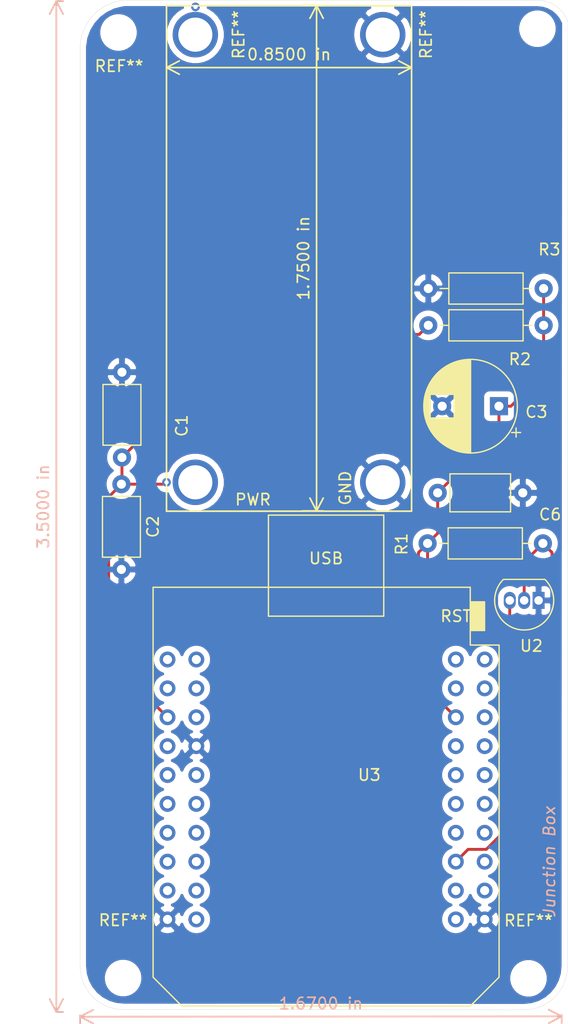
<source format=kicad_pcb>
(kicad_pcb (version 20171130) (host pcbnew 5.1.5+dfsg1-2build2)

  (general
    (thickness 1.6)
    (drawings 22)
    (tracks 41)
    (zones 0)
    (modules 17)
    (nets 40)
  )

  (page A4)
  (title_block
    (title jbox)
    (rev v02)
    (company EE/UFMG)
    (comment 4 "Laboratório Tesla Engenharia de Potência")
  )

  (layers
    (0 F.Cu signal hide)
    (31 B.Cu signal hide)
    (32 B.Adhes user)
    (33 F.Adhes user)
    (34 B.Paste user)
    (35 F.Paste user)
    (36 B.SilkS user)
    (37 F.SilkS user)
    (38 B.Mask user)
    (39 F.Mask user)
    (40 Dwgs.User user)
    (41 Cmts.User user)
    (42 Eco1.User user)
    (43 Eco2.User user)
    (44 Edge.Cuts user)
    (45 Margin user)
    (46 B.CrtYd user)
    (47 F.CrtYd user)
    (48 B.Fab user)
    (49 F.Fab user)
  )

  (setup
    (last_trace_width 0.254)
    (trace_clearance 0.199)
    (zone_clearance 0.508)
    (zone_45_only no)
    (trace_min 0.1524)
    (via_size 0.762)
    (via_drill 0.381)
    (via_min_size 0.6858)
    (via_min_drill 0.3302)
    (uvia_size 0.762)
    (uvia_drill 0.381)
    (uvias_allowed no)
    (uvia_min_size 0.6858)
    (uvia_min_drill 0.3302)
    (edge_width 0.1)
    (segment_width 0.2)
    (pcb_text_width 0.3)
    (pcb_text_size 1.5 1.5)
    (mod_edge_width 0.15)
    (mod_text_size 1 1)
    (mod_text_width 0.15)
    (pad_size 4 4)
    (pad_drill 3)
    (pad_to_mask_clearance 0.0508)
    (solder_mask_min_width 0.101)
    (aux_axis_origin 0 0)
    (grid_origin 233.68 134.62)
    (visible_elements FFFFFF7F)
    (pcbplotparams
      (layerselection 0x010fc_ffffffff)
      (usegerberextensions false)
      (usegerberattributes false)
      (usegerberadvancedattributes false)
      (creategerberjobfile false)
      (excludeedgelayer true)
      (linewidth 0.100000)
      (plotframeref false)
      (viasonmask false)
      (mode 1)
      (useauxorigin false)
      (hpglpennumber 1)
      (hpglpenspeed 20)
      (hpglpendiameter 15.000000)
      (psnegative false)
      (psa4output false)
      (plotreference true)
      (plotvalue true)
      (plotinvisibletext false)
      (padsonsilk false)
      (subtractmaskfromsilk false)
      (outputformat 1)
      (mirror false)
      (drillshape 1)
      (scaleselection 1)
      (outputdirectory ""))
  )

  (net 0 "")
  (net 1 VDD33)
  (net 2 GND)
  (net 3 DQA0)
  (net 4 "Net-(U3-Pad2)")
  (net 5 "Net-(U3-Pad3)")
  (net 6 "Net-(U3-Pad4)")
  (net 7 "Net-(U3-Pad5)")
  (net 8 "Net-(U3-Pad7)")
  (net 9 "Net-(U3-Pad8)")
  (net 10 "Net-(U3-Pad9)")
  (net 11 "Net-(U3-Pad10)")
  (net 12 "Net-(U3-Pad11)")
  (net 13 "Net-(U3-Pad12)")
  (net 14 "Net-(U3-Pad13)")
  (net 15 "Net-(U3-Pad14)")
  (net 16 "Net-(U3-Pad15)")
  (net 17 "Net-(U3-Pad17)")
  (net 18 "Net-(U3-Pad18)")
  (net 19 "Net-(U3-Pad19)")
  (net 20 "Net-(U3-Pad20)")
  (net 21 "Net-(U3-Pad21)")
  (net 22 "Net-(U3-Pad23)")
  (net 23 "Net-(U3-Pad24)")
  (net 24 "Net-(U3-Pad25)")
  (net 25 "Net-(U3-Pad26)")
  (net 26 "Net-(U3-Pad27)")
  (net 27 "Net-(U3-Pad28)")
  (net 28 "Net-(U3-Pad29)")
  (net 29 "Net-(U3-Pad30)")
  (net 30 "Net-(U3-Pad31)")
  (net 31 "Net-(U3-Pad32)")
  (net 32 "Net-(U3-Pad34)")
  (net 33 "Net-(U3-Pad35)")
  (net 34 "Net-(U3-Pad37)")
  (net 35 "Net-(U3-Pad38)")
  (net 36 "Net-(U3-Pad39)")
  (net 37 "Net-(U3-Pad40)")
  (net 38 VDD5)
  (net 39 VDD41)

  (net_class Default "This is the default net class."
    (clearance 0.199)
    (trace_width 0.254)
    (via_dia 0.762)
    (via_drill 0.381)
    (uvia_dia 0.762)
    (uvia_drill 0.381)
    (add_net DQA0)
    (add_net GND)
    (add_net "Net-(U3-Pad10)")
    (add_net "Net-(U3-Pad11)")
    (add_net "Net-(U3-Pad12)")
    (add_net "Net-(U3-Pad13)")
    (add_net "Net-(U3-Pad14)")
    (add_net "Net-(U3-Pad15)")
    (add_net "Net-(U3-Pad17)")
    (add_net "Net-(U3-Pad18)")
    (add_net "Net-(U3-Pad19)")
    (add_net "Net-(U3-Pad2)")
    (add_net "Net-(U3-Pad20)")
    (add_net "Net-(U3-Pad21)")
    (add_net "Net-(U3-Pad23)")
    (add_net "Net-(U3-Pad24)")
    (add_net "Net-(U3-Pad25)")
    (add_net "Net-(U3-Pad26)")
    (add_net "Net-(U3-Pad27)")
    (add_net "Net-(U3-Pad28)")
    (add_net "Net-(U3-Pad29)")
    (add_net "Net-(U3-Pad3)")
    (add_net "Net-(U3-Pad30)")
    (add_net "Net-(U3-Pad31)")
    (add_net "Net-(U3-Pad32)")
    (add_net "Net-(U3-Pad34)")
    (add_net "Net-(U3-Pad35)")
    (add_net "Net-(U3-Pad37)")
    (add_net "Net-(U3-Pad38)")
    (add_net "Net-(U3-Pad39)")
    (add_net "Net-(U3-Pad4)")
    (add_net "Net-(U3-Pad40)")
    (add_net "Net-(U3-Pad5)")
    (add_net "Net-(U3-Pad7)")
    (add_net "Net-(U3-Pad8)")
    (add_net "Net-(U3-Pad9)")
    (add_net VDD33)
    (add_net VDD41)
    (add_net VDD5)
  )

  (net_class GND ""
    (clearance 0.199)
    (trace_width 0.254)
    (via_dia 0.762)
    (via_drill 0.381)
    (uvia_dia 0.762)
    (uvia_drill 0.381)
  )

  (module MountingHole:MountingHole_2.2mm_M2 (layer F.Cu) (tedit 56D1B4CB) (tstamp 6096302A)
    (at 170.1546 159.766)
    (descr "Mounting Hole 2.2mm, no annular, M2")
    (tags "mounting hole 2.2mm no annular m2")
    (attr virtual)
    (fp_text reference REF** (at 0 -5.08) (layer F.SilkS)
      (effects (font (size 1 1) (thickness 0.15)))
    )
    (fp_text value MountingHole_2.2mm_M2 (at -1.7526 -11.557 90) (layer F.Fab)
      (effects (font (size 1 1) (thickness 0.15)))
    )
    (fp_circle (center 0 0) (end 2.45 0) (layer F.CrtYd) (width 0.05))
    (fp_circle (center 0 0) (end 2.2 0) (layer Cmts.User) (width 0.15))
    (fp_text user %R (at 0.4064 -2.286) (layer F.Fab)
      (effects (font (size 1 1) (thickness 0.15)))
    )
    (pad 1 np_thru_hole circle (at 0 0) (size 2.2 2.2) (drill 2.2) (layers *.Cu *.Mask))
  )

  (module MountingHole:MountingHole_2.2mm_M2 (layer F.Cu) (tedit 56D1B4CB) (tstamp 60962FD1)
    (at 169.7482 76.6064)
    (descr "Mounting Hole 2.2mm, no annular, M2")
    (tags "mounting hole 2.2mm no annular m2")
    (attr virtual)
    (fp_text reference REF** (at 0.0508 2.9591) (layer F.SilkS)
      (effects (font (size 1 1) (thickness 0.15)))
    )
    (fp_text value MountingHole_2.2mm_M2 (at -1.5748 11.9634 90) (layer F.Fab)
      (effects (font (size 1 1) (thickness 0.15)))
    )
    (fp_text user %R (at 0.2413 2.3876) (layer F.Fab)
      (effects (font (size 1 1) (thickness 0.15)))
    )
    (fp_circle (center 0 0) (end 2.2 0) (layer Cmts.User) (width 0.15))
    (fp_circle (center 0 0) (end 2.45 0) (layer F.CrtYd) (width 0.05))
    (pad 1 np_thru_hole circle (at 0 0) (size 2.2 2.2) (drill 2.2) (layers *.Cu *.Mask))
  )

  (module MountingHole:MountingHole_2.2mm_M2 (layer F.Cu) (tedit 56D1B4CB) (tstamp 60961F46)
    (at 205.867 159.7914)
    (descr "Mounting Hole 2.2mm, no annular, M2")
    (tags "mounting hole 2.2mm no annular m2")
    (attr virtual)
    (fp_text reference REF** (at 0 -5.08) (layer F.SilkS)
      (effects (font (size 1 1) (thickness 0.15)))
    )
    (fp_text value MountingHole_2.2mm_M2 (at 6.096 -9.144 90) (layer F.Fab)
      (effects (font (size 1 1) (thickness 0.15)))
    )
    (fp_text user %R (at -1.0795 -2.3749) (layer F.Fab)
      (effects (font (size 1 1) (thickness 0.15)))
    )
    (fp_circle (center 0 0) (end 2.2 0) (layer Cmts.User) (width 0.15))
    (fp_circle (center 0 0) (end 2.45 0) (layer F.CrtYd) (width 0.05))
    (pad 1 np_thru_hole circle (at 0 0) (size 2.2 2.2) (drill 2.2) (layers *.Cu *.Mask))
  )

  (module MountingHole:MountingHole_2.2mm_M2 (layer F.Cu) (tedit 56D1B4CB) (tstamp 609613A5)
    (at 206.6544 76.2762)
    (descr "Mounting Hole 2.2mm, no annular, M2")
    (tags "mounting hole 2.2mm no annular m2")
    (attr virtual)
    (fp_text reference REF** (at 0 -5.08) (layer F.SilkS)
      (effects (font (size 1 1) (thickness 0.15)))
    )
    (fp_text value MountingHole_2.2mm_M2 (at 4.572 6.604 90) (layer F.Fab)
      (effects (font (size 1 1) (thickness 0.15)))
    )
    (fp_circle (center 0 0) (end 2.45 0) (layer F.CrtYd) (width 0.05))
    (fp_circle (center 0 0) (end 2.2 0) (layer Cmts.User) (width 0.15))
    (fp_text user %R (at -0.9144 2.7813) (layer F.Fab)
      (effects (font (size 1 1) (thickness 0.15)))
    )
    (pad 1 np_thru_hole circle (at 0 0) (size 2.2 2.2) (drill 2.2) (layers *.Cu *.Mask))
  )

  (module Connector_Wire:SolderWirePad_1x01_Drill1.5mm (layer F.Cu) (tedit 6085DE3E) (tstamp 608652A7)
    (at 176.5173 76.7969 270)
    (descr "Wire solder connection")
    (tags connector)
    (attr virtual)
    (fp_text reference REF** (at 0 -3.81 90) (layer F.SilkS)
      (effects (font (size 1 1) (thickness 0.15)))
    )
    (fp_text value SolderWirePad_1x01_Drill1.5mm (at 10.16 -5.08 90) (layer F.Fab)
      (effects (font (size 1 1) (thickness 0.15)))
    )
    (fp_text user %R (at 0 -3.81 90) (layer F.Fab)
      (effects (font (size 1 1) (thickness 0.15)))
    )
    (fp_line (start -2.5 -2.5) (end 2.5 -2.5) (layer F.CrtYd) (width 0.05))
    (fp_line (start -2.5 -2.5) (end -2.5 2.5) (layer F.CrtYd) (width 0.05))
    (fp_line (start 2.5 2.5) (end 2.5 -2.5) (layer F.CrtYd) (width 0.05))
    (fp_line (start 2.5 2.5) (end -2.5 2.5) (layer F.CrtYd) (width 0.05))
    (pad 1 thru_hole circle (at 0 0 270) (size 4 4) (drill 3) (layers *.Cu *.Mask))
  )

  (module Resistor_THT:R_Axial_DIN0207_L6.3mm_D2.5mm_P10.16mm_Horizontal (layer F.Cu) (tedit 5AE5139B) (tstamp 60960941)
    (at 207.2005 99.1235 180)
    (descr "Resistor, Axial_DIN0207 series, Axial, Horizontal, pin pitch=10.16mm, 0.25W = 1/4W, length*diameter=6.3*2.5mm^2, http://cdn-reichelt.de/documents/datenblatt/B400/1_4W%23YAG.pdf")
    (tags "Resistor Axial_DIN0207 series Axial Horizontal pin pitch 10.16mm 0.25W = 1/4W length 6.3mm diameter 2.5mm")
    (path /60948C85)
    (fp_text reference R3 (at -0.508 3.429) (layer F.SilkS)
      (effects (font (size 1 1) (thickness 0.15)))
    )
    (fp_text value 2000 (at 5.08 0.584) (layer F.Fab)
      (effects (font (size 1 1) (thickness 0.15)))
    )
    (fp_line (start 1.93 -1.25) (end 1.93 1.25) (layer F.Fab) (width 0.1))
    (fp_line (start 1.93 1.25) (end 8.23 1.25) (layer F.Fab) (width 0.1))
    (fp_line (start 8.23 1.25) (end 8.23 -1.25) (layer F.Fab) (width 0.1))
    (fp_line (start 8.23 -1.25) (end 1.93 -1.25) (layer F.Fab) (width 0.1))
    (fp_line (start 0 0) (end 1.93 0) (layer F.Fab) (width 0.1))
    (fp_line (start 10.16 0) (end 8.23 0) (layer F.Fab) (width 0.1))
    (fp_line (start 1.81 -1.37) (end 1.81 1.37) (layer F.SilkS) (width 0.12))
    (fp_line (start 1.81 1.37) (end 8.35 1.37) (layer F.SilkS) (width 0.12))
    (fp_line (start 8.35 1.37) (end 8.35 -1.37) (layer F.SilkS) (width 0.12))
    (fp_line (start 8.35 -1.37) (end 1.81 -1.37) (layer F.SilkS) (width 0.12))
    (fp_line (start 1.04 0) (end 1.81 0) (layer F.SilkS) (width 0.12))
    (fp_line (start 9.12 0) (end 8.35 0) (layer F.SilkS) (width 0.12))
    (fp_line (start -1.05 -1.5) (end -1.05 1.5) (layer F.CrtYd) (width 0.05))
    (fp_line (start -1.05 1.5) (end 11.21 1.5) (layer F.CrtYd) (width 0.05))
    (fp_line (start 11.21 1.5) (end 11.21 -1.5) (layer F.CrtYd) (width 0.05))
    (fp_line (start 11.21 -1.5) (end -1.05 -1.5) (layer F.CrtYd) (width 0.05))
    (fp_text user %R (at -0.508 3.3655) (layer F.Fab)
      (effects (font (size 1 1) (thickness 0.15)))
    )
    (pad 1 thru_hole circle (at 0 0 180) (size 1.6 1.6) (drill 0.8) (layers *.Cu *.Mask)
      (net 1 VDD33))
    (pad 2 thru_hole oval (at 10.16 0 180) (size 1.6 1.6) (drill 0.8) (layers *.Cu *.Mask)
      (net 2 GND))
    (model ${KISYS3DMOD}/Resistor_THT.3dshapes/R_Axial_DIN0207_L6.3mm_D2.5mm_P10.16mm_Horizontal.wrl
      (at (xyz 0 0 0))
      (scale (xyz 1 1 1))
      (rotate (xyz 0 0 0))
    )
  )

  (module Resistor_THT:R_Axial_DIN0207_L6.3mm_D2.5mm_P10.16mm_Horizontal (layer F.Cu) (tedit 5AE5139B) (tstamp 6096092A)
    (at 197.0405 102.362)
    (descr "Resistor, Axial_DIN0207 series, Axial, Horizontal, pin pitch=10.16mm, 0.25W = 1/4W, length*diameter=6.3*2.5mm^2, http://cdn-reichelt.de/documents/datenblatt/B400/1_4W%23YAG.pdf")
    (tags "Resistor Axial_DIN0207 series Axial Horizontal pin pitch 10.16mm 0.25W = 1/4W length 6.3mm diameter 2.5mm")
    (path /609485CD)
    (fp_text reference R2 (at 8.0645 2.9845) (layer F.SilkS)
      (effects (font (size 1 1) (thickness 0.15)))
    )
    (fp_text value 1000 (at 4.968 0.57) (layer F.Fab)
      (effects (font (size 1 1) (thickness 0.15)))
    )
    (fp_line (start 1.93 -1.25) (end 1.93 1.25) (layer F.Fab) (width 0.1))
    (fp_line (start 1.93 1.25) (end 8.23 1.25) (layer F.Fab) (width 0.1))
    (fp_line (start 8.23 1.25) (end 8.23 -1.25) (layer F.Fab) (width 0.1))
    (fp_line (start 8.23 -1.25) (end 1.93 -1.25) (layer F.Fab) (width 0.1))
    (fp_line (start 0 0) (end 1.93 0) (layer F.Fab) (width 0.1))
    (fp_line (start 10.16 0) (end 8.23 0) (layer F.Fab) (width 0.1))
    (fp_line (start 1.81 -1.37) (end 1.81 1.37) (layer F.SilkS) (width 0.12))
    (fp_line (start 1.81 1.37) (end 8.35 1.37) (layer F.SilkS) (width 0.12))
    (fp_line (start 8.35 1.37) (end 8.35 -1.37) (layer F.SilkS) (width 0.12))
    (fp_line (start 8.35 -1.37) (end 1.81 -1.37) (layer F.SilkS) (width 0.12))
    (fp_line (start 1.04 0) (end 1.81 0) (layer F.SilkS) (width 0.12))
    (fp_line (start 9.12 0) (end 8.35 0) (layer F.SilkS) (width 0.12))
    (fp_line (start -1.05 -1.5) (end -1.05 1.5) (layer F.CrtYd) (width 0.05))
    (fp_line (start -1.05 1.5) (end 11.21 1.5) (layer F.CrtYd) (width 0.05))
    (fp_line (start 11.21 1.5) (end 11.21 -1.5) (layer F.CrtYd) (width 0.05))
    (fp_line (start 11.21 -1.5) (end -1.05 -1.5) (layer F.CrtYd) (width 0.05))
    (fp_text user %R (at 7.9375 2.8575) (layer F.Fab)
      (effects (font (size 1 1) (thickness 0.15)))
    )
    (pad 1 thru_hole circle (at 0 0) (size 1.6 1.6) (drill 0.8) (layers *.Cu *.Mask)
      (net 38 VDD5))
    (pad 2 thru_hole oval (at 10.16 0) (size 1.6 1.6) (drill 0.8) (layers *.Cu *.Mask)
      (net 1 VDD33))
    (model ${KISYS3DMOD}/Resistor_THT.3dshapes/R_Axial_DIN0207_L6.3mm_D2.5mm_P10.16mm_Horizontal.wrl
      (at (xyz 0 0 0))
      (scale (xyz 1 1 1))
      (rotate (xyz 0 0 0))
    )
  )

  (module Resistor_THT:R_Axial_DIN0207_L6.3mm_D2.5mm_P10.16mm_Horizontal (layer F.Cu) (tedit 5AE5139B) (tstamp 60960913)
    (at 207.137 121.539 180)
    (descr "Resistor, Axial_DIN0207 series, Axial, Horizontal, pin pitch=10.16mm, 0.25W = 1/4W, length*diameter=6.3*2.5mm^2, http://cdn-reichelt.de/documents/datenblatt/B400/1_4W%23YAG.pdf")
    (tags "Resistor Axial_DIN0207 series Axial Horizontal pin pitch 10.16mm 0.25W = 1/4W length 6.3mm diameter 2.5mm")
    (path /6094D912)
    (fp_text reference R1 (at 12.446 -0.0635 90) (layer F.SilkS)
      (effects (font (size 1 1) (thickness 0.15)))
    )
    (fp_text value 4.7k (at 13.081 0.1905 90) (layer F.Fab)
      (effects (font (size 1 1) (thickness 0.15)))
    )
    (fp_line (start 1.93 -1.25) (end 1.93 1.25) (layer F.Fab) (width 0.1))
    (fp_line (start 1.93 1.25) (end 8.23 1.25) (layer F.Fab) (width 0.1))
    (fp_line (start 8.23 1.25) (end 8.23 -1.25) (layer F.Fab) (width 0.1))
    (fp_line (start 8.23 -1.25) (end 1.93 -1.25) (layer F.Fab) (width 0.1))
    (fp_line (start 0 0) (end 1.93 0) (layer F.Fab) (width 0.1))
    (fp_line (start 10.16 0) (end 8.23 0) (layer F.Fab) (width 0.1))
    (fp_line (start 1.81 -1.37) (end 1.81 1.37) (layer F.SilkS) (width 0.12))
    (fp_line (start 1.81 1.37) (end 8.35 1.37) (layer F.SilkS) (width 0.12))
    (fp_line (start 8.35 1.37) (end 8.35 -1.37) (layer F.SilkS) (width 0.12))
    (fp_line (start 8.35 -1.37) (end 1.81 -1.37) (layer F.SilkS) (width 0.12))
    (fp_line (start 1.04 0) (end 1.81 0) (layer F.SilkS) (width 0.12))
    (fp_line (start 9.12 0) (end 8.35 0) (layer F.SilkS) (width 0.12))
    (fp_line (start -1.05 -1.5) (end -1.05 1.5) (layer F.CrtYd) (width 0.05))
    (fp_line (start -1.05 1.5) (end 11.21 1.5) (layer F.CrtYd) (width 0.05))
    (fp_line (start 11.21 1.5) (end 11.21 -1.5) (layer F.CrtYd) (width 0.05))
    (fp_line (start 11.21 -1.5) (end -1.05 -1.5) (layer F.CrtYd) (width 0.05))
    (fp_text user %R (at 12.0015 1.651 90) (layer F.Fab)
      (effects (font (size 1 1) (thickness 0.15)))
    )
    (pad 1 thru_hole circle (at 0 0 180) (size 1.6 1.6) (drill 0.8) (layers *.Cu *.Mask)
      (net 3 DQA0))
    (pad 2 thru_hole oval (at 10.16 0 180) (size 1.6 1.6) (drill 0.8) (layers *.Cu *.Mask)
      (net 1 VDD33))
    (model ${KISYS3DMOD}/Resistor_THT.3dshapes/R_Axial_DIN0207_L6.3mm_D2.5mm_P10.16mm_Horizontal.wrl
      (at (xyz 0 0 0))
      (scale (xyz 1 1 1))
      (rotate (xyz 0 0 0))
    )
  )

  (module Capacitor_THT:C_Axial_L5.1mm_D3.1mm_P7.50mm_Horizontal (layer F.Cu) (tedit 5AE50EF0) (tstamp 60960780)
    (at 170.005 116.332 270)
    (descr "C, Axial series, Axial, Horizontal, pin pitch=7.5mm, , length*diameter=5.1*3.1mm^2, http://www.vishay.com/docs/45231/arseries.pdf")
    (tags "C Axial series Axial Horizontal pin pitch 7.5mm  length 5.1mm diameter 3.1mm")
    (path /60956829)
    (fp_text reference C2 (at 3.7465 -2.7785 90) (layer F.SilkS)
      (effects (font (size 1 1) (thickness 0.15)))
    )
    (fp_text value 10uF (at 3.81 -1.318 90) (layer F.Fab)
      (effects (font (size 1 1) (thickness 0.15)))
    )
    (fp_text user %R (at 3.6195 -2.6515 90) (layer F.Fab)
      (effects (font (size 1 1) (thickness 0.15)))
    )
    (fp_line (start 8.55 -1.8) (end -1.05 -1.8) (layer F.CrtYd) (width 0.05))
    (fp_line (start 8.55 1.8) (end 8.55 -1.8) (layer F.CrtYd) (width 0.05))
    (fp_line (start -1.05 1.8) (end 8.55 1.8) (layer F.CrtYd) (width 0.05))
    (fp_line (start -1.05 -1.8) (end -1.05 1.8) (layer F.CrtYd) (width 0.05))
    (fp_line (start 6.46 0) (end 6.42 0) (layer F.SilkS) (width 0.12))
    (fp_line (start 1.04 0) (end 1.08 0) (layer F.SilkS) (width 0.12))
    (fp_line (start 6.42 -1.67) (end 1.08 -1.67) (layer F.SilkS) (width 0.12))
    (fp_line (start 6.42 1.67) (end 6.42 -1.67) (layer F.SilkS) (width 0.12))
    (fp_line (start 1.08 1.67) (end 6.42 1.67) (layer F.SilkS) (width 0.12))
    (fp_line (start 1.08 -1.67) (end 1.08 1.67) (layer F.SilkS) (width 0.12))
    (fp_line (start 7.5 0) (end 6.3 0) (layer F.Fab) (width 0.1))
    (fp_line (start 0 0) (end 1.2 0) (layer F.Fab) (width 0.1))
    (fp_line (start 6.3 -1.55) (end 1.2 -1.55) (layer F.Fab) (width 0.1))
    (fp_line (start 6.3 1.55) (end 6.3 -1.55) (layer F.Fab) (width 0.1))
    (fp_line (start 1.2 1.55) (end 6.3 1.55) (layer F.Fab) (width 0.1))
    (fp_line (start 1.2 -1.55) (end 1.2 1.55) (layer F.Fab) (width 0.1))
    (pad 2 thru_hole oval (at 7.5 0 270) (size 1.6 1.6) (drill 0.8) (layers *.Cu *.Mask)
      (net 2 GND))
    (pad 1 thru_hole circle (at 0 0 270) (size 1.6 1.6) (drill 0.8) (layers *.Cu *.Mask)
      (net 38 VDD5))
    (model ${KISYS3DMOD}/Capacitor_THT.3dshapes/C_Axial_L5.1mm_D3.1mm_P7.50mm_Horizontal.wrl
      (at (xyz 0 0 0))
      (scale (xyz 1 1 1))
      (rotate (xyz 0 0 0))
    )
  )

  (module Capacitor_THT:C_Axial_L5.1mm_D3.1mm_P7.50mm_Horizontal (layer F.Cu) (tedit 5AE50EF0) (tstamp 60960769)
    (at 170.053 113.9825 90)
    (descr "C, Axial series, Axial, Horizontal, pin pitch=7.5mm, , length*diameter=5.1*3.1mm^2, http://www.vishay.com/docs/45231/arseries.pdf")
    (tags "C Axial series Axial Horizontal pin pitch 7.5mm  length 5.1mm diameter 3.1mm")
    (path /6095681C)
    (fp_text reference C1 (at 2.794 5.2705 90) (layer F.SilkS)
      (effects (font (size 1 1) (thickness 0.15)))
    )
    (fp_text value 100uF (at 6.9215 2.54 90) (layer F.Fab)
      (effects (font (size 1 1) (thickness 0.15)))
    )
    (fp_text user %R (at 3.75 0 90) (layer F.Fab)
      (effects (font (size 1 1) (thickness 0.15)))
    )
    (fp_line (start 8.55 -1.8) (end -1.05 -1.8) (layer F.CrtYd) (width 0.05))
    (fp_line (start 8.55 1.8) (end 8.55 -1.8) (layer F.CrtYd) (width 0.05))
    (fp_line (start -1.05 1.8) (end 8.55 1.8) (layer F.CrtYd) (width 0.05))
    (fp_line (start -1.05 -1.8) (end -1.05 1.8) (layer F.CrtYd) (width 0.05))
    (fp_line (start 6.46 0) (end 6.42 0) (layer F.SilkS) (width 0.12))
    (fp_line (start 1.04 0) (end 1.08 0) (layer F.SilkS) (width 0.12))
    (fp_line (start 6.42 -1.67) (end 1.08 -1.67) (layer F.SilkS) (width 0.12))
    (fp_line (start 6.42 1.67) (end 6.42 -1.67) (layer F.SilkS) (width 0.12))
    (fp_line (start 1.08 1.67) (end 6.42 1.67) (layer F.SilkS) (width 0.12))
    (fp_line (start 1.08 -1.67) (end 1.08 1.67) (layer F.SilkS) (width 0.12))
    (fp_line (start 7.5 0) (end 6.3 0) (layer F.Fab) (width 0.1))
    (fp_line (start 0 0) (end 1.2 0) (layer F.Fab) (width 0.1))
    (fp_line (start 6.3 -1.55) (end 1.2 -1.55) (layer F.Fab) (width 0.1))
    (fp_line (start 6.3 1.55) (end 6.3 -1.55) (layer F.Fab) (width 0.1))
    (fp_line (start 1.2 1.55) (end 6.3 1.55) (layer F.Fab) (width 0.1))
    (fp_line (start 1.2 -1.55) (end 1.2 1.55) (layer F.Fab) (width 0.1))
    (pad 2 thru_hole oval (at 7.5 0 90) (size 1.6 1.6) (drill 0.8) (layers *.Cu *.Mask)
      (net 2 GND))
    (pad 1 thru_hole circle (at 0 0 90) (size 1.6 1.6) (drill 0.8) (layers *.Cu *.Mask)
      (net 38 VDD5))
    (model ${KISYS3DMOD}/Capacitor_THT.3dshapes/C_Axial_L5.1mm_D3.1mm_P7.50mm_Horizontal.wrl
      (at (xyz 0 0 0))
      (scale (xyz 1 1 1))
      (rotate (xyz 0 0 0))
    )
  )

  (module ESP32_mini:ESP32_mini (layer F.Cu) (tedit 5F536902) (tstamp 6085E4B4)
    (at 188.0362 143.1798 180)
    (path /607E1AED)
    (fp_text reference U3 (at -3.81 1.27) (layer F.SilkS)
      (effects (font (size 1 1) (thickness 0.15)))
    )
    (fp_text value mini_esp32 (at 0 -1.27) (layer F.Fab)
      (effects (font (size 1 1) (thickness 0.15)))
    )
    (fp_line (start -12.7 12.7) (end -12.7 17.78) (layer F.SilkS) (width 0.12))
    (fp_line (start 12.7 -19.05) (end -11.43 -19.05) (layer F.SilkS) (width 0.12))
    (fp_line (start 12.7 -19.05) (end 15.24 -16.51) (layer F.SilkS) (width 0.12))
    (fp_line (start -12.7 -19.05) (end -15.24 -16.51) (layer F.SilkS) (width 0.12))
    (fp_line (start -12.7 -19.05) (end -11.43 -19.05) (layer F.SilkS) (width 0.12))
    (fp_line (start 15.24 -16.51) (end 15.24 17.78) (layer F.SilkS) (width 0.12))
    (fp_line (start -15.24 -16.51) (end -15.24 12.7) (layer F.SilkS) (width 0.12))
    (fp_line (start -15.24 12.7) (end -12.7 12.7) (layer F.SilkS) (width 0.12))
    (fp_poly (pts (xy -13.97 16.51) (xy -13.97 13.97) (xy -12.7 13.97) (xy -12.7 16.51)) (layer F.SilkS) (width 0.1))
    (fp_text user RST (at -11.43 15.24) (layer F.SilkS)
      (effects (font (size 1 1) (thickness 0.15)))
    )
    (fp_line (start -15.24 -12.7) (end 15.24 -12.7) (layer Dwgs.User) (width 0.12))
    (fp_line (start 15.24 -12.7) (end 15.24 -19.05) (layer Dwgs.User) (width 0.12))
    (fp_line (start 15.24 -19.05) (end -15.24 -19.05) (layer Dwgs.User) (width 0.12))
    (fp_line (start -15.24 -19.05) (end -15.24 -12.7) (layer Dwgs.User) (width 0.12))
    (fp_line (start -10.16 -19.05) (end -15.24 -13.97) (layer Dwgs.User) (width 0.12))
    (fp_line (start -6.35 -19.05) (end -12.7 -12.7) (layer Dwgs.User) (width 0.12))
    (fp_line (start -2.54 -19.05) (end -8.89 -12.7) (layer Dwgs.User) (width 0.12))
    (fp_line (start 1.27 -19.05) (end -5.08 -12.7) (layer Dwgs.User) (width 0.12))
    (fp_line (start 5.08 -19.05) (end -1.27 -12.7) (layer Dwgs.User) (width 0.12))
    (fp_line (start 8.89 -19.05) (end 2.54 -12.7) (layer Dwgs.User) (width 0.12))
    (fp_line (start 12.7 -19.05) (end 6.35 -12.7) (layer Dwgs.User) (width 0.12))
    (fp_line (start 15.24 -16.51) (end 11.43 -12.7) (layer Dwgs.User) (width 0.12))
    (fp_text user "NO COPPER - KEEP OUT" (at 0 -15.24) (layer Dwgs.User)
      (effects (font (size 1 1) (thickness 0.15)))
    )
    (fp_text user USB (at 0 20.32) (layer F.SilkS)
      (effects (font (size 1 1) (thickness 0.15)))
    )
    (fp_line (start -12.7 17.78) (end 15.24 17.78) (layer F.SilkS) (width 0.12))
    (fp_line (start -5.08 17.78) (end -5.08 24.13) (layer F.SilkS) (width 0.12))
    (fp_line (start -5.08 24.13) (end 5.08 24.13) (layer F.SilkS) (width 0.12))
    (fp_line (start 5.08 24.13) (end 5.08 17.78) (layer F.SilkS) (width 0.12))
    (fp_line (start -5.08 17.78) (end -5.08 15.24) (layer F.SilkS) (width 0.12))
    (fp_line (start -5.08 15.24) (end 5.08 15.24) (layer F.SilkS) (width 0.12))
    (fp_line (start 5.08 15.24) (end 5.08 17.78) (layer F.SilkS) (width 0.12))
    (fp_line (start 13.97 16.51) (end 11.43 16.51) (layer Dwgs.User) (width 0.12))
    (fp_line (start 11.43 16.51) (end 11.43 15.24) (layer Dwgs.User) (width 0.12))
    (fp_line (start 11.43 15.24) (end 13.97 15.24) (layer Dwgs.User) (width 0.12))
    (fp_line (start 13.97 15.24) (end 13.97 16.51) (layer Dwgs.User) (width 0.12))
    (fp_line (start 11.43 12.7) (end 11.43 13.97) (layer Dwgs.User) (width 0.12))
    (fp_line (start 11.43 13.97) (end 13.97 13.97) (layer Dwgs.User) (width 0.12))
    (fp_line (start 13.97 13.97) (end 13.97 12.7) (layer Dwgs.User) (width 0.12))
    (fp_line (start 13.97 12.7) (end 11.43 12.7) (layer Dwgs.User) (width 0.12))
    (fp_text user PWR (at 12.573 15.875) (layer Dwgs.User)
      (effects (font (size 0.5 0.5) (thickness 0.125)))
    )
    (fp_text user IO_02 (at 12.7 13.335) (layer Dwgs.User)
      (effects (font (size 0.5 0.5) (thickness 0.125)))
    )
    (pad 2 thru_hole circle (at -11.43 -11.43 90) (size 1.4 1.4) (drill 0.8) (layers *.Cu *.Mask)
      (net 4 "Net-(U3-Pad2)"))
    (pad 1 thru_hole circle (at -13.97 -11.43 90) (size 1.4 1.4) (drill 0.8) (layers *.Cu *.Mask)
      (net 2 GND))
    (pad 3 thru_hole circle (at -13.97 -8.89 90) (size 1.4 1.4) (drill 0.8) (layers *.Cu *.Mask)
      (net 5 "Net-(U3-Pad3)"))
    (pad 4 thru_hole circle (at -11.43 -8.89 90) (size 1.4 1.4) (drill 0.8) (layers *.Cu *.Mask)
      (net 6 "Net-(U3-Pad4)"))
    (pad 5 thru_hole circle (at -13.97 -6.35 90) (size 1.4 1.4) (drill 0.8) (layers *.Cu *.Mask)
      (net 7 "Net-(U3-Pad5)"))
    (pad 6 thru_hole circle (at -11.43 -6.35 90) (size 1.4 1.4) (drill 0.8) (layers *.Cu *.Mask)
      (net 3 DQA0))
    (pad 7 thru_hole circle (at -13.97 -3.81 90) (size 1.4 1.4) (drill 0.8) (layers *.Cu *.Mask)
      (net 8 "Net-(U3-Pad7)"))
    (pad 8 thru_hole circle (at -11.43 -3.81 90) (size 1.4 1.4) (drill 0.8) (layers *.Cu *.Mask)
      (net 9 "Net-(U3-Pad8)"))
    (pad 9 thru_hole circle (at -13.97 -1.27 90) (size 1.4 1.4) (drill 0.8) (layers *.Cu *.Mask)
      (net 10 "Net-(U3-Pad9)"))
    (pad 10 thru_hole circle (at -11.43 -1.27 90) (size 1.4 1.4) (drill 0.8) (layers *.Cu *.Mask)
      (net 11 "Net-(U3-Pad10)"))
    (pad 11 thru_hole circle (at -13.97 1.27 90) (size 1.4 1.4) (drill 0.8) (layers *.Cu *.Mask)
      (net 12 "Net-(U3-Pad11)"))
    (pad 12 thru_hole circle (at -11.43 1.27 90) (size 1.4 1.4) (drill 0.8) (layers *.Cu *.Mask)
      (net 13 "Net-(U3-Pad12)"))
    (pad 13 thru_hole circle (at -13.97 3.81 90) (size 1.4 1.4) (drill 0.8) (layers *.Cu *.Mask)
      (net 14 "Net-(U3-Pad13)"))
    (pad 14 thru_hole circle (at -11.43 3.81 90) (size 1.4 1.4) (drill 0.8) (layers *.Cu *.Mask)
      (net 15 "Net-(U3-Pad14)"))
    (pad 15 thru_hole circle (at -13.97 6.35 90) (size 1.4 1.4) (drill 0.8) (layers *.Cu *.Mask)
      (net 16 "Net-(U3-Pad15)"))
    (pad 16 thru_hole circle (at -11.43 6.35 90) (size 1.4 1.4) (drill 0.8) (layers *.Cu *.Mask)
      (net 1 VDD33))
    (pad 17 thru_hole circle (at -13.97 8.89 90) (size 1.4 1.4) (drill 0.8) (layers *.Cu *.Mask)
      (net 17 "Net-(U3-Pad17)"))
    (pad 18 thru_hole circle (at -11.43 8.89 90) (size 1.4 1.4) (drill 0.8) (layers *.Cu *.Mask)
      (net 18 "Net-(U3-Pad18)"))
    (pad 19 thru_hole circle (at -13.97 11.43 90) (size 1.4 1.4) (drill 0.8) (layers *.Cu *.Mask)
      (net 19 "Net-(U3-Pad19)"))
    (pad 20 thru_hole circle (at -11.43 11.43 90) (size 1.4 1.4) (drill 0.8) (layers *.Cu *.Mask)
      (net 20 "Net-(U3-Pad20)"))
    (pad 21 thru_hole circle (at 11.43 -11.43 90) (size 1.4 1.4) (drill 0.8) (layers *.Cu *.Mask)
      (net 21 "Net-(U3-Pad21)"))
    (pad 22 thru_hole circle (at 13.97 -11.43 90) (size 1.4 1.4) (drill 0.8) (layers *.Cu *.Mask)
      (net 2 GND))
    (pad 23 thru_hole circle (at 11.43 -8.89 90) (size 1.4 1.4) (drill 0.8) (layers *.Cu *.Mask)
      (net 22 "Net-(U3-Pad23)"))
    (pad 24 thru_hole circle (at 13.97 -8.89 90) (size 1.4 1.4) (drill 0.8) (layers *.Cu *.Mask)
      (net 23 "Net-(U3-Pad24)"))
    (pad 25 thru_hole circle (at 11.43 -6.35 90) (size 1.4 1.4) (drill 0.8) (layers *.Cu *.Mask)
      (net 24 "Net-(U3-Pad25)"))
    (pad 26 thru_hole circle (at 13.97 -6.35 90) (size 1.4 1.4) (drill 0.8) (layers *.Cu *.Mask)
      (net 25 "Net-(U3-Pad26)"))
    (pad 27 thru_hole circle (at 11.43 -3.81 90) (size 1.4 1.4) (drill 0.8) (layers *.Cu *.Mask)
      (net 26 "Net-(U3-Pad27)"))
    (pad 28 thru_hole circle (at 13.97 -3.81 90) (size 1.4 1.4) (drill 0.8) (layers *.Cu *.Mask)
      (net 27 "Net-(U3-Pad28)"))
    (pad 29 thru_hole circle (at 11.43 -1.27 90) (size 1.4 1.4) (drill 0.8) (layers *.Cu *.Mask)
      (net 28 "Net-(U3-Pad29)"))
    (pad 30 thru_hole circle (at 13.97 -1.27 90) (size 1.4 1.4) (drill 0.8) (layers *.Cu *.Mask)
      (net 29 "Net-(U3-Pad30)"))
    (pad 31 thru_hole circle (at 11.43 1.27 90) (size 1.4 1.4) (drill 0.8) (layers *.Cu *.Mask)
      (net 30 "Net-(U3-Pad31)"))
    (pad 32 thru_hole circle (at 13.97 1.27 90) (size 1.4 1.4) (drill 0.8) (layers *.Cu *.Mask)
      (net 31 "Net-(U3-Pad32)"))
    (pad 33 thru_hole circle (at 11.43 3.81 90) (size 1.4 1.4) (drill 0.8) (layers *.Cu *.Mask)
      (net 2 GND))
    (pad 34 thru_hole circle (at 13.97 3.81 90) (size 1.4 1.4) (drill 0.8) (layers *.Cu *.Mask)
      (net 32 "Net-(U3-Pad34)"))
    (pad 35 thru_hole circle (at 11.43 6.35 90) (size 1.4 1.4) (drill 0.8) (layers *.Cu *.Mask)
      (net 33 "Net-(U3-Pad35)"))
    (pad 36 thru_hole circle (at 13.97 6.35 90) (size 1.4 1.4) (drill 0.8) (layers *.Cu *.Mask)
      (net 38 VDD5))
    (pad 37 thru_hole circle (at 11.43 8.89 90) (size 1.4 1.4) (drill 0.8) (layers *.Cu *.Mask)
      (net 34 "Net-(U3-Pad37)"))
    (pad 38 thru_hole circle (at 13.97 8.89 90) (size 1.4 1.4) (drill 0.8) (layers *.Cu *.Mask)
      (net 35 "Net-(U3-Pad38)"))
    (pad 39 thru_hole circle (at 11.43 11.43 90) (size 1.4 1.4) (drill 0.8) (layers *.Cu *.Mask)
      (net 36 "Net-(U3-Pad39)"))
    (pad 40 thru_hole circle (at 13.97 11.43 90) (size 1.4 1.4) (drill 0.8) (layers *.Cu *.Mask)
      (net 37 "Net-(U3-Pad40)"))
  )

  (module Package_TO_SOT_THT:TO-92_Inline (layer F.Cu) (tedit 5A1DD157) (tstamp 6081A9AB)
    (at 206.756 126.5555 180)
    (descr "TO-92 leads in-line, narrow, oval pads, drill 0.75mm (see NXP sot054_po.pdf)")
    (tags "to-92 sc-43 sc-43a sot54 PA33 transistor")
    (path /6092ADC9)
    (fp_text reference U2 (at 0.635 -4.0005) (layer F.SilkS)
      (effects (font (size 1 1) (thickness 0.15)))
    )
    (fp_text value DS18B20 (at 5.715 2.6035) (layer F.Fab)
      (effects (font (size 1 1) (thickness 0.15)))
    )
    (fp_arc (start 1.27 0) (end 1.27 -2.6) (angle 135) (layer F.SilkS) (width 0.12))
    (fp_arc (start 1.27 0) (end 1.27 -2.48) (angle -135) (layer F.Fab) (width 0.1))
    (fp_arc (start 1.27 0) (end 1.27 -2.6) (angle -135) (layer F.SilkS) (width 0.12))
    (fp_arc (start 1.27 0) (end 1.27 -2.48) (angle 135) (layer F.Fab) (width 0.1))
    (fp_line (start 4 2.01) (end -1.46 2.01) (layer F.CrtYd) (width 0.05))
    (fp_line (start 4 2.01) (end 4 -2.73) (layer F.CrtYd) (width 0.05))
    (fp_line (start -1.46 -2.73) (end -1.46 2.01) (layer F.CrtYd) (width 0.05))
    (fp_line (start -1.46 -2.73) (end 4 -2.73) (layer F.CrtYd) (width 0.05))
    (fp_line (start -0.5 1.75) (end 3 1.75) (layer F.Fab) (width 0.1))
    (fp_line (start -0.53 1.85) (end 3.07 1.85) (layer F.SilkS) (width 0.12))
    (fp_text user %R (at 0.6985 -3.683) (layer F.Fab)
      (effects (font (size 1 1) (thickness 0.15)))
    )
    (pad 1 thru_hole rect (at 0 0 180) (size 1.05 1.5) (drill 0.75) (layers *.Cu *.Mask)
      (net 2 GND))
    (pad 3 thru_hole oval (at 2.54 0 180) (size 1.05 1.5) (drill 0.75) (layers *.Cu *.Mask)
      (net 1 VDD33))
    (pad 2 thru_hole oval (at 1.27 0 180) (size 1.05 1.5) (drill 0.75) (layers *.Cu *.Mask)
      (net 3 DQA0))
    (model ${KISYS3DMOD}/Package_TO_SOT_THT.3dshapes/TO-92_Inline.wrl
      (at (xyz 0 0 0))
      (scale (xyz 1 1 1))
      (rotate (xyz 0 0 0))
    )
  )

  (module Capacitor_THT:CP_Radial_D8.0mm_P5.00mm (layer F.Cu) (tedit 5AE50EF0) (tstamp 6085EE97)
    (at 203.2635 109.474 180)
    (descr "CP, Radial series, Radial, pin pitch=5.00mm, , diameter=8mm, Electrolytic Capacitor")
    (tags "CP Radial series Radial pin pitch 5.00mm  diameter 8mm Electrolytic Capacitor")
    (path /6094098F)
    (fp_text reference C3 (at -3.302 -0.508) (layer F.SilkS)
      (effects (font (size 1 1) (thickness 0.15)))
    )
    (fp_text value 22uF (at -4.064 1.524) (layer F.Fab)
      (effects (font (size 1 1) (thickness 0.15)))
    )
    (fp_text user %R (at -3.556 -2.0955) (layer F.Fab)
      (effects (font (size 1 1) (thickness 0.15)))
    )
    (fp_line (start -1.509698 -2.715) (end -1.509698 -1.915) (layer F.SilkS) (width 0.12))
    (fp_line (start -1.909698 -2.315) (end -1.109698 -2.315) (layer F.SilkS) (width 0.12))
    (fp_line (start 6.581 -0.533) (end 6.581 0.533) (layer F.SilkS) (width 0.12))
    (fp_line (start 6.541 -0.768) (end 6.541 0.768) (layer F.SilkS) (width 0.12))
    (fp_line (start 6.501 -0.948) (end 6.501 0.948) (layer F.SilkS) (width 0.12))
    (fp_line (start 6.461 -1.098) (end 6.461 1.098) (layer F.SilkS) (width 0.12))
    (fp_line (start 6.421 -1.229) (end 6.421 1.229) (layer F.SilkS) (width 0.12))
    (fp_line (start 6.381 -1.346) (end 6.381 1.346) (layer F.SilkS) (width 0.12))
    (fp_line (start 6.341 -1.453) (end 6.341 1.453) (layer F.SilkS) (width 0.12))
    (fp_line (start 6.301 -1.552) (end 6.301 1.552) (layer F.SilkS) (width 0.12))
    (fp_line (start 6.261 -1.645) (end 6.261 1.645) (layer F.SilkS) (width 0.12))
    (fp_line (start 6.221 -1.731) (end 6.221 1.731) (layer F.SilkS) (width 0.12))
    (fp_line (start 6.181 -1.813) (end 6.181 1.813) (layer F.SilkS) (width 0.12))
    (fp_line (start 6.141 -1.89) (end 6.141 1.89) (layer F.SilkS) (width 0.12))
    (fp_line (start 6.101 -1.964) (end 6.101 1.964) (layer F.SilkS) (width 0.12))
    (fp_line (start 6.061 -2.034) (end 6.061 2.034) (layer F.SilkS) (width 0.12))
    (fp_line (start 6.021 1.04) (end 6.021 2.102) (layer F.SilkS) (width 0.12))
    (fp_line (start 6.021 -2.102) (end 6.021 -1.04) (layer F.SilkS) (width 0.12))
    (fp_line (start 5.981 1.04) (end 5.981 2.166) (layer F.SilkS) (width 0.12))
    (fp_line (start 5.981 -2.166) (end 5.981 -1.04) (layer F.SilkS) (width 0.12))
    (fp_line (start 5.941 1.04) (end 5.941 2.228) (layer F.SilkS) (width 0.12))
    (fp_line (start 5.941 -2.228) (end 5.941 -1.04) (layer F.SilkS) (width 0.12))
    (fp_line (start 5.901 1.04) (end 5.901 2.287) (layer F.SilkS) (width 0.12))
    (fp_line (start 5.901 -2.287) (end 5.901 -1.04) (layer F.SilkS) (width 0.12))
    (fp_line (start 5.861 1.04) (end 5.861 2.345) (layer F.SilkS) (width 0.12))
    (fp_line (start 5.861 -2.345) (end 5.861 -1.04) (layer F.SilkS) (width 0.12))
    (fp_line (start 5.821 1.04) (end 5.821 2.4) (layer F.SilkS) (width 0.12))
    (fp_line (start 5.821 -2.4) (end 5.821 -1.04) (layer F.SilkS) (width 0.12))
    (fp_line (start 5.781 1.04) (end 5.781 2.454) (layer F.SilkS) (width 0.12))
    (fp_line (start 5.781 -2.454) (end 5.781 -1.04) (layer F.SilkS) (width 0.12))
    (fp_line (start 5.741 1.04) (end 5.741 2.505) (layer F.SilkS) (width 0.12))
    (fp_line (start 5.741 -2.505) (end 5.741 -1.04) (layer F.SilkS) (width 0.12))
    (fp_line (start 5.701 1.04) (end 5.701 2.556) (layer F.SilkS) (width 0.12))
    (fp_line (start 5.701 -2.556) (end 5.701 -1.04) (layer F.SilkS) (width 0.12))
    (fp_line (start 5.661 1.04) (end 5.661 2.604) (layer F.SilkS) (width 0.12))
    (fp_line (start 5.661 -2.604) (end 5.661 -1.04) (layer F.SilkS) (width 0.12))
    (fp_line (start 5.621 1.04) (end 5.621 2.651) (layer F.SilkS) (width 0.12))
    (fp_line (start 5.621 -2.651) (end 5.621 -1.04) (layer F.SilkS) (width 0.12))
    (fp_line (start 5.581 1.04) (end 5.581 2.697) (layer F.SilkS) (width 0.12))
    (fp_line (start 5.581 -2.697) (end 5.581 -1.04) (layer F.SilkS) (width 0.12))
    (fp_line (start 5.541 1.04) (end 5.541 2.741) (layer F.SilkS) (width 0.12))
    (fp_line (start 5.541 -2.741) (end 5.541 -1.04) (layer F.SilkS) (width 0.12))
    (fp_line (start 5.501 1.04) (end 5.501 2.784) (layer F.SilkS) (width 0.12))
    (fp_line (start 5.501 -2.784) (end 5.501 -1.04) (layer F.SilkS) (width 0.12))
    (fp_line (start 5.461 1.04) (end 5.461 2.826) (layer F.SilkS) (width 0.12))
    (fp_line (start 5.461 -2.826) (end 5.461 -1.04) (layer F.SilkS) (width 0.12))
    (fp_line (start 5.421 1.04) (end 5.421 2.867) (layer F.SilkS) (width 0.12))
    (fp_line (start 5.421 -2.867) (end 5.421 -1.04) (layer F.SilkS) (width 0.12))
    (fp_line (start 5.381 1.04) (end 5.381 2.907) (layer F.SilkS) (width 0.12))
    (fp_line (start 5.381 -2.907) (end 5.381 -1.04) (layer F.SilkS) (width 0.12))
    (fp_line (start 5.341 1.04) (end 5.341 2.945) (layer F.SilkS) (width 0.12))
    (fp_line (start 5.341 -2.945) (end 5.341 -1.04) (layer F.SilkS) (width 0.12))
    (fp_line (start 5.301 1.04) (end 5.301 2.983) (layer F.SilkS) (width 0.12))
    (fp_line (start 5.301 -2.983) (end 5.301 -1.04) (layer F.SilkS) (width 0.12))
    (fp_line (start 5.261 1.04) (end 5.261 3.019) (layer F.SilkS) (width 0.12))
    (fp_line (start 5.261 -3.019) (end 5.261 -1.04) (layer F.SilkS) (width 0.12))
    (fp_line (start 5.221 1.04) (end 5.221 3.055) (layer F.SilkS) (width 0.12))
    (fp_line (start 5.221 -3.055) (end 5.221 -1.04) (layer F.SilkS) (width 0.12))
    (fp_line (start 5.181 1.04) (end 5.181 3.09) (layer F.SilkS) (width 0.12))
    (fp_line (start 5.181 -3.09) (end 5.181 -1.04) (layer F.SilkS) (width 0.12))
    (fp_line (start 5.141 1.04) (end 5.141 3.124) (layer F.SilkS) (width 0.12))
    (fp_line (start 5.141 -3.124) (end 5.141 -1.04) (layer F.SilkS) (width 0.12))
    (fp_line (start 5.101 1.04) (end 5.101 3.156) (layer F.SilkS) (width 0.12))
    (fp_line (start 5.101 -3.156) (end 5.101 -1.04) (layer F.SilkS) (width 0.12))
    (fp_line (start 5.061 1.04) (end 5.061 3.189) (layer F.SilkS) (width 0.12))
    (fp_line (start 5.061 -3.189) (end 5.061 -1.04) (layer F.SilkS) (width 0.12))
    (fp_line (start 5.021 1.04) (end 5.021 3.22) (layer F.SilkS) (width 0.12))
    (fp_line (start 5.021 -3.22) (end 5.021 -1.04) (layer F.SilkS) (width 0.12))
    (fp_line (start 4.981 1.04) (end 4.981 3.25) (layer F.SilkS) (width 0.12))
    (fp_line (start 4.981 -3.25) (end 4.981 -1.04) (layer F.SilkS) (width 0.12))
    (fp_line (start 4.941 1.04) (end 4.941 3.28) (layer F.SilkS) (width 0.12))
    (fp_line (start 4.941 -3.28) (end 4.941 -1.04) (layer F.SilkS) (width 0.12))
    (fp_line (start 4.901 1.04) (end 4.901 3.309) (layer F.SilkS) (width 0.12))
    (fp_line (start 4.901 -3.309) (end 4.901 -1.04) (layer F.SilkS) (width 0.12))
    (fp_line (start 4.861 1.04) (end 4.861 3.338) (layer F.SilkS) (width 0.12))
    (fp_line (start 4.861 -3.338) (end 4.861 -1.04) (layer F.SilkS) (width 0.12))
    (fp_line (start 4.821 1.04) (end 4.821 3.365) (layer F.SilkS) (width 0.12))
    (fp_line (start 4.821 -3.365) (end 4.821 -1.04) (layer F.SilkS) (width 0.12))
    (fp_line (start 4.781 1.04) (end 4.781 3.392) (layer F.SilkS) (width 0.12))
    (fp_line (start 4.781 -3.392) (end 4.781 -1.04) (layer F.SilkS) (width 0.12))
    (fp_line (start 4.741 1.04) (end 4.741 3.418) (layer F.SilkS) (width 0.12))
    (fp_line (start 4.741 -3.418) (end 4.741 -1.04) (layer F.SilkS) (width 0.12))
    (fp_line (start 4.701 1.04) (end 4.701 3.444) (layer F.SilkS) (width 0.12))
    (fp_line (start 4.701 -3.444) (end 4.701 -1.04) (layer F.SilkS) (width 0.12))
    (fp_line (start 4.661 1.04) (end 4.661 3.469) (layer F.SilkS) (width 0.12))
    (fp_line (start 4.661 -3.469) (end 4.661 -1.04) (layer F.SilkS) (width 0.12))
    (fp_line (start 4.621 1.04) (end 4.621 3.493) (layer F.SilkS) (width 0.12))
    (fp_line (start 4.621 -3.493) (end 4.621 -1.04) (layer F.SilkS) (width 0.12))
    (fp_line (start 4.581 1.04) (end 4.581 3.517) (layer F.SilkS) (width 0.12))
    (fp_line (start 4.581 -3.517) (end 4.581 -1.04) (layer F.SilkS) (width 0.12))
    (fp_line (start 4.541 1.04) (end 4.541 3.54) (layer F.SilkS) (width 0.12))
    (fp_line (start 4.541 -3.54) (end 4.541 -1.04) (layer F.SilkS) (width 0.12))
    (fp_line (start 4.501 1.04) (end 4.501 3.562) (layer F.SilkS) (width 0.12))
    (fp_line (start 4.501 -3.562) (end 4.501 -1.04) (layer F.SilkS) (width 0.12))
    (fp_line (start 4.461 1.04) (end 4.461 3.584) (layer F.SilkS) (width 0.12))
    (fp_line (start 4.461 -3.584) (end 4.461 -1.04) (layer F.SilkS) (width 0.12))
    (fp_line (start 4.421 1.04) (end 4.421 3.606) (layer F.SilkS) (width 0.12))
    (fp_line (start 4.421 -3.606) (end 4.421 -1.04) (layer F.SilkS) (width 0.12))
    (fp_line (start 4.381 1.04) (end 4.381 3.627) (layer F.SilkS) (width 0.12))
    (fp_line (start 4.381 -3.627) (end 4.381 -1.04) (layer F.SilkS) (width 0.12))
    (fp_line (start 4.341 1.04) (end 4.341 3.647) (layer F.SilkS) (width 0.12))
    (fp_line (start 4.341 -3.647) (end 4.341 -1.04) (layer F.SilkS) (width 0.12))
    (fp_line (start 4.301 1.04) (end 4.301 3.666) (layer F.SilkS) (width 0.12))
    (fp_line (start 4.301 -3.666) (end 4.301 -1.04) (layer F.SilkS) (width 0.12))
    (fp_line (start 4.261 1.04) (end 4.261 3.686) (layer F.SilkS) (width 0.12))
    (fp_line (start 4.261 -3.686) (end 4.261 -1.04) (layer F.SilkS) (width 0.12))
    (fp_line (start 4.221 1.04) (end 4.221 3.704) (layer F.SilkS) (width 0.12))
    (fp_line (start 4.221 -3.704) (end 4.221 -1.04) (layer F.SilkS) (width 0.12))
    (fp_line (start 4.181 1.04) (end 4.181 3.722) (layer F.SilkS) (width 0.12))
    (fp_line (start 4.181 -3.722) (end 4.181 -1.04) (layer F.SilkS) (width 0.12))
    (fp_line (start 4.141 1.04) (end 4.141 3.74) (layer F.SilkS) (width 0.12))
    (fp_line (start 4.141 -3.74) (end 4.141 -1.04) (layer F.SilkS) (width 0.12))
    (fp_line (start 4.101 1.04) (end 4.101 3.757) (layer F.SilkS) (width 0.12))
    (fp_line (start 4.101 -3.757) (end 4.101 -1.04) (layer F.SilkS) (width 0.12))
    (fp_line (start 4.061 1.04) (end 4.061 3.774) (layer F.SilkS) (width 0.12))
    (fp_line (start 4.061 -3.774) (end 4.061 -1.04) (layer F.SilkS) (width 0.12))
    (fp_line (start 4.021 1.04) (end 4.021 3.79) (layer F.SilkS) (width 0.12))
    (fp_line (start 4.021 -3.79) (end 4.021 -1.04) (layer F.SilkS) (width 0.12))
    (fp_line (start 3.981 1.04) (end 3.981 3.805) (layer F.SilkS) (width 0.12))
    (fp_line (start 3.981 -3.805) (end 3.981 -1.04) (layer F.SilkS) (width 0.12))
    (fp_line (start 3.941 -3.821) (end 3.941 3.821) (layer F.SilkS) (width 0.12))
    (fp_line (start 3.901 -3.835) (end 3.901 3.835) (layer F.SilkS) (width 0.12))
    (fp_line (start 3.861 -3.85) (end 3.861 3.85) (layer F.SilkS) (width 0.12))
    (fp_line (start 3.821 -3.863) (end 3.821 3.863) (layer F.SilkS) (width 0.12))
    (fp_line (start 3.781 -3.877) (end 3.781 3.877) (layer F.SilkS) (width 0.12))
    (fp_line (start 3.741 -3.889) (end 3.741 3.889) (layer F.SilkS) (width 0.12))
    (fp_line (start 3.701 -3.902) (end 3.701 3.902) (layer F.SilkS) (width 0.12))
    (fp_line (start 3.661 -3.914) (end 3.661 3.914) (layer F.SilkS) (width 0.12))
    (fp_line (start 3.621 -3.925) (end 3.621 3.925) (layer F.SilkS) (width 0.12))
    (fp_line (start 3.581 -3.936) (end 3.581 3.936) (layer F.SilkS) (width 0.12))
    (fp_line (start 3.541 -3.947) (end 3.541 3.947) (layer F.SilkS) (width 0.12))
    (fp_line (start 3.501 -3.957) (end 3.501 3.957) (layer F.SilkS) (width 0.12))
    (fp_line (start 3.461 -3.967) (end 3.461 3.967) (layer F.SilkS) (width 0.12))
    (fp_line (start 3.421 -3.976) (end 3.421 3.976) (layer F.SilkS) (width 0.12))
    (fp_line (start 3.381 -3.985) (end 3.381 3.985) (layer F.SilkS) (width 0.12))
    (fp_line (start 3.341 -3.994) (end 3.341 3.994) (layer F.SilkS) (width 0.12))
    (fp_line (start 3.301 -4.002) (end 3.301 4.002) (layer F.SilkS) (width 0.12))
    (fp_line (start 3.261 -4.01) (end 3.261 4.01) (layer F.SilkS) (width 0.12))
    (fp_line (start 3.221 -4.017) (end 3.221 4.017) (layer F.SilkS) (width 0.12))
    (fp_line (start 3.18 -4.024) (end 3.18 4.024) (layer F.SilkS) (width 0.12))
    (fp_line (start 3.14 -4.03) (end 3.14 4.03) (layer F.SilkS) (width 0.12))
    (fp_line (start 3.1 -4.037) (end 3.1 4.037) (layer F.SilkS) (width 0.12))
    (fp_line (start 3.06 -4.042) (end 3.06 4.042) (layer F.SilkS) (width 0.12))
    (fp_line (start 3.02 -4.048) (end 3.02 4.048) (layer F.SilkS) (width 0.12))
    (fp_line (start 2.98 -4.052) (end 2.98 4.052) (layer F.SilkS) (width 0.12))
    (fp_line (start 2.94 -4.057) (end 2.94 4.057) (layer F.SilkS) (width 0.12))
    (fp_line (start 2.9 -4.061) (end 2.9 4.061) (layer F.SilkS) (width 0.12))
    (fp_line (start 2.86 -4.065) (end 2.86 4.065) (layer F.SilkS) (width 0.12))
    (fp_line (start 2.82 -4.068) (end 2.82 4.068) (layer F.SilkS) (width 0.12))
    (fp_line (start 2.78 -4.071) (end 2.78 4.071) (layer F.SilkS) (width 0.12))
    (fp_line (start 2.74 -4.074) (end 2.74 4.074) (layer F.SilkS) (width 0.12))
    (fp_line (start 2.7 -4.076) (end 2.7 4.076) (layer F.SilkS) (width 0.12))
    (fp_line (start 2.66 -4.077) (end 2.66 4.077) (layer F.SilkS) (width 0.12))
    (fp_line (start 2.62 -4.079) (end 2.62 4.079) (layer F.SilkS) (width 0.12))
    (fp_line (start 2.58 -4.08) (end 2.58 4.08) (layer F.SilkS) (width 0.12))
    (fp_line (start 2.54 -4.08) (end 2.54 4.08) (layer F.SilkS) (width 0.12))
    (fp_line (start 2.5 -4.08) (end 2.5 4.08) (layer F.SilkS) (width 0.12))
    (fp_line (start -0.526759 -2.1475) (end -0.526759 -1.3475) (layer F.Fab) (width 0.1))
    (fp_line (start -0.926759 -1.7475) (end -0.126759 -1.7475) (layer F.Fab) (width 0.1))
    (fp_circle (center 2.5 0) (end 6.75 0) (layer F.CrtYd) (width 0.05))
    (fp_circle (center 2.5 0) (end 6.62 0) (layer F.SilkS) (width 0.12))
    (fp_circle (center 2.5 0) (end 6.5 0) (layer F.Fab) (width 0.1))
    (pad 2 thru_hole circle (at 5 0 180) (size 1.6 1.6) (drill 0.8) (layers *.Cu *.Mask)
      (net 2 GND))
    (pad 1 thru_hole rect (at 0 0 180) (size 1.6 1.6) (drill 0.8) (layers *.Cu *.Mask)
      (net 1 VDD33))
    (model ${KISYS3DMOD}/Capacitor_THT.3dshapes/CP_Radial_D8.0mm_P5.00mm.wrl
      (at (xyz 0 0 0))
      (scale (xyz 1 1 1))
      (rotate (xyz 0 0 0))
    )
  )

  (module Connector_Wire:SolderWirePad_1x01_Drill1.5mm (layer F.Cu) (tedit 6085DE3E) (tstamp 6086524F)
    (at 176.5173 116.1669)
    (descr "Wire solder connection")
    (tags connector)
    (attr virtual)
    (fp_text reference PWR (at 5.08 1.524) (layer F.SilkS)
      (effects (font (size 1 1) (thickness 0.15)))
    )
    (fp_text value SolderWirePad_1x01_Drill1.5mm (at 9.2202 6.0706 270) (layer F.Fab)
      (effects (font (size 1 1) (thickness 0.15)))
    )
    (fp_line (start 2.5 2.5) (end -2.5 2.5) (layer F.CrtYd) (width 0.05))
    (fp_line (start 2.5 2.5) (end 2.5 -2.5) (layer F.CrtYd) (width 0.05))
    (fp_line (start -2.5 -2.5) (end -2.5 2.5) (layer F.CrtYd) (width 0.05))
    (fp_line (start -2.5 -2.5) (end 2.5 -2.5) (layer F.CrtYd) (width 0.05))
    (fp_text user %R (at 5.08 1.27) (layer F.Fab)
      (effects (font (size 1 1) (thickness 0.15)))
    )
    (pad 1 thru_hole circle (at 0 0) (size 4 4) (drill 3) (layers *.Cu *.Mask))
  )

  (module Connector_Wire:SolderWirePad_1x01_Drill1.5mm (layer F.Cu) (tedit 6095D8E1) (tstamp 608652A7)
    (at 193.0273 76.7969 270)
    (descr "Wire solder connection")
    (tags connector)
    (attr virtual)
    (fp_text reference REF** (at 0 -3.81 90) (layer F.SilkS)
      (effects (font (size 1 1) (thickness 0.15)))
    )
    (fp_text value SolderWirePad_1x01_Drill1.5mm (at 10.16 3.81 270) (layer F.Fab)
      (effects (font (size 1 1) (thickness 0.15)))
    )
    (fp_line (start 2.5 2.5) (end -2.5 2.5) (layer F.CrtYd) (width 0.05))
    (fp_line (start 2.5 2.5) (end 2.5 -2.5) (layer F.CrtYd) (width 0.05))
    (fp_line (start -2.5 -2.5) (end -2.5 2.5) (layer F.CrtYd) (width 0.05))
    (fp_line (start -2.5 -2.5) (end 2.5 -2.5) (layer F.CrtYd) (width 0.05))
    (fp_text user %R (at 0 0 90) (layer F.Fab)
      (effects (font (size 1 1) (thickness 0.15)))
    )
    (pad 1 thru_hole circle (at 0 0 270) (size 4 4) (drill 3) (layers *.Cu *.Mask)
      (net 2 GND))
  )

  (module Connector_Wire:SolderWirePad_1x01_Drill1.5mm (layer F.Cu) (tedit 6095D8F7) (tstamp 608652A7)
    (at 193.0273 116.1669 270)
    (descr "Wire solder connection")
    (tags connector)
    (attr virtual)
    (fp_text reference GND (at 0.508 3.302 90) (layer F.SilkS)
      (effects (font (size 1 1) (thickness 0.15)))
    )
    (fp_text value SolderWirePad_1x01_Drill1.5mm (at -26.7589 3.4163 90) (layer F.Fab)
      (effects (font (size 1 1) (thickness 0.15)))
    )
    (fp_text user %R (at 0.508 3.302 90) (layer F.Fab)
      (effects (font (size 1 1) (thickness 0.15)))
    )
    (fp_line (start -2.5 -2.5) (end 2.5 -2.5) (layer F.CrtYd) (width 0.05))
    (fp_line (start -2.5 -2.5) (end -2.5 2.5) (layer F.CrtYd) (width 0.05))
    (fp_line (start 2.5 2.5) (end 2.5 -2.5) (layer F.CrtYd) (width 0.05))
    (fp_line (start 2.5 2.5) (end -2.5 2.5) (layer F.CrtYd) (width 0.05))
    (pad 1 thru_hole circle (at 0 0 270) (size 4 4) (drill 3) (layers *.Cu *.Mask)
      (net 2 GND))
  )

  (module Capacitor_THT:C_Axial_L5.1mm_D3.1mm_P7.50mm_Horizontal (layer F.Cu) (tedit 5AE50EF0) (tstamp 60872B4B)
    (at 197.866 117.094)
    (descr "C, Axial series, Axial, Horizontal, pin pitch=7.5mm, , length*diameter=5.1*3.1mm^2, http://www.vishay.com/docs/45231/arseries.pdf")
    (tags "C Axial series Axial Horizontal pin pitch 7.5mm  length 5.1mm diameter 3.1mm")
    (path /60942BB3)
    (fp_text reference C6 (at 9.906 1.905 180) (layer F.SilkS)
      (effects (font (size 1 1) (thickness 0.15)))
    )
    (fp_text value 0.1uF (at 10.0965 -2.286 90) (layer F.Fab)
      (effects (font (size 1 1) (thickness 0.15)))
    )
    (fp_line (start 1.2 -1.55) (end 1.2 1.55) (layer F.Fab) (width 0.1))
    (fp_line (start 1.2 1.55) (end 6.3 1.55) (layer F.Fab) (width 0.1))
    (fp_line (start 6.3 1.55) (end 6.3 -1.55) (layer F.Fab) (width 0.1))
    (fp_line (start 6.3 -1.55) (end 1.2 -1.55) (layer F.Fab) (width 0.1))
    (fp_line (start 0 0) (end 1.2 0) (layer F.Fab) (width 0.1))
    (fp_line (start 7.5 0) (end 6.3 0) (layer F.Fab) (width 0.1))
    (fp_line (start 1.08 -1.67) (end 1.08 1.67) (layer F.SilkS) (width 0.12))
    (fp_line (start 1.08 1.67) (end 6.42 1.67) (layer F.SilkS) (width 0.12))
    (fp_line (start 6.42 1.67) (end 6.42 -1.67) (layer F.SilkS) (width 0.12))
    (fp_line (start 6.42 -1.67) (end 1.08 -1.67) (layer F.SilkS) (width 0.12))
    (fp_line (start 1.04 0) (end 1.08 0) (layer F.SilkS) (width 0.12))
    (fp_line (start 6.46 0) (end 6.42 0) (layer F.SilkS) (width 0.12))
    (fp_line (start -1.05 -1.8) (end -1.05 1.8) (layer F.CrtYd) (width 0.05))
    (fp_line (start -1.05 1.8) (end 8.55 1.8) (layer F.CrtYd) (width 0.05))
    (fp_line (start 8.55 1.8) (end 8.55 -1.8) (layer F.CrtYd) (width 0.05))
    (fp_line (start 8.55 -1.8) (end -1.05 -1.8) (layer F.CrtYd) (width 0.05))
    (fp_text user %R (at 9.906 0.635) (layer F.Fab)
      (effects (font (size 1 1) (thickness 0.15)))
    )
    (pad 1 thru_hole circle (at 0 0) (size 1.6 1.6) (drill 0.8) (layers *.Cu *.Mask)
      (net 1 VDD33))
    (pad 2 thru_hole oval (at 7.5 0) (size 1.6 1.6) (drill 0.8) (layers *.Cu *.Mask)
      (net 2 GND))
    (model ${KISYS3DMOD}/Capacitor_THT.3dshapes/C_Axial_L5.1mm_D3.1mm_P7.50mm_Horizontal.wrl
      (at (xyz 0 0 0))
      (scale (xyz 1 1 1))
      (rotate (xyz 0 0 0))
    )
  )

  (gr_text Jbox_v02 (at 207.2005 137.8585 90) (layer B.Cu)
    (effects (font (size 1.5 1.5) (thickness 0.3)) (justify mirror))
  )
  (gr_text "Junction Box" (at 207.7085 149.5425 90) (layer B.SilkS)
    (effects (font (size 1 1) (thickness 0.15) italic))
  )
  (dimension 88.9 (width 0.15) (layer B.SilkS)
    (gr_text "88.900 mm" (at 165.5745 118.3005 90) (layer B.SilkS)
      (effects (font (size 1 1) (thickness 0.15)))
    )
    (feature1 (pts (xy 164.2745 73.8505) (xy 164.860921 73.8505)))
    (feature2 (pts (xy 164.2745 162.7505) (xy 164.860921 162.7505)))
    (crossbar (pts (xy 164.2745 162.7505) (xy 164.2745 73.8505)))
    (arrow1a (pts (xy 164.2745 73.8505) (xy 164.860921 74.977004)))
    (arrow1b (pts (xy 164.2745 73.8505) (xy 163.688079 74.977004)))
    (arrow2a (pts (xy 164.2745 162.7505) (xy 164.860921 161.623996)))
    (arrow2b (pts (xy 164.2745 162.7505) (xy 163.688079 161.623996)))
  )
  (dimension 42.418008 (width 0.15) (layer B.SilkS)
    (gr_text "42.418 mm" (at 187.579851 164.451318 0.03430884591) (layer B.SilkS)
      (effects (font (size 1 1) (thickness 0.15)))
    )
    (feature1 (pts (xy 208.788 163.0172) (xy 208.788424 163.725039)))
    (feature2 (pts (xy 166.37 163.0426) (xy 166.370424 163.750439)))
    (crossbar (pts (xy 166.370073 163.164018) (xy 208.788073 163.138618)))
    (arrow1a (pts (xy 208.788073 163.138618) (xy 207.661921 163.725713)))
    (arrow1b (pts (xy 208.788073 163.138618) (xy 207.661218 162.552872)))
    (arrow2a (pts (xy 166.370073 163.164018) (xy 167.496928 163.749764)))
    (arrow2b (pts (xy 166.370073 163.164018) (xy 167.496225 162.576923)))
  )
  (gr_line (start 209.3468 75.693742) (end 209.296 158.75) (layer Edge.Cuts) (width 0.0254) (tstamp 60864F76))
  (gr_line (start 170.3324 73.7616) (end 206.6798 73.775329) (layer Edge.Cuts) (width 0.0254) (tstamp 60864F75))
  (gr_text "OUT -" (at 194.2973 109.8169 270) (layer Dwgs.User)
    (effects (font (size 1.5 1.5) (thickness 0.3)))
  )
  (gr_line (start 173.9773 118.7069) (end 195.5673 118.7069) (layer F.SilkS) (width 0.15))
  (gr_line (start 173.9773 74.2569) (end 173.9773 118.7069) (layer F.SilkS) (width 0.15) (tstamp 6081BAAE))
  (gr_text "OUT +" (at 177.7873 112.3569) (layer Dwgs.User)
    (effects (font (size 1.5 1.5) (thickness 0.3)))
  )
  (gr_line (start 166.37 158.7246) (end 166.37 77.7748) (layer Edge.Cuts) (width 0.0254) (tstamp 60864F78))
  (gr_line (start 205.486 162.56) (end 170.18 162.5346) (layer Edge.Cuts) (width 0.0254) (tstamp 60864F77))
  (gr_arc (start 206.6798 76.588382) (end 209.3468 75.693742) (angle -71.45607156) (layer Edge.Cuts) (width 0.0254))
  (gr_arc (start 170.641939 78.02852) (end 170.3324 73.7616) (angle -82.45187623) (layer Edge.Cuts) (width 0.0254))
  (gr_arc (start 170.18 158.7246) (end 166.37 158.7246) (angle -90) (layer Edge.Cuts) (width 0.0254))
  (gr_arc (start 205.486 158.75) (end 205.486 162.56) (angle -90) (layer Edge.Cuts) (width 0.0254))
  (gr_text "IN +" (at 175.2473 83.1469 270) (layer Dwgs.User)
    (effects (font (size 1.5 1.5) (thickness 0.3)))
  )
  (gr_text "IN -" (at 194.2973 83.1469 270) (layer Dwgs.User)
    (effects (font (size 1.5 1.5) (thickness 0.3)))
  )
  (dimension 21.59 (width 0.15) (layer F.SilkS)
    (gr_text "21.590 mm" (at 184.7723 78.3925) (layer F.SilkS)
      (effects (font (size 1 1) (thickness 0.15)))
    )
    (feature1 (pts (xy 173.9773 79.6925) (xy 173.9773 79.106079)))
    (feature2 (pts (xy 195.5673 79.6925) (xy 195.5673 79.106079)))
    (crossbar (pts (xy 195.5673 79.6925) (xy 173.9773 79.6925)))
    (arrow1a (pts (xy 173.9773 79.6925) (xy 175.103804 79.106079)))
    (arrow1b (pts (xy 173.9773 79.6925) (xy 175.103804 80.278921)))
    (arrow2a (pts (xy 195.5673 79.6925) (xy 194.440796 79.106079)))
    (arrow2b (pts (xy 195.5673 79.6925) (xy 194.440796 80.278921)))
  )
  (dimension 44.45 (width 0.15) (layer F.SilkS)
    (gr_text "44.450 mm" (at 188.498 96.4565 90) (layer F.SilkS)
      (effects (font (size 1 1) (thickness 0.15)))
    )
    (feature1 (pts (xy 185.928 118.6815) (xy 187.784421 118.6815)))
    (feature2 (pts (xy 185.928 74.2315) (xy 187.784421 74.2315)))
    (crossbar (pts (xy 187.198 74.2315) (xy 187.198 118.6815)))
    (arrow1a (pts (xy 187.198 118.6815) (xy 186.611579 117.554996)))
    (arrow1b (pts (xy 187.198 118.6815) (xy 187.784421 117.554996)))
    (arrow2a (pts (xy 187.198 74.2315) (xy 186.611579 75.358004)))
    (arrow2b (pts (xy 187.198 74.2315) (xy 187.784421 75.358004)))
  )
  (gr_line (start 195.5673 74.2569) (end 173.9773 74.2569) (layer F.SilkS) (width 0.15))
  (gr_line (start 195.5673 118.7069) (end 195.5673 74.2569) (layer F.SilkS) (width 0.15))

  (segment (start 196.85 121.412) (end 196.977 121.539) (width 0.254) (layer F.Cu) (net 1))
  (segment (start 203.2635 111.6965) (end 197.866 117.094) (width 0.254) (layer F.Cu) (net 1))
  (segment (start 203.2635 109.474) (end 203.2635 111.6965) (width 0.254) (layer F.Cu) (net 1))
  (segment (start 197.866 120.65) (end 196.977 121.539) (width 0.254) (layer F.Cu) (net 1))
  (segment (start 197.866 117.094) (end 197.866 120.65) (width 0.254) (layer F.Cu) (net 1))
  (segment (start 207.2005 103.49337) (end 207.2005 102.362) (width 0.254) (layer F.Cu) (net 1))
  (segment (start 207.2005 106.591) (end 207.2005 103.49337) (width 0.254) (layer F.Cu) (net 1))
  (segment (start 204.3175 109.474) (end 207.2005 106.591) (width 0.254) (layer F.Cu) (net 1))
  (segment (start 203.2635 109.474) (end 204.3175 109.474) (width 0.254) (layer F.Cu) (net 1))
  (segment (start 207.2005 102.362) (end 207.2005 99.1235) (width 0.254) (layer F.Cu) (net 1))
  (segment (start 198.766201 136.129801) (end 199.4662 136.8298) (width 0.254) (layer F.Cu) (net 1))
  (segment (start 196.177001 133.540601) (end 198.766201 136.129801) (width 0.254) (layer F.Cu) (net 1))
  (segment (start 196.177001 122.338999) (end 196.177001 133.540601) (width 0.254) (layer F.Cu) (net 1))
  (segment (start 196.977 121.539) (end 196.177001 122.338999) (width 0.254) (layer F.Cu) (net 1))
  (segment (start 196.977 127.381) (end 196.977 121.539) (width 0.254) (layer F.Cu) (net 1))
  (segment (start 199.1995 129.6035) (end 196.977 127.381) (width 0.254) (layer F.Cu) (net 1))
  (segment (start 202.946 129.6035) (end 199.1995 129.6035) (width 0.254) (layer F.Cu) (net 1))
  (segment (start 204.216 128.3335) (end 202.946 129.6035) (width 0.254) (layer F.Cu) (net 1))
  (segment (start 204.216 126.5555) (end 204.216 128.3335) (width 0.254) (layer F.Cu) (net 1))
  (segment (start 200.166199 148.829801) (end 199.4662 149.5298) (width 0.254) (layer F.Cu) (net 3))
  (segment (start 200.547201 148.448799) (end 200.166199 148.829801) (width 0.254) (layer F.Cu) (net 3))
  (segment (start 202.147083 148.448799) (end 200.547201 148.448799) (width 0.254) (layer F.Cu) (net 3))
  (segment (start 207.936999 142.658883) (end 202.147083 148.448799) (width 0.254) (layer F.Cu) (net 3))
  (segment (start 207.936999 122.338999) (end 207.936999 142.658883) (width 0.254) (layer F.Cu) (net 3))
  (segment (start 207.137 121.539) (end 207.936999 122.338999) (width 0.254) (layer F.Cu) (net 3))
  (segment (start 205.486 123.19) (end 207.137 121.539) (width 0.254) (layer F.Cu) (net 3))
  (segment (start 205.486 126.5555) (end 205.486 123.19) (width 0.254) (layer F.Cu) (net 3))
  (via (at 173.9773 116.1669) (size 0.762) (drill 0.381) (layers F.Cu B.Cu) (net 38))
  (segment (start 170.053 116.284) (end 170.005 116.332) (width 0.254) (layer F.Cu) (net 38))
  (segment (start 170.053 113.9825) (end 170.053 116.284) (width 0.254) (layer F.Cu) (net 38))
  (segment (start 173.8122 116.332) (end 173.9773 116.1669) (width 0.254) (layer F.Cu) (net 38))
  (segment (start 170.005 116.332) (end 173.8122 116.332) (width 0.254) (layer F.Cu) (net 38))
  (segment (start 180.873501 103.161999) (end 170.852999 113.182501) (width 0.254) (layer F.Cu) (net 38))
  (segment (start 196.240501 103.161999) (end 180.873501 103.161999) (width 0.254) (layer F.Cu) (net 38))
  (segment (start 170.852999 113.182501) (end 170.053 113.9825) (width 0.254) (layer F.Cu) (net 38))
  (segment (start 197.0405 102.362) (end 196.240501 103.161999) (width 0.254) (layer F.Cu) (net 38))
  (segment (start 173.366201 136.129801) (end 174.0662 136.8298) (width 0.254) (layer F.Cu) (net 38))
  (segment (start 168.878999 131.642599) (end 173.366201 136.129801) (width 0.254) (layer F.Cu) (net 38))
  (segment (start 168.878999 117.458001) (end 168.878999 131.642599) (width 0.254) (layer F.Cu) (net 38))
  (segment (start 170.005 116.332) (end 168.878999 117.458001) (width 0.254) (layer F.Cu) (net 38))
  (via (at 176.53 74.3585) (size 0.762) (drill 0.381) (layers F.Cu B.Cu) (net 39))

  (zone (net 2) (net_name GND) (layer B.Cu) (tstamp 60970C9A) (hatch edge 0.508)
    (connect_pads (clearance 0.508))
    (min_thickness 0.254)
    (fill yes (arc_segments 32) (thermal_gap 0.508) (thermal_bridge_width 0.508))
    (polygon
      (pts
        (xy 214.8205 71.247) (xy 214.884 165.2905) (xy 162.3695 165.354) (xy 162.3695 71.1835)
      )
    )
    (filled_polygon
      (pts
        (xy 175.391277 74.41121) (xy 175.269159 74.461793) (xy 174.837585 74.750162) (xy 174.470562 75.117185) (xy 174.182193 75.548759)
        (xy 173.983561 76.028299) (xy 173.8823 76.537375) (xy 173.8823 77.056425) (xy 173.983561 77.565501) (xy 174.182193 78.045041)
        (xy 174.470562 78.476615) (xy 174.837585 78.843638) (xy 175.269159 79.132007) (xy 175.748699 79.330639) (xy 176.257775 79.4319)
        (xy 176.776825 79.4319) (xy 177.285901 79.330639) (xy 177.765441 79.132007) (xy 178.197015 78.843638) (xy 178.396254 78.644399)
        (xy 191.359406 78.644399) (xy 191.575528 79.011158) (xy 192.035405 79.251838) (xy 192.533398 79.398175) (xy 193.050371 79.444548)
        (xy 193.566459 79.389173) (xy 194.061826 79.234179) (xy 194.479072 79.011158) (xy 194.695194 78.644399) (xy 193.0273 76.976505)
        (xy 191.359406 78.644399) (xy 178.396254 78.644399) (xy 178.564038 78.476615) (xy 178.852407 78.045041) (xy 179.051039 77.565501)
        (xy 179.1523 77.056425) (xy 179.1523 76.819971) (xy 190.379652 76.819971) (xy 190.435027 77.336059) (xy 190.590021 77.831426)
        (xy 190.813042 78.248672) (xy 191.179801 78.464794) (xy 192.847695 76.7969) (xy 193.206905 76.7969) (xy 194.874799 78.464794)
        (xy 195.241558 78.248672) (xy 195.482238 77.788795) (xy 195.628575 77.290802) (xy 195.674948 76.773829) (xy 195.619573 76.257741)
        (xy 195.571882 76.105317) (xy 204.9194 76.105317) (xy 204.9194 76.447083) (xy 204.986075 76.782281) (xy 205.116863 77.098031)
        (xy 205.306737 77.382198) (xy 205.548402 77.623863) (xy 205.832569 77.813737) (xy 206.148319 77.944525) (xy 206.483517 78.0112)
        (xy 206.825283 78.0112) (xy 207.160481 77.944525) (xy 207.476231 77.813737) (xy 207.760398 77.623863) (xy 208.002063 77.382198)
        (xy 208.191937 77.098031) (xy 208.322725 76.782281) (xy 208.3894 76.447083) (xy 208.3894 76.105317) (xy 208.322725 75.770119)
        (xy 208.191937 75.454369) (xy 208.002063 75.170202) (xy 207.760398 74.928537) (xy 207.476231 74.738663) (xy 207.160481 74.607875)
        (xy 206.825283 74.5412) (xy 206.483517 74.5412) (xy 206.148319 74.607875) (xy 205.832569 74.738663) (xy 205.548402 74.928537)
        (xy 205.306737 75.170202) (xy 205.116863 75.454369) (xy 204.986075 75.770119) (xy 204.9194 76.105317) (xy 195.571882 76.105317)
        (xy 195.464579 75.762374) (xy 195.241558 75.345128) (xy 194.874799 75.129006) (xy 193.206905 76.7969) (xy 192.847695 76.7969)
        (xy 191.179801 75.129006) (xy 190.813042 75.345128) (xy 190.572362 75.805005) (xy 190.426025 76.302998) (xy 190.379652 76.819971)
        (xy 179.1523 76.819971) (xy 179.1523 76.537375) (xy 179.051039 76.028299) (xy 178.852407 75.548759) (xy 178.564038 75.117185)
        (xy 178.197015 74.750162) (xy 177.765441 74.461793) (xy 177.645378 74.412061) (xy 191.884602 74.41744) (xy 191.575528 74.582642)
        (xy 191.359406 74.949401) (xy 193.0273 76.617295) (xy 194.695194 74.949401) (xy 194.479072 74.582642) (xy 194.165059 74.418301)
        (xy 206.647989 74.423016) (xy 207.099783 74.467315) (xy 207.503771 74.589286) (xy 207.876368 74.787399) (xy 208.203393 75.054115)
        (xy 208.472385 75.37927) (xy 208.682495 75.767862) (xy 208.699028 75.811681) (xy 208.64832 158.718118) (xy 208.585027 159.363623)
        (xy 208.406819 159.953879) (xy 208.117362 160.498269) (xy 207.727672 160.976076) (xy 207.252597 161.369091) (xy 206.710238 161.662344)
        (xy 206.121244 161.844668) (xy 205.477817 161.912295) (xy 170.21192 161.886924) (xy 169.566377 161.823627) (xy 168.976121 161.645419)
        (xy 168.431731 161.355962) (xy 167.953924 160.966272) (xy 167.560909 160.491197) (xy 167.267656 159.948838) (xy 167.158162 159.595117)
        (xy 168.4196 159.595117) (xy 168.4196 159.936883) (xy 168.486275 160.272081) (xy 168.617063 160.587831) (xy 168.806937 160.871998)
        (xy 169.048602 161.113663) (xy 169.332769 161.303537) (xy 169.648519 161.434325) (xy 169.983717 161.501) (xy 170.325483 161.501)
        (xy 170.660681 161.434325) (xy 170.976431 161.303537) (xy 171.260598 161.113663) (xy 171.502263 160.871998) (xy 171.692137 160.587831)
        (xy 171.822925 160.272081) (xy 171.8896 159.936883) (xy 171.8896 159.620517) (xy 204.132 159.620517) (xy 204.132 159.962283)
        (xy 204.198675 160.297481) (xy 204.329463 160.613231) (xy 204.519337 160.897398) (xy 204.761002 161.139063) (xy 205.045169 161.328937)
        (xy 205.360919 161.459725) (xy 205.696117 161.5264) (xy 206.037883 161.5264) (xy 206.373081 161.459725) (xy 206.688831 161.328937)
        (xy 206.972998 161.139063) (xy 207.214663 160.897398) (xy 207.404537 160.613231) (xy 207.535325 160.297481) (xy 207.602 159.962283)
        (xy 207.602 159.620517) (xy 207.535325 159.285319) (xy 207.404537 158.969569) (xy 207.214663 158.685402) (xy 206.972998 158.443737)
        (xy 206.688831 158.253863) (xy 206.373081 158.123075) (xy 206.037883 158.0564) (xy 205.696117 158.0564) (xy 205.360919 158.123075)
        (xy 205.045169 158.253863) (xy 204.761002 158.443737) (xy 204.519337 158.685402) (xy 204.329463 158.969569) (xy 204.198675 159.285319)
        (xy 204.132 159.620517) (xy 171.8896 159.620517) (xy 171.8896 159.595117) (xy 171.822925 159.259919) (xy 171.692137 158.944169)
        (xy 171.502263 158.660002) (xy 171.260598 158.418337) (xy 170.976431 158.228463) (xy 170.660681 158.097675) (xy 170.325483 158.031)
        (xy 169.983717 158.031) (xy 169.648519 158.097675) (xy 169.332769 158.228463) (xy 169.048602 158.418337) (xy 168.806937 158.660002)
        (xy 168.617063 158.944169) (xy 168.486275 159.259919) (xy 168.4196 159.595117) (xy 167.158162 159.595117) (xy 167.085332 159.359844)
        (xy 167.0177 158.716368) (xy 167.0177 155.531069) (xy 173.324536 155.531069) (xy 173.383997 155.764837) (xy 173.622442 155.875734)
        (xy 173.87794 155.937983) (xy 174.140673 155.94919) (xy 174.400544 155.908925) (xy 174.647566 155.818735) (xy 174.748403 155.764837)
        (xy 174.807864 155.531069) (xy 174.0662 154.789405) (xy 173.324536 155.531069) (xy 167.0177 155.531069) (xy 167.0177 154.684273)
        (xy 172.72681 154.684273) (xy 172.767075 154.944144) (xy 172.857265 155.191166) (xy 172.911163 155.292003) (xy 173.144931 155.351464)
        (xy 173.886595 154.6098) (xy 173.144931 153.868136) (xy 172.911163 153.927597) (xy 172.800266 154.166042) (xy 172.738017 154.42154)
        (xy 172.72681 154.684273) (xy 167.0177 154.684273) (xy 167.0177 131.618314) (xy 172.7312 131.618314) (xy 172.7312 131.881286)
        (xy 172.782504 132.139205) (xy 172.883139 132.382159) (xy 173.029238 132.600813) (xy 173.215187 132.786762) (xy 173.433841 132.932861)
        (xy 173.64373 133.0198) (xy 173.433841 133.106739) (xy 173.215187 133.252838) (xy 173.029238 133.438787) (xy 172.883139 133.657441)
        (xy 172.782504 133.900395) (xy 172.7312 134.158314) (xy 172.7312 134.421286) (xy 172.782504 134.679205) (xy 172.883139 134.922159)
        (xy 173.029238 135.140813) (xy 173.215187 135.326762) (xy 173.433841 135.472861) (xy 173.64373 135.5598) (xy 173.433841 135.646739)
        (xy 173.215187 135.792838) (xy 173.029238 135.978787) (xy 172.883139 136.197441) (xy 172.782504 136.440395) (xy 172.7312 136.698314)
        (xy 172.7312 136.961286) (xy 172.782504 137.219205) (xy 172.883139 137.462159) (xy 173.029238 137.680813) (xy 173.215187 137.866762)
        (xy 173.433841 138.012861) (xy 173.64373 138.0998) (xy 173.433841 138.186739) (xy 173.215187 138.332838) (xy 173.029238 138.518787)
        (xy 172.883139 138.737441) (xy 172.782504 138.980395) (xy 172.7312 139.238314) (xy 172.7312 139.501286) (xy 172.782504 139.759205)
        (xy 172.883139 140.002159) (xy 173.029238 140.220813) (xy 173.215187 140.406762) (xy 173.433841 140.552861) (xy 173.64373 140.6398)
        (xy 173.433841 140.726739) (xy 173.215187 140.872838) (xy 173.029238 141.058787) (xy 172.883139 141.277441) (xy 172.782504 141.520395)
        (xy 172.7312 141.778314) (xy 172.7312 142.041286) (xy 172.782504 142.299205) (xy 172.883139 142.542159) (xy 173.029238 142.760813)
        (xy 173.215187 142.946762) (xy 173.433841 143.092861) (xy 173.64373 143.1798) (xy 173.433841 143.266739) (xy 173.215187 143.412838)
        (xy 173.029238 143.598787) (xy 172.883139 143.817441) (xy 172.782504 144.060395) (xy 172.7312 144.318314) (xy 172.7312 144.581286)
        (xy 172.782504 144.839205) (xy 172.883139 145.082159) (xy 173.029238 145.300813) (xy 173.215187 145.486762) (xy 173.433841 145.632861)
        (xy 173.64373 145.7198) (xy 173.433841 145.806739) (xy 173.215187 145.952838) (xy 173.029238 146.138787) (xy 172.883139 146.357441)
        (xy 172.782504 146.600395) (xy 172.7312 146.858314) (xy 172.7312 147.121286) (xy 172.782504 147.379205) (xy 172.883139 147.622159)
        (xy 173.029238 147.840813) (xy 173.215187 148.026762) (xy 173.433841 148.172861) (xy 173.64373 148.2598) (xy 173.433841 148.346739)
        (xy 173.215187 148.492838) (xy 173.029238 148.678787) (xy 172.883139 148.897441) (xy 172.782504 149.140395) (xy 172.7312 149.398314)
        (xy 172.7312 149.661286) (xy 172.782504 149.919205) (xy 172.883139 150.162159) (xy 173.029238 150.380813) (xy 173.215187 150.566762)
        (xy 173.433841 150.712861) (xy 173.64373 150.7998) (xy 173.433841 150.886739) (xy 173.215187 151.032838) (xy 173.029238 151.218787)
        (xy 172.883139 151.437441) (xy 172.782504 151.680395) (xy 172.7312 151.938314) (xy 172.7312 152.201286) (xy 172.782504 152.459205)
        (xy 172.883139 152.702159) (xy 173.029238 152.920813) (xy 173.215187 153.106762) (xy 173.433841 153.252861) (xy 173.647644 153.341421)
        (xy 173.484834 153.400865) (xy 173.383997 153.454763) (xy 173.324536 153.688531) (xy 174.0662 154.430195) (xy 174.807864 153.688531)
        (xy 174.748403 153.454763) (xy 174.509958 153.343866) (xy 174.490373 153.339094) (xy 174.698559 153.252861) (xy 174.917213 153.106762)
        (xy 175.103162 152.920813) (xy 175.249261 152.702159) (xy 175.3362 152.49227) (xy 175.423139 152.702159) (xy 175.569238 152.920813)
        (xy 175.755187 153.106762) (xy 175.973841 153.252861) (xy 176.18373 153.3398) (xy 175.973841 153.426739) (xy 175.755187 153.572838)
        (xy 175.569238 153.758787) (xy 175.423139 153.977441) (xy 175.334579 154.191244) (xy 175.275135 154.028434) (xy 175.221237 153.927597)
        (xy 174.987469 153.868136) (xy 174.245805 154.6098) (xy 174.987469 155.351464) (xy 175.221237 155.292003) (xy 175.332134 155.053558)
        (xy 175.336906 155.033973) (xy 175.423139 155.242159) (xy 175.569238 155.460813) (xy 175.755187 155.646762) (xy 175.973841 155.792861)
        (xy 176.216795 155.893496) (xy 176.474714 155.9448) (xy 176.737686 155.9448) (xy 176.995605 155.893496) (xy 177.238559 155.792861)
        (xy 177.457213 155.646762) (xy 177.643162 155.460813) (xy 177.789261 155.242159) (xy 177.889896 154.999205) (xy 177.9412 154.741286)
        (xy 177.9412 154.478314) (xy 177.889896 154.220395) (xy 177.789261 153.977441) (xy 177.643162 153.758787) (xy 177.457213 153.572838)
        (xy 177.238559 153.426739) (xy 177.02867 153.3398) (xy 177.238559 153.252861) (xy 177.457213 153.106762) (xy 177.643162 152.920813)
        (xy 177.789261 152.702159) (xy 177.889896 152.459205) (xy 177.9412 152.201286) (xy 177.9412 151.938314) (xy 177.889896 151.680395)
        (xy 177.789261 151.437441) (xy 177.643162 151.218787) (xy 177.457213 151.032838) (xy 177.238559 150.886739) (xy 177.02867 150.7998)
        (xy 177.238559 150.712861) (xy 177.457213 150.566762) (xy 177.643162 150.380813) (xy 177.789261 150.162159) (xy 177.889896 149.919205)
        (xy 177.9412 149.661286) (xy 177.9412 149.398314) (xy 177.889896 149.140395) (xy 177.789261 148.897441) (xy 177.643162 148.678787)
        (xy 177.457213 148.492838) (xy 177.238559 148.346739) (xy 177.02867 148.2598) (xy 177.238559 148.172861) (xy 177.457213 148.026762)
        (xy 177.643162 147.840813) (xy 177.789261 147.622159) (xy 177.889896 147.379205) (xy 177.9412 147.121286) (xy 177.9412 146.858314)
        (xy 177.889896 146.600395) (xy 177.789261 146.357441) (xy 177.643162 146.138787) (xy 177.457213 145.952838) (xy 177.238559 145.806739)
        (xy 177.02867 145.7198) (xy 177.238559 145.632861) (xy 177.457213 145.486762) (xy 177.643162 145.300813) (xy 177.789261 145.082159)
        (xy 177.889896 144.839205) (xy 177.9412 144.581286) (xy 177.9412 144.318314) (xy 177.889896 144.060395) (xy 177.789261 143.817441)
        (xy 177.643162 143.598787) (xy 177.457213 143.412838) (xy 177.238559 143.266739) (xy 177.02867 143.1798) (xy 177.238559 143.092861)
        (xy 177.457213 142.946762) (xy 177.643162 142.760813) (xy 177.789261 142.542159) (xy 177.889896 142.299205) (xy 177.9412 142.041286)
        (xy 177.9412 141.778314) (xy 177.889896 141.520395) (xy 177.789261 141.277441) (xy 177.643162 141.058787) (xy 177.457213 140.872838)
        (xy 177.238559 140.726739) (xy 177.024756 140.638179) (xy 177.187566 140.578735) (xy 177.288403 140.524837) (xy 177.347864 140.291069)
        (xy 176.6062 139.549405) (xy 175.864536 140.291069) (xy 175.923997 140.524837) (xy 176.162442 140.635734) (xy 176.182027 140.640506)
        (xy 175.973841 140.726739) (xy 175.755187 140.872838) (xy 175.569238 141.058787) (xy 175.423139 141.277441) (xy 175.3362 141.48733)
        (xy 175.249261 141.277441) (xy 175.103162 141.058787) (xy 174.917213 140.872838) (xy 174.698559 140.726739) (xy 174.48867 140.6398)
        (xy 174.698559 140.552861) (xy 174.917213 140.406762) (xy 175.103162 140.220813) (xy 175.249261 140.002159) (xy 175.337821 139.788356)
        (xy 175.397265 139.951166) (xy 175.451163 140.052003) (xy 175.684931 140.111464) (xy 176.426595 139.3698) (xy 176.785805 139.3698)
        (xy 177.527469 140.111464) (xy 177.761237 140.052003) (xy 177.872134 139.813558) (xy 177.934383 139.55806) (xy 177.94559 139.295327)
        (xy 177.905325 139.035456) (xy 177.815135 138.788434) (xy 177.761237 138.687597) (xy 177.527469 138.628136) (xy 176.785805 139.3698)
        (xy 176.426595 139.3698) (xy 175.684931 138.628136) (xy 175.451163 138.687597) (xy 175.340266 138.926042) (xy 175.335494 138.945627)
        (xy 175.249261 138.737441) (xy 175.103162 138.518787) (xy 174.917213 138.332838) (xy 174.698559 138.186739) (xy 174.48867 138.0998)
        (xy 174.698559 138.012861) (xy 174.917213 137.866762) (xy 175.103162 137.680813) (xy 175.249261 137.462159) (xy 175.3362 137.25227)
        (xy 175.423139 137.462159) (xy 175.569238 137.680813) (xy 175.755187 137.866762) (xy 175.973841 138.012861) (xy 176.187644 138.101421)
        (xy 176.024834 138.160865) (xy 175.923997 138.214763) (xy 175.864536 138.448531) (xy 176.6062 139.190195) (xy 177.347864 138.448531)
        (xy 177.288403 138.214763) (xy 177.049958 138.103866) (xy 177.030373 138.099094) (xy 177.238559 138.012861) (xy 177.457213 137.866762)
        (xy 177.643162 137.680813) (xy 177.789261 137.462159) (xy 177.889896 137.219205) (xy 177.9412 136.961286) (xy 177.9412 136.698314)
        (xy 177.889896 136.440395) (xy 177.789261 136.197441) (xy 177.643162 135.978787) (xy 177.457213 135.792838) (xy 177.238559 135.646739)
        (xy 177.02867 135.5598) (xy 177.238559 135.472861) (xy 177.457213 135.326762) (xy 177.643162 135.140813) (xy 177.789261 134.922159)
        (xy 177.889896 134.679205) (xy 177.9412 134.421286) (xy 177.9412 134.158314) (xy 177.889896 133.900395) (xy 177.789261 133.657441)
        (xy 177.643162 133.438787) (xy 177.457213 133.252838) (xy 177.238559 133.106739) (xy 177.02867 133.0198) (xy 177.238559 132.932861)
        (xy 177.457213 132.786762) (xy 177.643162 132.600813) (xy 177.789261 132.382159) (xy 177.889896 132.139205) (xy 177.9412 131.881286)
        (xy 177.9412 131.618314) (xy 198.1312 131.618314) (xy 198.1312 131.881286) (xy 198.182504 132.139205) (xy 198.283139 132.382159)
        (xy 198.429238 132.600813) (xy 198.615187 132.786762) (xy 198.833841 132.932861) (xy 199.04373 133.0198) (xy 198.833841 133.106739)
        (xy 198.615187 133.252838) (xy 198.429238 133.438787) (xy 198.283139 133.657441) (xy 198.182504 133.900395) (xy 198.1312 134.158314)
        (xy 198.1312 134.421286) (xy 198.182504 134.679205) (xy 198.283139 134.922159) (xy 198.429238 135.140813) (xy 198.615187 135.326762)
        (xy 198.833841 135.472861) (xy 199.04373 135.5598) (xy 198.833841 135.646739) (xy 198.615187 135.792838) (xy 198.429238 135.978787)
        (xy 198.283139 136.197441) (xy 198.182504 136.440395) (xy 198.1312 136.698314) (xy 198.1312 136.961286) (xy 198.182504 137.219205)
        (xy 198.283139 137.462159) (xy 198.429238 137.680813) (xy 198.615187 137.866762) (xy 198.833841 138.012861) (xy 199.04373 138.0998)
        (xy 198.833841 138.186739) (xy 198.615187 138.332838) (xy 198.429238 138.518787) (xy 198.283139 138.737441) (xy 198.182504 138.980395)
        (xy 198.1312 139.238314) (xy 198.1312 139.501286) (xy 198.182504 139.759205) (xy 198.283139 140.002159) (xy 198.429238 140.220813)
        (xy 198.615187 140.406762) (xy 198.833841 140.552861) (xy 199.04373 140.6398) (xy 198.833841 140.726739) (xy 198.615187 140.872838)
        (xy 198.429238 141.058787) (xy 198.283139 141.277441) (xy 198.182504 141.520395) (xy 198.1312 141.778314) (xy 198.1312 142.041286)
        (xy 198.182504 142.299205) (xy 198.283139 142.542159) (xy 198.429238 142.760813) (xy 198.615187 142.946762) (xy 198.833841 143.092861)
        (xy 199.04373 143.1798) (xy 198.833841 143.266739) (xy 198.615187 143.412838) (xy 198.429238 143.598787) (xy 198.283139 143.817441)
        (xy 198.182504 144.060395) (xy 198.1312 144.318314) (xy 198.1312 144.581286) (xy 198.182504 144.839205) (xy 198.283139 145.082159)
        (xy 198.429238 145.300813) (xy 198.615187 145.486762) (xy 198.833841 145.632861) (xy 199.04373 145.7198) (xy 198.833841 145.806739)
        (xy 198.615187 145.952838) (xy 198.429238 146.138787) (xy 198.283139 146.357441) (xy 198.182504 146.600395) (xy 198.1312 146.858314)
        (xy 198.1312 147.121286) (xy 198.182504 147.379205) (xy 198.283139 147.622159) (xy 198.429238 147.840813) (xy 198.615187 148.026762)
        (xy 198.833841 148.172861) (xy 199.04373 148.2598) (xy 198.833841 148.346739) (xy 198.615187 148.492838) (xy 198.429238 148.678787)
        (xy 198.283139 148.897441) (xy 198.182504 149.140395) (xy 198.1312 149.398314) (xy 198.1312 149.661286) (xy 198.182504 149.919205)
        (xy 198.283139 150.162159) (xy 198.429238 150.380813) (xy 198.615187 150.566762) (xy 198.833841 150.712861) (xy 199.04373 150.7998)
        (xy 198.833841 150.886739) (xy 198.615187 151.032838) (xy 198.429238 151.218787) (xy 198.283139 151.437441) (xy 198.182504 151.680395)
        (xy 198.1312 151.938314) (xy 198.1312 152.201286) (xy 198.182504 152.459205) (xy 198.283139 152.702159) (xy 198.429238 152.920813)
        (xy 198.615187 153.106762) (xy 198.833841 153.252861) (xy 199.04373 153.3398) (xy 198.833841 153.426739) (xy 198.615187 153.572838)
        (xy 198.429238 153.758787) (xy 198.283139 153.977441) (xy 198.182504 154.220395) (xy 198.1312 154.478314) (xy 198.1312 154.741286)
        (xy 198.182504 154.999205) (xy 198.283139 155.242159) (xy 198.429238 155.460813) (xy 198.615187 155.646762) (xy 198.833841 155.792861)
        (xy 199.076795 155.893496) (xy 199.334714 155.9448) (xy 199.597686 155.9448) (xy 199.855605 155.893496) (xy 200.098559 155.792861)
        (xy 200.317213 155.646762) (xy 200.432906 155.531069) (xy 201.264536 155.531069) (xy 201.323997 155.764837) (xy 201.562442 155.875734)
        (xy 201.81794 155.937983) (xy 202.080673 155.94919) (xy 202.340544 155.908925) (xy 202.587566 155.818735) (xy 202.688403 155.764837)
        (xy 202.747864 155.531069) (xy 202.0062 154.789405) (xy 201.264536 155.531069) (xy 200.432906 155.531069) (xy 200.503162 155.460813)
        (xy 200.649261 155.242159) (xy 200.737821 155.028356) (xy 200.797265 155.191166) (xy 200.851163 155.292003) (xy 201.084931 155.351464)
        (xy 201.826595 154.6098) (xy 202.185805 154.6098) (xy 202.927469 155.351464) (xy 203.161237 155.292003) (xy 203.272134 155.053558)
        (xy 203.334383 154.79806) (xy 203.34559 154.535327) (xy 203.305325 154.275456) (xy 203.215135 154.028434) (xy 203.161237 153.927597)
        (xy 202.927469 153.868136) (xy 202.185805 154.6098) (xy 201.826595 154.6098) (xy 201.084931 153.868136) (xy 200.851163 153.927597)
        (xy 200.740266 154.166042) (xy 200.735494 154.185627) (xy 200.649261 153.977441) (xy 200.503162 153.758787) (xy 200.317213 153.572838)
        (xy 200.098559 153.426739) (xy 199.88867 153.3398) (xy 200.098559 153.252861) (xy 200.317213 153.106762) (xy 200.503162 152.920813)
        (xy 200.649261 152.702159) (xy 200.7362 152.49227) (xy 200.823139 152.702159) (xy 200.969238 152.920813) (xy 201.155187 153.106762)
        (xy 201.373841 153.252861) (xy 201.587644 153.341421) (xy 201.424834 153.400865) (xy 201.323997 153.454763) (xy 201.264536 153.688531)
        (xy 202.0062 154.430195) (xy 202.747864 153.688531) (xy 202.688403 153.454763) (xy 202.449958 153.343866) (xy 202.430373 153.339094)
        (xy 202.638559 153.252861) (xy 202.857213 153.106762) (xy 203.043162 152.920813) (xy 203.189261 152.702159) (xy 203.289896 152.459205)
        (xy 203.3412 152.201286) (xy 203.3412 151.938314) (xy 203.289896 151.680395) (xy 203.189261 151.437441) (xy 203.043162 151.218787)
        (xy 202.857213 151.032838) (xy 202.638559 150.886739) (xy 202.42867 150.7998) (xy 202.638559 150.712861) (xy 202.857213 150.566762)
        (xy 203.043162 150.380813) (xy 203.189261 150.162159) (xy 203.289896 149.919205) (xy 203.3412 149.661286) (xy 203.3412 149.398314)
        (xy 203.289896 149.140395) (xy 203.189261 148.897441) (xy 203.043162 148.678787) (xy 202.857213 148.492838) (xy 202.638559 148.346739)
        (xy 202.42867 148.2598) (xy 202.638559 148.172861) (xy 202.857213 148.026762) (xy 203.043162 147.840813) (xy 203.189261 147.622159)
        (xy 203.289896 147.379205) (xy 203.3412 147.121286) (xy 203.3412 146.858314) (xy 203.289896 146.600395) (xy 203.189261 146.357441)
        (xy 203.043162 146.138787) (xy 202.857213 145.952838) (xy 202.638559 145.806739) (xy 202.42867 145.7198) (xy 202.638559 145.632861)
        (xy 202.857213 145.486762) (xy 203.043162 145.300813) (xy 203.189261 145.082159) (xy 203.289896 144.839205) (xy 203.3412 144.581286)
        (xy 203.3412 144.318314) (xy 203.289896 144.060395) (xy 203.189261 143.817441) (xy 203.043162 143.598787) (xy 202.857213 143.412838)
        (xy 202.638559 143.266739) (xy 202.42867 143.1798) (xy 202.638559 143.092861) (xy 202.857213 142.946762) (xy 203.043162 142.760813)
        (xy 203.189261 142.542159) (xy 203.289896 142.299205) (xy 203.3412 142.041286) (xy 203.3412 141.778314) (xy 203.289896 141.520395)
        (xy 203.189261 141.277441) (xy 203.043162 141.058787) (xy 202.857213 140.872838) (xy 202.638559 140.726739) (xy 202.42867 140.6398)
        (xy 202.638559 140.552861) (xy 202.857213 140.406762) (xy 203.043162 140.220813) (xy 203.189261 140.002159) (xy 203.289896 139.759205)
        (xy 203.3412 139.501286) (xy 203.3412 139.238314) (xy 203.289896 138.980395) (xy 203.189261 138.737441) (xy 203.043162 138.518787)
        (xy 202.857213 138.332838) (xy 202.638559 138.186739) (xy 202.42867 138.0998) (xy 202.638559 138.012861) (xy 202.857213 137.866762)
        (xy 203.043162 137.680813) (xy 203.189261 137.462159) (xy 203.289896 137.219205) (xy 203.3412 136.961286) (xy 203.3412 136.698314)
        (xy 203.289896 136.440395) (xy 203.189261 136.197441) (xy 203.043162 135.978787) (xy 202.857213 135.792838) (xy 202.638559 135.646739)
        (xy 202.42867 135.5598) (xy 202.638559 135.472861) (xy 202.857213 135.326762) (xy 203.043162 135.140813) (xy 203.189261 134.922159)
        (xy 203.289896 134.679205) (xy 203.3412 134.421286) (xy 203.3412 134.158314) (xy 203.289896 133.900395) (xy 203.189261 133.657441)
        (xy 203.043162 133.438787) (xy 202.857213 133.252838) (xy 202.638559 133.106739) (xy 202.42867 133.0198) (xy 202.638559 132.932861)
        (xy 202.857213 132.786762) (xy 203.043162 132.600813) (xy 203.189261 132.382159) (xy 203.289896 132.139205) (xy 203.3412 131.881286)
        (xy 203.3412 131.618314) (xy 203.289896 131.360395) (xy 203.189261 131.117441) (xy 203.043162 130.898787) (xy 202.857213 130.712838)
        (xy 202.638559 130.566739) (xy 202.395605 130.466104) (xy 202.137686 130.4148) (xy 201.874714 130.4148) (xy 201.616795 130.466104)
        (xy 201.373841 130.566739) (xy 201.155187 130.712838) (xy 200.969238 130.898787) (xy 200.823139 131.117441) (xy 200.7362 131.32733)
        (xy 200.649261 131.117441) (xy 200.503162 130.898787) (xy 200.317213 130.712838) (xy 200.098559 130.566739) (xy 199.855605 130.466104)
        (xy 199.597686 130.4148) (xy 199.334714 130.4148) (xy 199.076795 130.466104) (xy 198.833841 130.566739) (xy 198.615187 130.712838)
        (xy 198.429238 130.898787) (xy 198.283139 131.117441) (xy 198.182504 131.360395) (xy 198.1312 131.618314) (xy 177.9412 131.618314)
        (xy 177.889896 131.360395) (xy 177.789261 131.117441) (xy 177.643162 130.898787) (xy 177.457213 130.712838) (xy 177.238559 130.566739)
        (xy 176.995605 130.466104) (xy 176.737686 130.4148) (xy 176.474714 130.4148) (xy 176.216795 130.466104) (xy 175.973841 130.566739)
        (xy 175.755187 130.712838) (xy 175.569238 130.898787) (xy 175.423139 131.117441) (xy 175.3362 131.32733) (xy 175.249261 131.117441)
        (xy 175.103162 130.898787) (xy 174.917213 130.712838) (xy 174.698559 130.566739) (xy 174.455605 130.466104) (xy 174.197686 130.4148)
        (xy 173.934714 130.4148) (xy 173.676795 130.466104) (xy 173.433841 130.566739) (xy 173.215187 130.712838) (xy 173.029238 130.898787)
        (xy 172.883139 131.117441) (xy 172.782504 131.360395) (xy 172.7312 131.618314) (xy 167.0177 131.618314) (xy 167.0177 126.273521)
        (xy 203.056 126.273521) (xy 203.056 126.837478) (xy 203.072785 127.007899) (xy 203.139115 127.226559) (xy 203.246829 127.428078)
        (xy 203.391788 127.604712) (xy 203.568421 127.749671) (xy 203.76994 127.857385) (xy 203.9886 127.923715) (xy 204.216 127.946112)
        (xy 204.443399 127.923715) (xy 204.662059 127.857385) (xy 204.851 127.756394) (xy 205.03994 127.857385) (xy 205.2586 127.923715)
        (xy 205.486 127.946112) (xy 205.713399 127.923715) (xy 205.922098 127.860407) (xy 205.98682 127.895002) (xy 206.106518 127.931312)
        (xy 206.231 127.943572) (xy 206.47025 127.9405) (xy 206.629 127.78175) (xy 206.629 127.008609) (xy 206.629215 127.0079)
        (xy 206.646 126.837479) (xy 206.646 126.6825) (xy 206.883 126.6825) (xy 206.883 127.78175) (xy 207.04175 127.9405)
        (xy 207.281 127.943572) (xy 207.405482 127.931312) (xy 207.52518 127.895002) (xy 207.635494 127.836037) (xy 207.732185 127.756685)
        (xy 207.811537 127.659994) (xy 207.870502 127.54968) (xy 207.906812 127.429982) (xy 207.919072 127.3055) (xy 207.916 126.84125)
        (xy 207.75725 126.6825) (xy 206.883 126.6825) (xy 206.646 126.6825) (xy 206.646 126.273522) (xy 206.629215 126.103101)
        (xy 206.629 126.102392) (xy 206.629 125.32925) (xy 206.883 125.32925) (xy 206.883 126.4285) (xy 207.75725 126.4285)
        (xy 207.916 126.26975) (xy 207.919072 125.8055) (xy 207.906812 125.681018) (xy 207.870502 125.56132) (xy 207.811537 125.451006)
        (xy 207.732185 125.354315) (xy 207.635494 125.274963) (xy 207.52518 125.215998) (xy 207.405482 125.179688) (xy 207.281 125.167428)
        (xy 207.04175 125.1705) (xy 206.883 125.32925) (xy 206.629 125.32925) (xy 206.47025 125.1705) (xy 206.231 125.167428)
        (xy 206.106518 125.179688) (xy 205.98682 125.215998) (xy 205.922098 125.250593) (xy 205.7134 125.187285) (xy 205.486 125.164888)
        (xy 205.258601 125.187285) (xy 205.039941 125.253615) (xy 204.851001 125.354606) (xy 204.66206 125.253615) (xy 204.4434 125.187285)
        (xy 204.216 125.164888) (xy 203.988601 125.187285) (xy 203.769941 125.253615) (xy 203.568422 125.361329) (xy 203.391789 125.506288)
        (xy 203.24683 125.682921) (xy 203.139115 125.88444) (xy 203.072785 126.1031) (xy 203.056 126.273521) (xy 167.0177 126.273521)
        (xy 167.0177 124.18104) (xy 168.613091 124.18104) (xy 168.70793 124.445881) (xy 168.852615 124.687131) (xy 169.041586 124.895519)
        (xy 169.26758 125.063037) (xy 169.521913 125.183246) (xy 169.655961 125.223904) (xy 169.878 125.101915) (xy 169.878 123.959)
        (xy 170.132 123.959) (xy 170.132 125.101915) (xy 170.354039 125.223904) (xy 170.488087 125.183246) (xy 170.74242 125.063037)
        (xy 170.968414 124.895519) (xy 171.157385 124.687131) (xy 171.30207 124.445881) (xy 171.396909 124.18104) (xy 171.275624 123.959)
        (xy 170.132 123.959) (xy 169.878 123.959) (xy 168.734376 123.959) (xy 168.613091 124.18104) (xy 167.0177 124.18104)
        (xy 167.0177 123.48296) (xy 168.613091 123.48296) (xy 168.734376 123.705) (xy 169.878 123.705) (xy 169.878 122.562085)
        (xy 170.132 122.562085) (xy 170.132 123.705) (xy 171.275624 123.705) (xy 171.396909 123.48296) (xy 171.30207 123.218119)
        (xy 171.157385 122.976869) (xy 170.968414 122.768481) (xy 170.74242 122.600963) (xy 170.488087 122.480754) (xy 170.354039 122.440096)
        (xy 170.132 122.562085) (xy 169.878 122.562085) (xy 169.655961 122.440096) (xy 169.521913 122.480754) (xy 169.26758 122.600963)
        (xy 169.041586 122.768481) (xy 168.852615 122.976869) (xy 168.70793 123.218119) (xy 168.613091 123.48296) (xy 167.0177 123.48296)
        (xy 167.0177 121.397665) (xy 195.542 121.397665) (xy 195.542 121.680335) (xy 195.597147 121.957574) (xy 195.70532 122.218727)
        (xy 195.862363 122.453759) (xy 196.062241 122.653637) (xy 196.297273 122.81068) (xy 196.558426 122.918853) (xy 196.835665 122.974)
        (xy 197.118335 122.974) (xy 197.395574 122.918853) (xy 197.656727 122.81068) (xy 197.891759 122.653637) (xy 198.091637 122.453759)
        (xy 198.24868 122.218727) (xy 198.356853 121.957574) (xy 198.412 121.680335) (xy 198.412 121.397665) (xy 205.702 121.397665)
        (xy 205.702 121.680335) (xy 205.757147 121.957574) (xy 205.86532 122.218727) (xy 206.022363 122.453759) (xy 206.222241 122.653637)
        (xy 206.457273 122.81068) (xy 206.718426 122.918853) (xy 206.995665 122.974) (xy 207.278335 122.974) (xy 207.555574 122.918853)
        (xy 207.816727 122.81068) (xy 208.051759 122.653637) (xy 208.251637 122.453759) (xy 208.40868 122.218727) (xy 208.516853 121.957574)
        (xy 208.572 121.680335) (xy 208.572 121.397665) (xy 208.516853 121.120426) (xy 208.40868 120.859273) (xy 208.251637 120.624241)
        (xy 208.051759 120.424363) (xy 207.816727 120.26732) (xy 207.555574 120.159147) (xy 207.278335 120.104) (xy 206.995665 120.104)
        (xy 206.718426 120.159147) (xy 206.457273 120.26732) (xy 206.222241 120.424363) (xy 206.022363 120.624241) (xy 205.86532 120.859273)
        (xy 205.757147 121.120426) (xy 205.702 121.397665) (xy 198.412 121.397665) (xy 198.356853 121.120426) (xy 198.24868 120.859273)
        (xy 198.091637 120.624241) (xy 197.891759 120.424363) (xy 197.656727 120.26732) (xy 197.395574 120.159147) (xy 197.118335 120.104)
        (xy 196.835665 120.104) (xy 196.558426 120.159147) (xy 196.297273 120.26732) (xy 196.062241 120.424363) (xy 195.862363 120.624241)
        (xy 195.70532 120.859273) (xy 195.597147 121.120426) (xy 195.542 121.397665) (xy 167.0177 121.397665) (xy 167.0177 116.190665)
        (xy 168.57 116.190665) (xy 168.57 116.473335) (xy 168.625147 116.750574) (xy 168.73332 117.011727) (xy 168.890363 117.246759)
        (xy 169.090241 117.446637) (xy 169.325273 117.60368) (xy 169.586426 117.711853) (xy 169.863665 117.767) (xy 170.146335 117.767)
        (xy 170.423574 117.711853) (xy 170.684727 117.60368) (xy 170.919759 117.446637) (xy 171.119637 117.246759) (xy 171.27668 117.011727)
        (xy 171.384853 116.750574) (xy 171.44 116.473335) (xy 171.44 116.190665) (xy 171.415368 116.066833) (xy 172.9613 116.066833)
        (xy 172.9613 116.266967) (xy 173.000344 116.463256) (xy 173.076932 116.648156) (xy 173.188121 116.814562) (xy 173.329638 116.956079)
        (xy 173.496044 117.067268) (xy 173.680944 117.143856) (xy 173.877233 117.1829) (xy 174.077367 117.1829) (xy 174.085377 117.181307)
        (xy 174.182193 117.415041) (xy 174.470562 117.846615) (xy 174.837585 118.213638) (xy 175.269159 118.502007) (xy 175.748699 118.700639)
        (xy 176.257775 118.8019) (xy 176.776825 118.8019) (xy 177.285901 118.700639) (xy 177.765441 118.502007) (xy 178.197015 118.213638)
        (xy 178.396254 118.014399) (xy 191.359406 118.014399) (xy 191.575528 118.381158) (xy 192.035405 118.621838) (xy 192.533398 118.768175)
        (xy 193.050371 118.814548) (xy 193.566459 118.759173) (xy 194.061826 118.604179) (xy 194.479072 118.381158) (xy 194.695194 118.014399)
        (xy 193.0273 116.346505) (xy 191.359406 118.014399) (xy 178.396254 118.014399) (xy 178.564038 117.846615) (xy 178.852407 117.415041)
        (xy 179.051039 116.935501) (xy 179.1523 116.426425) (xy 179.1523 116.189971) (xy 190.379652 116.189971) (xy 190.435027 116.706059)
        (xy 190.590021 117.201426) (xy 190.813042 117.618672) (xy 191.179801 117.834794) (xy 192.847695 116.1669) (xy 193.206905 116.1669)
        (xy 194.874799 117.834794) (xy 195.241558 117.618672) (xy 195.482238 117.158795) (xy 195.54281 116.952665) (xy 196.431 116.952665)
        (xy 196.431 117.235335) (xy 196.486147 117.512574) (xy 196.59432 117.773727) (xy 196.751363 118.008759) (xy 196.951241 118.208637)
        (xy 197.186273 118.36568) (xy 197.447426 118.473853) (xy 197.724665 118.529) (xy 198.007335 118.529) (xy 198.284574 118.473853)
        (xy 198.545727 118.36568) (xy 198.780759 118.208637) (xy 198.980637 118.008759) (xy 199.13768 117.773727) (xy 199.245853 117.512574)
        (xy 199.259684 117.443039) (xy 203.974096 117.443039) (xy 204.014754 117.577087) (xy 204.134963 117.83142) (xy 204.302481 118.057414)
        (xy 204.510869 118.246385) (xy 204.752119 118.39107) (xy 205.01696 118.485909) (xy 205.239 118.364624) (xy 205.239 117.221)
        (xy 205.493 117.221) (xy 205.493 118.364624) (xy 205.71504 118.485909) (xy 205.979881 118.39107) (xy 206.221131 118.246385)
        (xy 206.429519 118.057414) (xy 206.597037 117.83142) (xy 206.717246 117.577087) (xy 206.757904 117.443039) (xy 206.635915 117.221)
        (xy 205.493 117.221) (xy 205.239 117.221) (xy 204.096085 117.221) (xy 203.974096 117.443039) (xy 199.259684 117.443039)
        (xy 199.301 117.235335) (xy 199.301 116.952665) (xy 199.259685 116.744961) (xy 203.974096 116.744961) (xy 204.096085 116.967)
        (xy 205.239 116.967) (xy 205.239 115.823376) (xy 205.493 115.823376) (xy 205.493 116.967) (xy 206.635915 116.967)
        (xy 206.757904 116.744961) (xy 206.717246 116.610913) (xy 206.597037 116.35658) (xy 206.429519 116.130586) (xy 206.221131 115.941615)
        (xy 205.979881 115.79693) (xy 205.71504 115.702091) (xy 205.493 115.823376) (xy 205.239 115.823376) (xy 205.01696 115.702091)
        (xy 204.752119 115.79693) (xy 204.510869 115.941615) (xy 204.302481 116.130586) (xy 204.134963 116.35658) (xy 204.014754 116.610913)
        (xy 203.974096 116.744961) (xy 199.259685 116.744961) (xy 199.245853 116.675426) (xy 199.13768 116.414273) (xy 198.980637 116.179241)
        (xy 198.780759 115.979363) (xy 198.545727 115.82232) (xy 198.284574 115.714147) (xy 198.007335 115.659) (xy 197.724665 115.659)
        (xy 197.447426 115.714147) (xy 197.186273 115.82232) (xy 196.951241 115.979363) (xy 196.751363 116.179241) (xy 196.59432 116.414273)
        (xy 196.486147 116.675426) (xy 196.431 116.952665) (xy 195.54281 116.952665) (xy 195.628575 116.660802) (xy 195.674948 116.143829)
        (xy 195.619573 115.627741) (xy 195.464579 115.132374) (xy 195.241558 114.715128) (xy 194.874799 114.499006) (xy 193.206905 116.1669)
        (xy 192.847695 116.1669) (xy 191.179801 114.499006) (xy 190.813042 114.715128) (xy 190.572362 115.175005) (xy 190.426025 115.672998)
        (xy 190.379652 116.189971) (xy 179.1523 116.189971) (xy 179.1523 115.907375) (xy 179.051039 115.398299) (xy 178.852407 114.918759)
        (xy 178.564038 114.487185) (xy 178.396254 114.319401) (xy 191.359406 114.319401) (xy 193.0273 115.987295) (xy 194.695194 114.319401)
        (xy 194.479072 113.952642) (xy 194.019195 113.711962) (xy 193.521202 113.565625) (xy 193.004229 113.519252) (xy 192.488141 113.574627)
        (xy 191.992774 113.729621) (xy 191.575528 113.952642) (xy 191.359406 114.319401) (xy 178.396254 114.319401) (xy 178.197015 114.120162)
        (xy 177.765441 113.831793) (xy 177.285901 113.633161) (xy 176.776825 113.5319) (xy 176.257775 113.5319) (xy 175.748699 113.633161)
        (xy 175.269159 113.831793) (xy 174.837585 114.120162) (xy 174.470562 114.487185) (xy 174.182193 114.918759) (xy 174.085377 115.152493)
        (xy 174.077367 115.1509) (xy 173.877233 115.1509) (xy 173.680944 115.189944) (xy 173.496044 115.266532) (xy 173.329638 115.377721)
        (xy 173.188121 115.519238) (xy 173.076932 115.685644) (xy 173.000344 115.870544) (xy 172.9613 116.066833) (xy 171.415368 116.066833)
        (xy 171.384853 115.913426) (xy 171.27668 115.652273) (xy 171.119637 115.417241) (xy 170.919759 115.217363) (xy 170.853793 115.173286)
        (xy 170.967759 115.097137) (xy 171.167637 114.897259) (xy 171.32468 114.662227) (xy 171.432853 114.401074) (xy 171.488 114.123835)
        (xy 171.488 113.841165) (xy 171.432853 113.563926) (xy 171.32468 113.302773) (xy 171.167637 113.067741) (xy 170.967759 112.867863)
        (xy 170.732727 112.71082) (xy 170.471574 112.602647) (xy 170.194335 112.5475) (xy 169.911665 112.5475) (xy 169.634426 112.602647)
        (xy 169.373273 112.71082) (xy 169.138241 112.867863) (xy 168.938363 113.067741) (xy 168.78132 113.302773) (xy 168.673147 113.563926)
        (xy 168.618 113.841165) (xy 168.618 114.123835) (xy 168.673147 114.401074) (xy 168.78132 114.662227) (xy 168.938363 114.897259)
        (xy 169.138241 115.097137) (xy 169.204207 115.141214) (xy 169.090241 115.217363) (xy 168.890363 115.417241) (xy 168.73332 115.652273)
        (xy 168.625147 115.913426) (xy 168.57 116.190665) (xy 167.0177 116.190665) (xy 167.0177 110.466702) (xy 197.450403 110.466702)
        (xy 197.521986 110.710671) (xy 197.777496 110.831571) (xy 198.051684 110.9003) (xy 198.334012 110.914217) (xy 198.61363 110.872787)
        (xy 198.879792 110.777603) (xy 199.005014 110.710671) (xy 199.076597 110.466702) (xy 198.2635 109.653605) (xy 197.450403 110.466702)
        (xy 167.0177 110.466702) (xy 167.0177 109.544512) (xy 196.823283 109.544512) (xy 196.864713 109.82413) (xy 196.959897 110.090292)
        (xy 197.026829 110.215514) (xy 197.270798 110.287097) (xy 198.083895 109.474) (xy 198.443105 109.474) (xy 199.256202 110.287097)
        (xy 199.500171 110.215514) (xy 199.621071 109.960004) (xy 199.6898 109.685816) (xy 199.703717 109.403488) (xy 199.662287 109.12387)
        (xy 199.567103 108.857708) (xy 199.500171 108.732486) (xy 199.30084 108.674) (xy 201.825428 108.674) (xy 201.825428 110.274)
        (xy 201.837688 110.398482) (xy 201.873998 110.51818) (xy 201.932963 110.628494) (xy 202.012315 110.725185) (xy 202.109006 110.804537)
        (xy 202.21932 110.863502) (xy 202.339018 110.899812) (xy 202.4635 110.912072) (xy 204.0635 110.912072) (xy 204.187982 110.899812)
        (xy 204.30768 110.863502) (xy 204.417994 110.804537) (xy 204.514685 110.725185) (xy 204.594037 110.628494) (xy 204.653002 110.51818)
        (xy 204.689312 110.398482) (xy 204.701572 110.274) (xy 204.701572 108.674) (xy 204.689312 108.549518) (xy 204.653002 108.42982)
        (xy 204.594037 108.319506) (xy 204.514685 108.222815) (xy 204.417994 108.143463) (xy 204.30768 108.084498) (xy 204.187982 108.048188)
        (xy 204.0635 108.035928) (xy 202.4635 108.035928) (xy 202.339018 108.048188) (xy 202.21932 108.084498) (xy 202.109006 108.143463)
        (xy 202.012315 108.222815) (xy 201.932963 108.319506) (xy 201.873998 108.42982) (xy 201.837688 108.549518) (xy 201.825428 108.674)
        (xy 199.30084 108.674) (xy 199.256202 108.660903) (xy 198.443105 109.474) (xy 198.083895 109.474) (xy 197.270798 108.660903)
        (xy 197.026829 108.732486) (xy 196.905929 108.987996) (xy 196.8372 109.262184) (xy 196.823283 109.544512) (xy 167.0177 109.544512)
        (xy 167.0177 108.481298) (xy 197.450403 108.481298) (xy 198.2635 109.294395) (xy 199.076597 108.481298) (xy 199.005014 108.237329)
        (xy 198.749504 108.116429) (xy 198.475316 108.0477) (xy 198.192988 108.033783) (xy 197.91337 108.075213) (xy 197.647208 108.170397)
        (xy 197.521986 108.237329) (xy 197.450403 108.481298) (xy 167.0177 108.481298) (xy 167.0177 106.83154) (xy 168.661091 106.83154)
        (xy 168.75593 107.096381) (xy 168.900615 107.337631) (xy 169.089586 107.546019) (xy 169.31558 107.713537) (xy 169.569913 107.833746)
        (xy 169.703961 107.874404) (xy 169.926 107.752415) (xy 169.926 106.6095) (xy 170.18 106.6095) (xy 170.18 107.752415)
        (xy 170.402039 107.874404) (xy 170.536087 107.833746) (xy 170.79042 107.713537) (xy 171.016414 107.546019) (xy 171.205385 107.337631)
        (xy 171.35007 107.096381) (xy 171.444909 106.83154) (xy 171.323624 106.6095) (xy 170.18 106.6095) (xy 169.926 106.6095)
        (xy 168.782376 106.6095) (xy 168.661091 106.83154) (xy 167.0177 106.83154) (xy 167.0177 106.13346) (xy 168.661091 106.13346)
        (xy 168.782376 106.3555) (xy 169.926 106.3555) (xy 169.926 105.212585) (xy 170.18 105.212585) (xy 170.18 106.3555)
        (xy 171.323624 106.3555) (xy 171.444909 106.13346) (xy 171.35007 105.868619) (xy 171.205385 105.627369) (xy 171.016414 105.418981)
        (xy 170.79042 105.251463) (xy 170.536087 105.131254) (xy 170.402039 105.090596) (xy 170.18 105.212585) (xy 169.926 105.212585)
        (xy 169.703961 105.090596) (xy 169.569913 105.131254) (xy 169.31558 105.251463) (xy 169.089586 105.418981) (xy 168.900615 105.627369)
        (xy 168.75593 105.868619) (xy 168.661091 106.13346) (xy 167.0177 106.13346) (xy 167.0177 102.220665) (xy 195.6055 102.220665)
        (xy 195.6055 102.503335) (xy 195.660647 102.780574) (xy 195.76882 103.041727) (xy 195.925863 103.276759) (xy 196.125741 103.476637)
        (xy 196.360773 103.63368) (xy 196.621926 103.741853) (xy 196.899165 103.797) (xy 197.181835 103.797) (xy 197.459074 103.741853)
        (xy 197.720227 103.63368) (xy 197.955259 103.476637) (xy 198.155137 103.276759) (xy 198.31218 103.041727) (xy 198.420353 102.780574)
        (xy 198.4755 102.503335) (xy 198.4755 102.220665) (xy 205.7655 102.220665) (xy 205.7655 102.503335) (xy 205.820647 102.780574)
        (xy 205.92882 103.041727) (xy 206.085863 103.276759) (xy 206.285741 103.476637) (xy 206.520773 103.63368) (xy 206.781926 103.741853)
        (xy 207.059165 103.797) (xy 207.341835 103.797) (xy 207.619074 103.741853) (xy 207.880227 103.63368) (xy 208.115259 103.476637)
        (xy 208.315137 103.276759) (xy 208.47218 103.041727) (xy 208.580353 102.780574) (xy 208.6355 102.503335) (xy 208.6355 102.220665)
        (xy 208.580353 101.943426) (xy 208.47218 101.682273) (xy 208.315137 101.447241) (xy 208.115259 101.247363) (xy 207.880227 101.09032)
        (xy 207.619074 100.982147) (xy 207.341835 100.927) (xy 207.059165 100.927) (xy 206.781926 100.982147) (xy 206.520773 101.09032)
        (xy 206.285741 101.247363) (xy 206.085863 101.447241) (xy 205.92882 101.682273) (xy 205.820647 101.943426) (xy 205.7655 102.220665)
        (xy 198.4755 102.220665) (xy 198.420353 101.943426) (xy 198.31218 101.682273) (xy 198.155137 101.447241) (xy 197.955259 101.247363)
        (xy 197.720227 101.09032) (xy 197.459074 100.982147) (xy 197.181835 100.927) (xy 196.899165 100.927) (xy 196.621926 100.982147)
        (xy 196.360773 101.09032) (xy 196.125741 101.247363) (xy 195.925863 101.447241) (xy 195.76882 101.682273) (xy 195.660647 101.943426)
        (xy 195.6055 102.220665) (xy 167.0177 102.220665) (xy 167.0177 99.472539) (xy 195.648596 99.472539) (xy 195.689254 99.606587)
        (xy 195.809463 99.86092) (xy 195.976981 100.086914) (xy 196.185369 100.275885) (xy 196.426619 100.42057) (xy 196.69146 100.515409)
        (xy 196.9135 100.394124) (xy 196.9135 99.2505) (xy 197.1675 99.2505) (xy 197.1675 100.394124) (xy 197.38954 100.515409)
        (xy 197.654381 100.42057) (xy 197.895631 100.275885) (xy 198.104019 100.086914) (xy 198.271537 99.86092) (xy 198.391746 99.606587)
        (xy 198.432404 99.472539) (xy 198.310415 99.2505) (xy 197.1675 99.2505) (xy 196.9135 99.2505) (xy 195.770585 99.2505)
        (xy 195.648596 99.472539) (xy 167.0177 99.472539) (xy 167.0177 98.774461) (xy 195.648596 98.774461) (xy 195.770585 98.9965)
        (xy 196.9135 98.9965) (xy 196.9135 97.852876) (xy 197.1675 97.852876) (xy 197.1675 98.9965) (xy 198.310415 98.9965)
        (xy 198.31829 98.982165) (xy 205.7655 98.982165) (xy 205.7655 99.264835) (xy 205.820647 99.542074) (xy 205.92882 99.803227)
        (xy 206.085863 100.038259) (xy 206.285741 100.238137) (xy 206.520773 100.39518) (xy 206.781926 100.503353) (xy 207.059165 100.5585)
        (xy 207.341835 100.5585) (xy 207.619074 100.503353) (xy 207.880227 100.39518) (xy 208.115259 100.238137) (xy 208.315137 100.038259)
        (xy 208.47218 99.803227) (xy 208.580353 99.542074) (xy 208.6355 99.264835) (xy 208.6355 98.982165) (xy 208.580353 98.704926)
        (xy 208.47218 98.443773) (xy 208.315137 98.208741) (xy 208.115259 98.008863) (xy 207.880227 97.85182) (xy 207.619074 97.743647)
        (xy 207.341835 97.6885) (xy 207.059165 97.6885) (xy 206.781926 97.743647) (xy 206.520773 97.85182) (xy 206.285741 98.008863)
        (xy 206.085863 98.208741) (xy 205.92882 98.443773) (xy 205.820647 98.704926) (xy 205.7655 98.982165) (xy 198.31829 98.982165)
        (xy 198.432404 98.774461) (xy 198.391746 98.640413) (xy 198.271537 98.38608) (xy 198.104019 98.160086) (xy 197.895631 97.971115)
        (xy 197.654381 97.82643) (xy 197.38954 97.731591) (xy 197.1675 97.852876) (xy 196.9135 97.852876) (xy 196.69146 97.731591)
        (xy 196.426619 97.82643) (xy 196.185369 97.971115) (xy 195.976981 98.160086) (xy 195.809463 98.38608) (xy 195.689254 98.640413)
        (xy 195.648596 98.774461) (xy 167.0177 98.774461) (xy 167.0177 77.834262) (xy 167.131726 77.114244) (xy 167.376158 76.449857)
        (xy 167.38491 76.435517) (xy 168.0132 76.435517) (xy 168.0132 76.777283) (xy 168.079875 77.112481) (xy 168.210663 77.428231)
        (xy 168.400537 77.712398) (xy 168.642202 77.954063) (xy 168.926369 78.143937) (xy 169.242119 78.274725) (xy 169.577317 78.3414)
        (xy 169.919083 78.3414) (xy 170.254281 78.274725) (xy 170.570031 78.143937) (xy 170.854198 77.954063) (xy 171.095863 77.712398)
        (xy 171.285737 77.428231) (xy 171.416525 77.112481) (xy 171.4832 76.777283) (xy 171.4832 76.435517) (xy 171.416525 76.100319)
        (xy 171.285737 75.784569) (xy 171.095863 75.500402) (xy 170.854198 75.258737) (xy 170.570031 75.068863) (xy 170.254281 74.938075)
        (xy 169.919083 74.8714) (xy 169.577317 74.8714) (xy 169.242119 74.938075) (xy 168.926369 75.068863) (xy 168.642202 75.258737)
        (xy 168.400537 75.500402) (xy 168.210663 75.784569) (xy 168.079875 76.100319) (xy 168.0132 76.435517) (xy 167.38491 76.435517)
        (xy 167.744989 75.845593) (xy 168.224158 75.32448) (xy 168.795419 74.906364) (xy 169.437019 74.607166) (xy 170.144265 74.433435)
        (xy 170.367224 74.409312)
      )
    )
  )
  (zone (net 2) (net_name GND) (layer F.Cu) (tstamp 60970C97) (hatch edge 0.508)
    (connect_pads (clearance 0.508))
    (min_thickness 0.254)
    (fill yes (arc_segments 32) (thermal_gap 0.508) (thermal_bridge_width 0.508))
    (polygon
      (pts
        (xy 214.1855 165.735) (xy 161.163 166.0525) (xy 162.2425 70.358) (xy 214.122 70.231)
      )
    )
    (filled_polygon
      (pts
        (xy 175.391277 74.41121) (xy 175.269159 74.461793) (xy 174.837585 74.750162) (xy 174.470562 75.117185) (xy 174.182193 75.548759)
        (xy 173.983561 76.028299) (xy 173.8823 76.537375) (xy 173.8823 77.056425) (xy 173.983561 77.565501) (xy 174.182193 78.045041)
        (xy 174.470562 78.476615) (xy 174.837585 78.843638) (xy 175.269159 79.132007) (xy 175.748699 79.330639) (xy 176.257775 79.4319)
        (xy 176.776825 79.4319) (xy 177.285901 79.330639) (xy 177.765441 79.132007) (xy 178.197015 78.843638) (xy 178.396254 78.644399)
        (xy 191.359406 78.644399) (xy 191.575528 79.011158) (xy 192.035405 79.251838) (xy 192.533398 79.398175) (xy 193.050371 79.444548)
        (xy 193.566459 79.389173) (xy 194.061826 79.234179) (xy 194.479072 79.011158) (xy 194.695194 78.644399) (xy 193.0273 76.976505)
        (xy 191.359406 78.644399) (xy 178.396254 78.644399) (xy 178.564038 78.476615) (xy 178.852407 78.045041) (xy 179.051039 77.565501)
        (xy 179.1523 77.056425) (xy 179.1523 76.819971) (xy 190.379652 76.819971) (xy 190.435027 77.336059) (xy 190.590021 77.831426)
        (xy 190.813042 78.248672) (xy 191.179801 78.464794) (xy 192.847695 76.7969) (xy 193.206905 76.7969) (xy 194.874799 78.464794)
        (xy 195.241558 78.248672) (xy 195.482238 77.788795) (xy 195.628575 77.290802) (xy 195.674948 76.773829) (xy 195.619573 76.257741)
        (xy 195.571882 76.105317) (xy 204.9194 76.105317) (xy 204.9194 76.447083) (xy 204.986075 76.782281) (xy 205.116863 77.098031)
        (xy 205.306737 77.382198) (xy 205.548402 77.623863) (xy 205.832569 77.813737) (xy 206.148319 77.944525) (xy 206.483517 78.0112)
        (xy 206.825283 78.0112) (xy 207.160481 77.944525) (xy 207.476231 77.813737) (xy 207.760398 77.623863) (xy 208.002063 77.382198)
        (xy 208.191937 77.098031) (xy 208.322725 76.782281) (xy 208.3894 76.447083) (xy 208.3894 76.105317) (xy 208.322725 75.770119)
        (xy 208.191937 75.454369) (xy 208.002063 75.170202) (xy 207.760398 74.928537) (xy 207.476231 74.738663) (xy 207.160481 74.607875)
        (xy 206.825283 74.5412) (xy 206.483517 74.5412) (xy 206.148319 74.607875) (xy 205.832569 74.738663) (xy 205.548402 74.928537)
        (xy 205.306737 75.170202) (xy 205.116863 75.454369) (xy 204.986075 75.770119) (xy 204.9194 76.105317) (xy 195.571882 76.105317)
        (xy 195.464579 75.762374) (xy 195.241558 75.345128) (xy 194.874799 75.129006) (xy 193.206905 76.7969) (xy 192.847695 76.7969)
        (xy 191.179801 75.129006) (xy 190.813042 75.345128) (xy 190.572362 75.805005) (xy 190.426025 76.302998) (xy 190.379652 76.819971)
        (xy 179.1523 76.819971) (xy 179.1523 76.537375) (xy 179.051039 76.028299) (xy 178.852407 75.548759) (xy 178.564038 75.117185)
        (xy 178.197015 74.750162) (xy 177.765441 74.461793) (xy 177.645378 74.412061) (xy 191.884602 74.41744) (xy 191.575528 74.582642)
        (xy 191.359406 74.949401) (xy 193.0273 76.617295) (xy 194.695194 74.949401) (xy 194.479072 74.582642) (xy 194.165059 74.418301)
        (xy 206.647989 74.423016) (xy 207.099783 74.467315) (xy 207.503771 74.589286) (xy 207.876368 74.787399) (xy 208.203393 75.054115)
        (xy 208.472385 75.37927) (xy 208.682495 75.767862) (xy 208.699028 75.811681) (xy 208.670697 122.132669) (xy 208.644401 122.045984)
        (xy 208.573644 121.913607) (xy 208.534972 121.866485) (xy 208.572 121.680335) (xy 208.572 121.397665) (xy 208.516853 121.120426)
        (xy 208.40868 120.859273) (xy 208.251637 120.624241) (xy 208.051759 120.424363) (xy 207.816727 120.26732) (xy 207.555574 120.159147)
        (xy 207.278335 120.104) (xy 206.995665 120.104) (xy 206.718426 120.159147) (xy 206.457273 120.26732) (xy 206.222241 120.424363)
        (xy 206.022363 120.624241) (xy 205.86532 120.859273) (xy 205.757147 121.120426) (xy 205.702 121.397665) (xy 205.702 121.680335)
        (xy 205.737843 121.860527) (xy 204.973649 122.624721) (xy 204.944579 122.648578) (xy 204.920722 122.677648) (xy 204.920721 122.677649)
        (xy 204.849355 122.764608) (xy 204.778599 122.896985) (xy 204.735027 123.040622) (xy 204.720314 123.19) (xy 204.724001 123.227433)
        (xy 204.724 125.286723) (xy 204.66206 125.253615) (xy 204.4434 125.187285) (xy 204.216 125.164888) (xy 203.988601 125.187285)
        (xy 203.769941 125.253615) (xy 203.568422 125.361329) (xy 203.391789 125.506288) (xy 203.24683 125.682921) (xy 203.139115 125.88444)
        (xy 203.072785 126.1031) (xy 203.056 126.273521) (xy 203.056 126.837478) (xy 203.072785 127.007899) (xy 203.139115 127.226559)
        (xy 203.246829 127.428078) (xy 203.391788 127.604712) (xy 203.454001 127.655769) (xy 203.454001 128.017868) (xy 202.63037 128.8415)
        (xy 199.51513 128.8415) (xy 197.739 127.06537) (xy 197.739 122.755707) (xy 197.891759 122.653637) (xy 198.091637 122.453759)
        (xy 198.24868 122.218727) (xy 198.356853 121.957574) (xy 198.412 121.680335) (xy 198.412 121.397665) (xy 198.376157 121.217474)
        (xy 198.378351 121.215279) (xy 198.407422 121.191422) (xy 198.465687 121.120426) (xy 198.502645 121.075393) (xy 198.573401 120.943016)
        (xy 198.573402 120.943015) (xy 198.616974 120.799378) (xy 198.628 120.687426) (xy 198.628 120.687423) (xy 198.631686 120.65)
        (xy 198.628 120.612577) (xy 198.628 118.310707) (xy 198.780759 118.208637) (xy 198.980637 118.008759) (xy 199.13768 117.773727)
        (xy 199.245853 117.512574) (xy 199.259684 117.443039) (xy 203.974096 117.443039) (xy 204.014754 117.577087) (xy 204.134963 117.83142)
        (xy 204.302481 118.057414) (xy 204.510869 118.246385) (xy 204.752119 118.39107) (xy 205.01696 118.485909) (xy 205.239 118.364624)
        (xy 205.239 117.221) (xy 205.493 117.221) (xy 205.493 118.364624) (xy 205.71504 118.485909) (xy 205.979881 118.39107)
        (xy 206.221131 118.246385) (xy 206.429519 118.057414) (xy 206.597037 117.83142) (xy 206.717246 117.577087) (xy 206.757904 117.443039)
        (xy 206.635915 117.221) (xy 205.493 117.221) (xy 205.239 117.221) (xy 204.096085 117.221) (xy 203.974096 117.443039)
        (xy 199.259684 117.443039) (xy 199.301 117.235335) (xy 199.301 116.952665) (xy 199.265157 116.772473) (xy 199.292669 116.744961)
        (xy 203.974096 116.744961) (xy 204.096085 116.967) (xy 205.239 116.967) (xy 205.239 115.823376) (xy 205.493 115.823376)
        (xy 205.493 116.967) (xy 206.635915 116.967) (xy 206.757904 116.744961) (xy 206.717246 116.610913) (xy 206.597037 116.35658)
        (xy 206.429519 116.130586) (xy 206.221131 115.941615) (xy 205.979881 115.79693) (xy 205.71504 115.702091) (xy 205.493 115.823376)
        (xy 205.239 115.823376) (xy 205.01696 115.702091) (xy 204.752119 115.79693) (xy 204.510869 115.941615) (xy 204.302481 116.130586)
        (xy 204.134963 116.35658) (xy 204.014754 116.610913) (xy 203.974096 116.744961) (xy 199.292669 116.744961) (xy 203.775846 112.261784)
        (xy 203.804922 112.237922) (xy 203.865357 112.164281) (xy 203.900145 112.121893) (xy 203.970901 111.989516) (xy 203.970902 111.989515)
        (xy 204.014474 111.845878) (xy 204.0255 111.733926) (xy 204.0255 111.733923) (xy 204.029186 111.6965) (xy 204.0255 111.659077)
        (xy 204.0255 110.912072) (xy 204.0635 110.912072) (xy 204.187982 110.899812) (xy 204.30768 110.863502) (xy 204.417994 110.804537)
        (xy 204.514685 110.725185) (xy 204.594037 110.628494) (xy 204.653002 110.51818) (xy 204.689312 110.398482) (xy 204.701572 110.274)
        (xy 204.701572 110.132731) (xy 204.742892 110.110645) (xy 204.858922 110.015422) (xy 204.882784 109.986346) (xy 207.712847 107.156283)
        (xy 207.741922 107.132422) (xy 207.802357 107.058781) (xy 207.837145 107.016393) (xy 207.907901 106.884016) (xy 207.907902 106.884015)
        (xy 207.951474 106.740378) (xy 207.9625 106.628426) (xy 207.9625 106.628423) (xy 207.966186 106.591) (xy 207.9625 106.553577)
        (xy 207.9625 103.578707) (xy 208.115259 103.476637) (xy 208.315137 103.276759) (xy 208.47218 103.041727) (xy 208.580353 102.780574)
        (xy 208.6355 102.503335) (xy 208.6355 102.220665) (xy 208.580353 101.943426) (xy 208.47218 101.682273) (xy 208.315137 101.447241)
        (xy 208.115259 101.247363) (xy 207.9625 101.145293) (xy 207.9625 100.340207) (xy 208.115259 100.238137) (xy 208.315137 100.038259)
        (xy 208.47218 99.803227) (xy 208.580353 99.542074) (xy 208.6355 99.264835) (xy 208.6355 98.982165) (xy 208.580353 98.704926)
        (xy 208.47218 98.443773) (xy 208.315137 98.208741) (xy 208.115259 98.008863) (xy 207.880227 97.85182) (xy 207.619074 97.743647)
        (xy 207.341835 97.6885) (xy 207.059165 97.6885) (xy 206.781926 97.743647) (xy 206.520773 97.85182) (xy 206.285741 98.008863)
        (xy 206.085863 98.208741) (xy 205.92882 98.443773) (xy 205.820647 98.704926) (xy 205.7655 98.982165) (xy 205.7655 99.264835)
        (xy 205.820647 99.542074) (xy 205.92882 99.803227) (xy 206.085863 100.038259) (xy 206.285741 100.238137) (xy 206.438501 100.340207)
        (xy 206.4385 101.145293) (xy 206.285741 101.247363) (xy 206.085863 101.447241) (xy 205.92882 101.682273) (xy 205.820647 101.943426)
        (xy 205.7655 102.220665) (xy 205.7655 102.503335) (xy 205.820647 102.780574) (xy 205.92882 103.041727) (xy 206.085863 103.276759)
        (xy 206.285741 103.476637) (xy 206.438501 103.578708) (xy 206.4385 106.27537) (xy 204.501706 108.212164) (xy 204.417994 108.143463)
        (xy 204.30768 108.084498) (xy 204.187982 108.048188) (xy 204.0635 108.035928) (xy 202.4635 108.035928) (xy 202.339018 108.048188)
        (xy 202.21932 108.084498) (xy 202.109006 108.143463) (xy 202.012315 108.222815) (xy 201.932963 108.319506) (xy 201.873998 108.42982)
        (xy 201.837688 108.549518) (xy 201.825428 108.674) (xy 201.825428 110.274) (xy 201.837688 110.398482) (xy 201.873998 110.51818)
        (xy 201.932963 110.628494) (xy 202.012315 110.725185) (xy 202.109006 110.804537) (xy 202.21932 110.863502) (xy 202.339018 110.899812)
        (xy 202.4635 110.912072) (xy 202.501501 110.912072) (xy 202.501501 111.380869) (xy 198.187527 115.694843) (xy 198.007335 115.659)
        (xy 197.724665 115.659) (xy 197.447426 115.714147) (xy 197.186273 115.82232) (xy 196.951241 115.979363) (xy 196.751363 116.179241)
        (xy 196.59432 116.414273) (xy 196.486147 116.675426) (xy 196.431 116.952665) (xy 196.431 117.235335) (xy 196.486147 117.512574)
        (xy 196.59432 117.773727) (xy 196.751363 118.008759) (xy 196.951241 118.208637) (xy 197.104 118.310707) (xy 197.104001 120.104)
        (xy 196.835665 120.104) (xy 196.558426 120.159147) (xy 196.297273 120.26732) (xy 196.062241 120.424363) (xy 195.862363 120.624241)
        (xy 195.70532 120.859273) (xy 195.597147 121.120426) (xy 195.542 121.397665) (xy 195.542 121.680335) (xy 195.579028 121.866485)
        (xy 195.540356 121.913607) (xy 195.513211 121.964392) (xy 195.469599 122.045985) (xy 195.426027 122.189622) (xy 195.420435 122.246401)
        (xy 195.411315 122.338999) (xy 195.415001 122.376422) (xy 195.415002 133.503168) (xy 195.411315 133.540601) (xy 195.426028 133.689979)
        (xy 195.4696 133.833616) (xy 195.540356 133.965993) (xy 195.611722 134.052952) (xy 195.63558 134.082023) (xy 195.66465 134.10588)
        (xy 198.152086 136.593317) (xy 198.1312 136.698314) (xy 198.1312 136.961286) (xy 198.182504 137.219205) (xy 198.283139 137.462159)
        (xy 198.429238 137.680813) (xy 198.615187 137.866762) (xy 198.833841 138.012861) (xy 199.04373 138.0998) (xy 198.833841 138.186739)
        (xy 198.615187 138.332838) (xy 198.429238 138.518787) (xy 198.283139 138.737441) (xy 198.182504 138.980395) (xy 198.1312 139.238314)
        (xy 198.1312 139.501286) (xy 198.182504 139.759205) (xy 198.283139 140.002159) (xy 198.429238 140.220813) (xy 198.615187 140.406762)
        (xy 198.833841 140.552861) (xy 199.04373 140.6398) (xy 198.833841 140.726739) (xy 198.615187 140.872838) (xy 198.429238 141.058787)
        (xy 198.283139 141.277441) (xy 198.182504 141.520395) (xy 198.1312 141.778314) (xy 198.1312 142.041286) (xy 198.182504 142.299205)
        (xy 198.283139 142.542159) (xy 198.429238 142.760813) (xy 198.615187 142.946762) (xy 198.833841 143.092861) (xy 199.04373 143.1798)
        (xy 198.833841 143.266739) (xy 198.615187 143.412838) (xy 198.429238 143.598787) (xy 198.283139 143.817441) (xy 198.182504 144.060395)
        (xy 198.1312 144.318314) (xy 198.1312 144.581286) (xy 198.182504 144.839205) (xy 198.283139 145.082159) (xy 198.429238 145.300813)
        (xy 198.615187 145.486762) (xy 198.833841 145.632861) (xy 199.04373 145.7198) (xy 198.833841 145.806739) (xy 198.615187 145.952838)
        (xy 198.429238 146.138787) (xy 198.283139 146.357441) (xy 198.182504 146.600395) (xy 198.1312 146.858314) (xy 198.1312 147.121286)
        (xy 198.182504 147.379205) (xy 198.283139 147.622159) (xy 198.429238 147.840813) (xy 198.615187 148.026762) (xy 198.833841 148.172861)
        (xy 199.04373 148.2598) (xy 198.833841 148.346739) (xy 198.615187 148.492838) (xy 198.429238 148.678787) (xy 198.283139 148.897441)
        (xy 198.182504 149.140395) (xy 198.1312 149.398314) (xy 198.1312 149.661286) (xy 198.182504 149.919205) (xy 198.283139 150.162159)
        (xy 198.429238 150.380813) (xy 198.615187 150.566762) (xy 198.833841 150.712861) (xy 199.04373 150.7998) (xy 198.833841 150.886739)
        (xy 198.615187 151.032838) (xy 198.429238 151.218787) (xy 198.283139 151.437441) (xy 198.182504 151.680395) (xy 198.1312 151.938314)
        (xy 198.1312 152.201286) (xy 198.182504 152.459205) (xy 198.283139 152.702159) (xy 198.429238 152.920813) (xy 198.615187 153.106762)
        (xy 198.833841 153.252861) (xy 199.04373 153.3398) (xy 198.833841 153.426739) (xy 198.615187 153.572838) (xy 198.429238 153.758787)
        (xy 198.283139 153.977441) (xy 198.182504 154.220395) (xy 198.1312 154.478314) (xy 198.1312 154.741286) (xy 198.182504 154.999205)
        (xy 198.283139 155.242159) (xy 198.429238 155.460813) (xy 198.615187 155.646762) (xy 198.833841 155.792861) (xy 199.076795 155.893496)
        (xy 199.334714 155.9448) (xy 199.597686 155.9448) (xy 199.855605 155.893496) (xy 200.098559 155.792861) (xy 200.317213 155.646762)
        (xy 200.432906 155.531069) (xy 201.264536 155.531069) (xy 201.323997 155.764837) (xy 201.562442 155.875734) (xy 201.81794 155.937983)
        (xy 202.080673 155.94919) (xy 202.340544 155.908925) (xy 202.587566 155.818735) (xy 202.688403 155.764837) (xy 202.747864 155.531069)
        (xy 202.0062 154.789405) (xy 201.264536 155.531069) (xy 200.432906 155.531069) (xy 200.503162 155.460813) (xy 200.649261 155.242159)
        (xy 200.737821 155.028356) (xy 200.797265 155.191166) (xy 200.851163 155.292003) (xy 201.084931 155.351464) (xy 201.826595 154.6098)
        (xy 202.185805 154.6098) (xy 202.927469 155.351464) (xy 203.161237 155.292003) (xy 203.272134 155.053558) (xy 203.334383 154.79806)
        (xy 203.34559 154.535327) (xy 203.305325 154.275456) (xy 203.215135 154.028434) (xy 203.161237 153.927597) (xy 202.927469 153.868136)
        (xy 202.185805 154.6098) (xy 201.826595 154.6098) (xy 201.084931 153.868136) (xy 200.851163 153.927597) (xy 200.740266 154.166042)
        (xy 200.735494 154.185627) (xy 200.649261 153.977441) (xy 200.503162 153.758787) (xy 200.317213 153.572838) (xy 200.098559 153.426739)
        (xy 199.88867 153.3398) (xy 200.098559 153.252861) (xy 200.317213 153.106762) (xy 200.503162 152.920813) (xy 200.649261 152.702159)
        (xy 200.7362 152.49227) (xy 200.823139 152.702159) (xy 200.969238 152.920813) (xy 201.155187 153.106762) (xy 201.373841 153.252861)
        (xy 201.587644 153.341421) (xy 201.424834 153.400865) (xy 201.323997 153.454763) (xy 201.264536 153.688531) (xy 202.0062 154.430195)
        (xy 202.747864 153.688531) (xy 202.688403 153.454763) (xy 202.449958 153.343866) (xy 202.430373 153.339094) (xy 202.638559 153.252861)
        (xy 202.857213 153.106762) (xy 203.043162 152.920813) (xy 203.189261 152.702159) (xy 203.289896 152.459205) (xy 203.3412 152.201286)
        (xy 203.3412 151.938314) (xy 203.289896 151.680395) (xy 203.189261 151.437441) (xy 203.043162 151.218787) (xy 202.857213 151.032838)
        (xy 202.638559 150.886739) (xy 202.42867 150.7998) (xy 202.638559 150.712861) (xy 202.857213 150.566762) (xy 203.043162 150.380813)
        (xy 203.189261 150.162159) (xy 203.289896 149.919205) (xy 203.3412 149.661286) (xy 203.3412 149.398314) (xy 203.289896 149.140395)
        (xy 203.189261 148.897441) (xy 203.043162 148.678787) (xy 203.018944 148.654569) (xy 208.449345 143.224167) (xy 208.478421 143.200305)
        (xy 208.566598 143.092861) (xy 208.573644 143.084276) (xy 208.6444 142.951899) (xy 208.644401 142.951898) (xy 208.65799 142.9071)
        (xy 208.64832 158.718118) (xy 208.585027 159.363623) (xy 208.406819 159.953879) (xy 208.117362 160.498269) (xy 207.727672 160.976076)
        (xy 207.252597 161.369091) (xy 206.710238 161.662344) (xy 206.121244 161.844668) (xy 205.477817 161.912295) (xy 170.21192 161.886924)
        (xy 169.566377 161.823627) (xy 168.976121 161.645419) (xy 168.431731 161.355962) (xy 167.953924 160.966272) (xy 167.560909 160.491197)
        (xy 167.267656 159.948838) (xy 167.158162 159.595117) (xy 168.4196 159.595117) (xy 168.4196 159.936883) (xy 168.486275 160.272081)
        (xy 168.617063 160.587831) (xy 168.806937 160.871998) (xy 169.048602 161.113663) (xy 169.332769 161.303537) (xy 169.648519 161.434325)
        (xy 169.983717 161.501) (xy 170.325483 161.501) (xy 170.660681 161.434325) (xy 170.976431 161.303537) (xy 171.260598 161.113663)
        (xy 171.502263 160.871998) (xy 171.692137 160.587831) (xy 171.822925 160.272081) (xy 171.8896 159.936883) (xy 171.8896 159.620517)
        (xy 204.132 159.620517) (xy 204.132 159.962283) (xy 204.198675 160.297481) (xy 204.329463 160.613231) (xy 204.519337 160.897398)
        (xy 204.761002 161.139063) (xy 205.045169 161.328937) (xy 205.360919 161.459725) (xy 205.696117 161.5264) (xy 206.037883 161.5264)
        (xy 206.373081 161.459725) (xy 206.688831 161.328937) (xy 206.972998 161.139063) (xy 207.214663 160.897398) (xy 207.404537 160.613231)
        (xy 207.535325 160.297481) (xy 207.602 159.962283) (xy 207.602 159.620517) (xy 207.535325 159.285319) (xy 207.404537 158.969569)
        (xy 207.214663 158.685402) (xy 206.972998 158.443737) (xy 206.688831 158.253863) (xy 206.373081 158.123075) (xy 206.037883 158.0564)
        (xy 205.696117 158.0564) (xy 205.360919 158.123075) (xy 205.045169 158.253863) (xy 204.761002 158.443737) (xy 204.519337 158.685402)
        (xy 204.329463 158.969569) (xy 204.198675 159.285319) (xy 204.132 159.620517) (xy 171.8896 159.620517) (xy 171.8896 159.595117)
        (xy 171.822925 159.259919) (xy 171.692137 158.944169) (xy 171.502263 158.660002) (xy 171.260598 158.418337) (xy 170.976431 158.228463)
        (xy 170.660681 158.097675) (xy 170.325483 158.031) (xy 169.983717 158.031) (xy 169.648519 158.097675) (xy 169.332769 158.228463)
        (xy 169.048602 158.418337) (xy 168.806937 158.660002) (xy 168.617063 158.944169) (xy 168.486275 159.259919) (xy 168.4196 159.595117)
        (xy 167.158162 159.595117) (xy 167.085332 159.359844) (xy 167.0177 158.716368) (xy 167.0177 155.531069) (xy 173.324536 155.531069)
        (xy 173.383997 155.764837) (xy 173.622442 155.875734) (xy 173.87794 155.937983) (xy 174.140673 155.94919) (xy 174.400544 155.908925)
        (xy 174.647566 155.818735) (xy 174.748403 155.764837) (xy 174.807864 155.531069) (xy 174.0662 154.789405) (xy 173.324536 155.531069)
        (xy 167.0177 155.531069) (xy 167.0177 154.684273) (xy 172.72681 154.684273) (xy 172.767075 154.944144) (xy 172.857265 155.191166)
        (xy 172.911163 155.292003) (xy 173.144931 155.351464) (xy 173.886595 154.6098) (xy 173.144931 153.868136) (xy 172.911163 153.927597)
        (xy 172.800266 154.166042) (xy 172.738017 154.42154) (xy 172.72681 154.684273) (xy 167.0177 154.684273) (xy 167.0177 117.458001)
        (xy 168.113313 117.458001) (xy 168.116999 117.495424) (xy 168.117 131.605166) (xy 168.113313 131.642599) (xy 168.128026 131.791977)
        (xy 168.171598 131.935614) (xy 168.242354 132.067991) (xy 168.31372 132.15495) (xy 168.337578 132.184021) (xy 168.366648 132.207878)
        (xy 172.752086 136.593317) (xy 172.7312 136.698314) (xy 172.7312 136.961286) (xy 172.782504 137.219205) (xy 172.883139 137.462159)
        (xy 173.029238 137.680813) (xy 173.215187 137.866762) (xy 173.433841 138.012861) (xy 173.64373 138.0998) (xy 173.433841 138.186739)
        (xy 173.215187 138.332838) (xy 173.029238 138.518787) (xy 172.883139 138.737441) (xy 172.782504 138.980395) (xy 172.7312 139.238314)
        (xy 172.7312 139.501286) (xy 172.782504 139.759205) (xy 172.883139 140.002159) (xy 173.029238 140.220813) (xy 173.215187 140.406762)
        (xy 173.433841 140.552861) (xy 173.64373 140.6398) (xy 173.433841 140.726739) (xy 173.215187 140.872838) (xy 173.029238 141.058787)
        (xy 172.883139 141.277441) (xy 172.782504 141.520395) (xy 172.7312 141.778314) (xy 172.7312 142.041286) (xy 172.782504 142.299205)
        (xy 172.883139 142.542159) (xy 173.029238 142.760813) (xy 173.215187 142.946762) (xy 173.433841 143.092861) (xy 173.64373 143.1798)
        (xy 173.433841 143.266739) (xy 173.215187 143.412838) (xy 173.029238 143.598787) (xy 172.883139 143.817441) (xy 172.782504 144.060395)
        (xy 172.7312 144.318314) (xy 172.7312 144.581286) (xy 172.782504 144.839205) (xy 172.883139 145.082159) (xy 173.029238 145.300813)
        (xy 173.215187 145.486762) (xy 173.433841 145.632861) (xy 173.64373 145.7198) (xy 173.433841 145.806739) (xy 173.215187 145.952838)
        (xy 173.029238 146.138787) (xy 172.883139 146.357441) (xy 172.782504 146.600395) (xy 172.7312 146.858314) (xy 172.7312 147.121286)
        (xy 172.782504 147.379205) (xy 172.883139 147.622159) (xy 173.029238 147.840813) (xy 173.215187 148.026762) (xy 173.433841 148.172861)
        (xy 173.64373 148.2598) (xy 173.433841 148.346739) (xy 173.215187 148.492838) (xy 173.029238 148.678787) (xy 172.883139 148.897441)
        (xy 172.782504 149.140395) (xy 172.7312 149.398314) (xy 172.7312 149.661286) (xy 172.782504 149.919205) (xy 172.883139 150.162159)
        (xy 173.029238 150.380813) (xy 173.215187 150.566762) (xy 173.433841 150.712861) (xy 173.64373 150.7998) (xy 173.433841 150.886739)
        (xy 173.215187 151.032838) (xy 173.029238 151.218787) (xy 172.883139 151.437441) (xy 172.782504 151.680395) (xy 172.7312 151.938314)
        (xy 172.7312 152.201286) (xy 172.782504 152.459205) (xy 172.883139 152.702159) (xy 173.029238 152.920813) (xy 173.215187 153.106762)
        (xy 173.433841 153.252861) (xy 173.647644 153.341421) (xy 173.484834 153.400865) (xy 173.383997 153.454763) (xy 173.324536 153.688531)
        (xy 174.0662 154.430195) (xy 174.807864 153.688531) (xy 174.748403 153.454763) (xy 174.509958 153.343866) (xy 174.490373 153.339094)
        (xy 174.698559 153.252861) (xy 174.917213 153.106762) (xy 175.103162 152.920813) (xy 175.249261 152.702159) (xy 175.3362 152.49227)
        (xy 175.423139 152.702159) (xy 175.569238 152.920813) (xy 175.755187 153.106762) (xy 175.973841 153.252861) (xy 176.18373 153.3398)
        (xy 175.973841 153.426739) (xy 175.755187 153.572838) (xy 175.569238 153.758787) (xy 175.423139 153.977441) (xy 175.334579 154.191244)
        (xy 175.275135 154.028434) (xy 175.221237 153.927597) (xy 174.987469 153.868136) (xy 174.245805 154.6098) (xy 174.987469 155.351464)
        (xy 175.221237 155.292003) (xy 175.332134 155.053558) (xy 175.336906 155.033973) (xy 175.423139 155.242159) (xy 175.569238 155.460813)
        (xy 175.755187 155.646762) (xy 175.973841 155.792861) (xy 176.216795 155.893496) (xy 176.474714 155.9448) (xy 176.737686 155.9448)
        (xy 176.995605 155.893496) (xy 177.238559 155.792861) (xy 177.457213 155.646762) (xy 177.643162 155.460813) (xy 177.789261 155.242159)
        (xy 177.889896 154.999205) (xy 177.9412 154.741286) (xy 177.9412 154.478314) (xy 177.889896 154.220395) (xy 177.789261 153.977441)
        (xy 177.643162 153.758787) (xy 177.457213 153.572838) (xy 177.238559 153.426739) (xy 177.02867 153.3398) (xy 177.238559 153.252861)
        (xy 177.457213 153.106762) (xy 177.643162 152.920813) (xy 177.789261 152.702159) (xy 177.889896 152.459205) (xy 177.9412 152.201286)
        (xy 177.9412 151.938314) (xy 177.889896 151.680395) (xy 177.789261 151.437441) (xy 177.643162 151.218787) (xy 177.457213 151.032838)
        (xy 177.238559 150.886739) (xy 177.02867 150.7998) (xy 177.238559 150.712861) (xy 177.457213 150.566762) (xy 177.643162 150.380813)
        (xy 177.789261 150.162159) (xy 177.889896 149.919205) (xy 177.9412 149.661286) (xy 177.9412 149.398314) (xy 177.889896 149.140395)
        (xy 177.789261 148.897441) (xy 177.643162 148.678787) (xy 177.457213 148.492838) (xy 177.238559 148.346739) (xy 177.02867 148.2598)
        (xy 177.238559 148.172861) (xy 177.457213 148.026762) (xy 177.643162 147.840813) (xy 177.789261 147.622159) (xy 177.889896 147.379205)
        (xy 177.9412 147.121286) (xy 177.9412 146.858314) (xy 177.889896 146.600395) (xy 177.789261 146.357441) (xy 177.643162 146.138787)
        (xy 177.457213 145.952838) (xy 177.238559 145.806739) (xy 177.02867 145.7198) (xy 177.238559 145.632861) (xy 177.457213 145.486762)
        (xy 177.643162 145.300813) (xy 177.789261 145.082159) (xy 177.889896 144.839205) (xy 177.9412 144.581286) (xy 177.9412 144.318314)
        (xy 177.889896 144.060395) (xy 177.789261 143.817441) (xy 177.643162 143.598787) (xy 177.457213 143.412838) (xy 177.238559 143.266739)
        (xy 177.02867 143.1798) (xy 177.238559 143.092861) (xy 177.457213 142.946762) (xy 177.643162 142.760813) (xy 177.789261 142.542159)
        (xy 177.889896 142.299205) (xy 177.9412 142.041286) (xy 177.9412 141.778314) (xy 177.889896 141.520395) (xy 177.789261 141.277441)
        (xy 177.643162 141.058787) (xy 177.457213 140.872838) (xy 177.238559 140.726739) (xy 177.024756 140.638179) (xy 177.187566 140.578735)
        (xy 177.288403 140.524837) (xy 177.347864 140.291069) (xy 176.6062 139.549405) (xy 175.864536 140.291069) (xy 175.923997 140.524837)
        (xy 176.162442 140.635734) (xy 176.182027 140.640506) (xy 175.973841 140.726739) (xy 175.755187 140.872838) (xy 175.569238 141.058787)
        (xy 175.423139 141.277441) (xy 175.3362 141.48733) (xy 175.249261 141.277441) (xy 175.103162 141.058787) (xy 174.917213 140.872838)
        (xy 174.698559 140.726739) (xy 174.48867 140.6398) (xy 174.698559 140.552861) (xy 174.917213 140.406762) (xy 175.103162 140.220813)
        (xy 175.249261 140.002159) (xy 175.337821 139.788356) (xy 175.397265 139.951166) (xy 175.451163 140.052003) (xy 175.684931 140.111464)
        (xy 176.426595 139.3698) (xy 176.785805 139.3698) (xy 177.527469 140.111464) (xy 177.761237 140.052003) (xy 177.872134 139.813558)
        (xy 177.934383 139.55806) (xy 177.94559 139.295327) (xy 177.905325 139.035456) (xy 177.815135 138.788434) (xy 177.761237 138.687597)
        (xy 177.527469 138.628136) (xy 176.785805 139.3698) (xy 176.426595 139.3698) (xy 175.684931 138.628136) (xy 175.451163 138.687597)
        (xy 175.340266 138.926042) (xy 175.335494 138.945627) (xy 175.249261 138.737441) (xy 175.103162 138.518787) (xy 174.917213 138.332838)
        (xy 174.698559 138.186739) (xy 174.48867 138.0998) (xy 174.698559 138.012861) (xy 174.917213 137.866762) (xy 175.103162 137.680813)
        (xy 175.249261 137.462159) (xy 175.3362 137.25227) (xy 175.423139 137.462159) (xy 175.569238 137.680813) (xy 175.755187 137.866762)
        (xy 175.973841 138.012861) (xy 176.187644 138.101421) (xy 176.024834 138.160865) (xy 175.923997 138.214763) (xy 175.864536 138.448531)
        (xy 176.6062 139.190195) (xy 177.347864 138.448531) (xy 177.288403 138.214763) (xy 177.049958 138.103866) (xy 177.030373 138.099094)
        (xy 177.238559 138.012861) (xy 177.457213 137.866762) (xy 177.643162 137.680813) (xy 177.789261 137.462159) (xy 177.889896 137.219205)
        (xy 177.9412 136.961286) (xy 177.9412 136.698314) (xy 177.889896 136.440395) (xy 177.789261 136.197441) (xy 177.643162 135.978787)
        (xy 177.457213 135.792838) (xy 177.238559 135.646739) (xy 177.02867 135.5598) (xy 177.238559 135.472861) (xy 177.457213 135.326762)
        (xy 177.643162 135.140813) (xy 177.789261 134.922159) (xy 177.889896 134.679205) (xy 177.9412 134.421286) (xy 177.9412 134.158314)
        (xy 177.889896 133.900395) (xy 177.789261 133.657441) (xy 177.643162 133.438787) (xy 177.457213 133.252838) (xy 177.238559 133.106739)
        (xy 177.02867 133.0198) (xy 177.238559 132.932861) (xy 177.457213 132.786762) (xy 177.643162 132.600813) (xy 177.789261 132.382159)
        (xy 177.889896 132.139205) (xy 177.9412 131.881286) (xy 177.9412 131.618314) (xy 177.889896 131.360395) (xy 177.789261 131.117441)
        (xy 177.643162 130.898787) (xy 177.457213 130.712838) (xy 177.238559 130.566739) (xy 176.995605 130.466104) (xy 176.737686 130.4148)
        (xy 176.474714 130.4148) (xy 176.216795 130.466104) (xy 175.973841 130.566739) (xy 175.755187 130.712838) (xy 175.569238 130.898787)
        (xy 175.423139 131.117441) (xy 175.3362 131.32733) (xy 175.249261 131.117441) (xy 175.103162 130.898787) (xy 174.917213 130.712838)
        (xy 174.698559 130.566739) (xy 174.455605 130.466104) (xy 174.197686 130.4148) (xy 173.934714 130.4148) (xy 173.676795 130.466104)
        (xy 173.433841 130.566739) (xy 173.215187 130.712838) (xy 173.029238 130.898787) (xy 172.883139 131.117441) (xy 172.782504 131.360395)
        (xy 172.7312 131.618314) (xy 172.7312 131.881286) (xy 172.782504 132.139205) (xy 172.883139 132.382159) (xy 173.029238 132.600813)
        (xy 173.215187 132.786762) (xy 173.433841 132.932861) (xy 173.64373 133.0198) (xy 173.433841 133.106739) (xy 173.215187 133.252838)
        (xy 173.029238 133.438787) (xy 172.883139 133.657441) (xy 172.782504 133.900395) (xy 172.7312 134.158314) (xy 172.7312 134.417169)
        (xy 169.640999 131.326969) (xy 169.640999 125.219366) (xy 169.655961 125.223904) (xy 169.878 125.101915) (xy 169.878 123.959)
        (xy 170.132 123.959) (xy 170.132 125.101915) (xy 170.354039 125.223904) (xy 170.488087 125.183246) (xy 170.74242 125.063037)
        (xy 170.968414 124.895519) (xy 171.157385 124.687131) (xy 171.30207 124.445881) (xy 171.396909 124.18104) (xy 171.275624 123.959)
        (xy 170.132 123.959) (xy 169.878 123.959) (xy 169.858 123.959) (xy 169.858 123.705) (xy 169.878 123.705)
        (xy 169.878 122.562085) (xy 170.132 122.562085) (xy 170.132 123.705) (xy 171.275624 123.705) (xy 171.396909 123.48296)
        (xy 171.30207 123.218119) (xy 171.157385 122.976869) (xy 170.968414 122.768481) (xy 170.74242 122.600963) (xy 170.488087 122.480754)
        (xy 170.354039 122.440096) (xy 170.132 122.562085) (xy 169.878 122.562085) (xy 169.655961 122.440096) (xy 169.640999 122.444634)
        (xy 169.640999 117.773631) (xy 169.683473 117.731157) (xy 169.863665 117.767) (xy 170.146335 117.767) (xy 170.423574 117.711853)
        (xy 170.684727 117.60368) (xy 170.919759 117.446637) (xy 171.119637 117.246759) (xy 171.221707 117.094) (xy 173.560581 117.094)
        (xy 173.680944 117.143856) (xy 173.877233 117.1829) (xy 174.077367 117.1829) (xy 174.085377 117.181307) (xy 174.182193 117.415041)
        (xy 174.470562 117.846615) (xy 174.837585 118.213638) (xy 175.269159 118.502007) (xy 175.748699 118.700639) (xy 176.257775 118.8019)
        (xy 176.776825 118.8019) (xy 177.285901 118.700639) (xy 177.765441 118.502007) (xy 178.197015 118.213638) (xy 178.396254 118.014399)
        (xy 191.359406 118.014399) (xy 191.575528 118.381158) (xy 192.035405 118.621838) (xy 192.533398 118.768175) (xy 193.050371 118.814548)
        (xy 193.566459 118.759173) (xy 194.061826 118.604179) (xy 194.479072 118.381158) (xy 194.695194 118.014399) (xy 193.0273 116.346505)
        (xy 191.359406 118.014399) (xy 178.396254 118.014399) (xy 178.564038 117.846615) (xy 178.852407 117.415041) (xy 179.051039 116.935501)
        (xy 179.1523 116.426425) (xy 179.1523 116.189971) (xy 190.379652 116.189971) (xy 190.435027 116.706059) (xy 190.590021 117.201426)
        (xy 190.813042 117.618672) (xy 191.179801 117.834794) (xy 192.847695 116.1669) (xy 193.206905 116.1669) (xy 194.874799 117.834794)
        (xy 195.241558 117.618672) (xy 195.482238 117.158795) (xy 195.628575 116.660802) (xy 195.674948 116.143829) (xy 195.619573 115.627741)
        (xy 195.464579 115.132374) (xy 195.241558 114.715128) (xy 194.874799 114.499006) (xy 193.206905 116.1669) (xy 192.847695 116.1669)
        (xy 191.179801 114.499006) (xy 190.813042 114.715128) (xy 190.572362 115.175005) (xy 190.426025 115.672998) (xy 190.379652 116.189971)
        (xy 179.1523 116.189971) (xy 179.1523 115.907375) (xy 179.051039 115.398299) (xy 178.852407 114.918759) (xy 178.564038 114.487185)
        (xy 178.396254 114.319401) (xy 191.359406 114.319401) (xy 193.0273 115.987295) (xy 194.695194 114.319401) (xy 194.479072 113.952642)
        (xy 194.019195 113.711962) (xy 193.521202 113.565625) (xy 193.004229 113.519252) (xy 192.488141 113.574627) (xy 191.992774 113.729621)
        (xy 191.575528 113.952642) (xy 191.359406 114.319401) (xy 178.396254 114.319401) (xy 178.197015 114.120162) (xy 177.765441 113.831793)
        (xy 177.285901 113.633161) (xy 176.776825 113.5319) (xy 176.257775 113.5319) (xy 175.748699 113.633161) (xy 175.269159 113.831793)
        (xy 174.837585 114.120162) (xy 174.470562 114.487185) (xy 174.182193 114.918759) (xy 174.085377 115.152493) (xy 174.077367 115.1509)
        (xy 173.877233 115.1509) (xy 173.680944 115.189944) (xy 173.496044 115.266532) (xy 173.329638 115.377721) (xy 173.188121 115.519238)
        (xy 173.154203 115.57) (xy 171.221707 115.57) (xy 171.119637 115.417241) (xy 170.919759 115.217363) (xy 170.853793 115.173286)
        (xy 170.967759 115.097137) (xy 171.167637 114.897259) (xy 171.32468 114.662227) (xy 171.432853 114.401074) (xy 171.488 114.123835)
        (xy 171.488 113.841165) (xy 171.452157 113.660973) (xy 174.646428 110.466702) (xy 197.450403 110.466702) (xy 197.521986 110.710671)
        (xy 197.777496 110.831571) (xy 198.051684 110.9003) (xy 198.334012 110.914217) (xy 198.61363 110.872787) (xy 198.879792 110.777603)
        (xy 199.005014 110.710671) (xy 199.076597 110.466702) (xy 198.2635 109.653605) (xy 197.450403 110.466702) (xy 174.646428 110.466702)
        (xy 175.568618 109.544512) (xy 196.823283 109.544512) (xy 196.864713 109.82413) (xy 196.959897 110.090292) (xy 197.026829 110.215514)
        (xy 197.270798 110.287097) (xy 198.083895 109.474) (xy 198.443105 109.474) (xy 199.256202 110.287097) (xy 199.500171 110.215514)
        (xy 199.621071 109.960004) (xy 199.6898 109.685816) (xy 199.703717 109.403488) (xy 199.662287 109.12387) (xy 199.567103 108.857708)
        (xy 199.500171 108.732486) (xy 199.256202 108.660903) (xy 198.443105 109.474) (xy 198.083895 109.474) (xy 197.270798 108.660903)
        (xy 197.026829 108.732486) (xy 196.905929 108.987996) (xy 196.8372 109.262184) (xy 196.823283 109.544512) (xy 175.568618 109.544512)
        (xy 176.631832 108.481298) (xy 197.450403 108.481298) (xy 198.2635 109.294395) (xy 199.076597 108.481298) (xy 199.005014 108.237329)
        (xy 198.749504 108.116429) (xy 198.475316 108.0477) (xy 198.192988 108.033783) (xy 197.91337 108.075213) (xy 197.647208 108.170397)
        (xy 197.521986 108.237329) (xy 197.450403 108.481298) (xy 176.631832 108.481298) (xy 181.189132 103.923999) (xy 196.203078 103.923999)
        (xy 196.240501 103.927685) (xy 196.277924 103.923999) (xy 196.277927 103.923999) (xy 196.389879 103.912973) (xy 196.533516 103.869401)
        (xy 196.665893 103.798644) (xy 196.713015 103.759972) (xy 196.899165 103.797) (xy 197.181835 103.797) (xy 197.459074 103.741853)
        (xy 197.720227 103.63368) (xy 197.955259 103.476637) (xy 198.155137 103.276759) (xy 198.31218 103.041727) (xy 198.420353 102.780574)
        (xy 198.4755 102.503335) (xy 198.4755 102.220665) (xy 198.420353 101.943426) (xy 198.31218 101.682273) (xy 198.155137 101.447241)
        (xy 197.955259 101.247363) (xy 197.720227 101.09032) (xy 197.459074 100.982147) (xy 197.181835 100.927) (xy 196.899165 100.927)
        (xy 196.621926 100.982147) (xy 196.360773 101.09032) (xy 196.125741 101.247363) (xy 195.925863 101.447241) (xy 195.76882 101.682273)
        (xy 195.660647 101.943426) (xy 195.6055 102.220665) (xy 195.6055 102.399999) (xy 180.910924 102.399999) (xy 180.873501 102.396313)
        (xy 180.836078 102.399999) (xy 180.836075 102.399999) (xy 180.724123 102.411025) (xy 180.580486 102.454597) (xy 180.518865 102.487534)
        (xy 180.448108 102.525354) (xy 180.365405 102.593227) (xy 180.332079 102.620577) (xy 180.308222 102.649647) (xy 170.374527 112.583343)
        (xy 170.194335 112.5475) (xy 169.911665 112.5475) (xy 169.634426 112.602647) (xy 169.373273 112.71082) (xy 169.138241 112.867863)
        (xy 168.938363 113.067741) (xy 168.78132 113.302773) (xy 168.673147 113.563926) (xy 168.618 113.841165) (xy 168.618 114.123835)
        (xy 168.673147 114.401074) (xy 168.78132 114.662227) (xy 168.938363 114.897259) (xy 169.138241 115.097137) (xy 169.204207 115.141214)
        (xy 169.090241 115.217363) (xy 168.890363 115.417241) (xy 168.73332 115.652273) (xy 168.625147 115.913426) (xy 168.57 116.190665)
        (xy 168.57 116.473335) (xy 168.605843 116.653527) (xy 168.366653 116.892717) (xy 168.337577 116.916579) (xy 168.305161 116.956079)
        (xy 168.242354 117.032609) (xy 168.229545 117.056574) (xy 168.171597 117.164987) (xy 168.128025 117.308624) (xy 168.117544 117.415041)
        (xy 168.113313 117.458001) (xy 167.0177 117.458001) (xy 167.0177 106.83154) (xy 168.661091 106.83154) (xy 168.75593 107.096381)
        (xy 168.900615 107.337631) (xy 169.089586 107.546019) (xy 169.31558 107.713537) (xy 169.569913 107.833746) (xy 169.703961 107.874404)
        (xy 169.926 107.752415) (xy 169.926 106.6095) (xy 170.18 106.6095) (xy 170.18 107.752415) (xy 170.402039 107.874404)
        (xy 170.536087 107.833746) (xy 170.79042 107.713537) (xy 171.016414 107.546019) (xy 171.205385 107.337631) (xy 171.35007 107.096381)
        (xy 171.444909 106.83154) (xy 171.323624 106.6095) (xy 170.18 106.6095) (xy 169.926 106.6095) (xy 168.782376 106.6095)
        (xy 168.661091 106.83154) (xy 167.0177 106.83154) (xy 167.0177 106.13346) (xy 168.661091 106.13346) (xy 168.782376 106.3555)
        (xy 169.926 106.3555) (xy 169.926 105.212585) (xy 170.18 105.212585) (xy 170.18 106.3555) (xy 171.323624 106.3555)
        (xy 171.444909 106.13346) (xy 171.35007 105.868619) (xy 171.205385 105.627369) (xy 171.016414 105.418981) (xy 170.79042 105.251463)
        (xy 170.536087 105.131254) (xy 170.402039 105.090596) (xy 170.18 105.212585) (xy 169.926 105.212585) (xy 169.703961 105.090596)
        (xy 169.569913 105.131254) (xy 169.31558 105.251463) (xy 169.089586 105.418981) (xy 168.900615 105.627369) (xy 168.75593 105.868619)
        (xy 168.661091 106.13346) (xy 167.0177 106.13346) (xy 167.0177 99.472539) (xy 195.648596 99.472539) (xy 195.689254 99.606587)
        (xy 195.809463 99.86092) (xy 195.976981 100.086914) (xy 196.185369 100.275885) (xy 196.426619 100.42057) (xy 196.69146 100.515409)
        (xy 196.9135 100.394124) (xy 196.9135 99.2505) (xy 197.1675 99.2505) (xy 197.1675 100.394124) (xy 197.38954 100.515409)
        (xy 197.654381 100.42057) (xy 197.895631 100.275885) (xy 198.104019 100.086914) (xy 198.271537 99.86092) (xy 198.391746 99.606587)
        (xy 198.432404 99.472539) (xy 198.310415 99.2505) (xy 197.1675 99.2505) (xy 196.9135 99.2505) (xy 195.770585 99.2505)
        (xy 195.648596 99.472539) (xy 167.0177 99.472539) (xy 167.0177 98.774461) (xy 195.648596 98.774461) (xy 195.770585 98.9965)
        (xy 196.9135 98.9965) (xy 196.9135 97.852876) (xy 197.1675 97.852876) (xy 197.1675 98.9965) (xy 198.310415 98.9965)
        (xy 198.432404 98.774461) (xy 198.391746 98.640413) (xy 198.271537 98.38608) (xy 198.104019 98.160086) (xy 197.895631 97.971115)
        (xy 197.654381 97.82643) (xy 197.38954 97.731591) (xy 197.1675 97.852876) (xy 196.9135 97.852876) (xy 196.69146 97.731591)
        (xy 196.426619 97.82643) (xy 196.185369 97.971115) (xy 195.976981 98.160086) (xy 195.809463 98.38608) (xy 195.689254 98.640413)
        (xy 195.648596 98.774461) (xy 167.0177 98.774461) (xy 167.0177 77.834262) (xy 167.131726 77.114244) (xy 167.376158 76.449857)
        (xy 167.38491 76.435517) (xy 168.0132 76.435517) (xy 168.0132 76.777283) (xy 168.079875 77.112481) (xy 168.210663 77.428231)
        (xy 168.400537 77.712398) (xy 168.642202 77.954063) (xy 168.926369 78.143937) (xy 169.242119 78.274725) (xy 169.577317 78.3414)
        (xy 169.919083 78.3414) (xy 170.254281 78.274725) (xy 170.570031 78.143937) (xy 170.854198 77.954063) (xy 171.095863 77.712398)
        (xy 171.285737 77.428231) (xy 171.416525 77.112481) (xy 171.4832 76.777283) (xy 171.4832 76.435517) (xy 171.416525 76.100319)
        (xy 171.285737 75.784569) (xy 171.095863 75.500402) (xy 170.854198 75.258737) (xy 170.570031 75.068863) (xy 170.254281 74.938075)
        (xy 169.919083 74.8714) (xy 169.577317 74.8714) (xy 169.242119 74.938075) (xy 168.926369 75.068863) (xy 168.642202 75.258737)
        (xy 168.400537 75.500402) (xy 168.210663 75.784569) (xy 168.079875 76.100319) (xy 168.0132 76.435517) (xy 167.38491 76.435517)
        (xy 167.744989 75.845593) (xy 168.224158 75.32448) (xy 168.795419 74.906364) (xy 169.437019 74.607166) (xy 170.144265 74.433435)
        (xy 170.367224 74.409312)
      )
    )
    (filled_polygon
      (pts
        (xy 206.995665 122.974) (xy 207.174999 122.974) (xy 207.174999 125.168789) (xy 207.04175 125.1705) (xy 206.883 125.32925)
        (xy 206.883 126.4285) (xy 206.903 126.4285) (xy 206.903 126.6825) (xy 206.883 126.6825) (xy 206.883 127.78175)
        (xy 207.04175 127.9405) (xy 207.174999 127.942211) (xy 207.175 142.343252) (xy 203.177866 146.340386) (xy 203.043162 146.138787)
        (xy 202.857213 145.952838) (xy 202.638559 145.806739) (xy 202.42867 145.7198) (xy 202.638559 145.632861) (xy 202.857213 145.486762)
        (xy 203.043162 145.300813) (xy 203.189261 145.082159) (xy 203.289896 144.839205) (xy 203.3412 144.581286) (xy 203.3412 144.318314)
        (xy 203.289896 144.060395) (xy 203.189261 143.817441) (xy 203.043162 143.598787) (xy 202.857213 143.412838) (xy 202.638559 143.266739)
        (xy 202.42867 143.1798) (xy 202.638559 143.092861) (xy 202.857213 142.946762) (xy 203.043162 142.760813) (xy 203.189261 142.542159)
        (xy 203.289896 142.299205) (xy 203.3412 142.041286) (xy 203.3412 141.778314) (xy 203.289896 141.520395) (xy 203.189261 141.277441)
        (xy 203.043162 141.058787) (xy 202.857213 140.872838) (xy 202.638559 140.726739) (xy 202.42867 140.6398) (xy 202.638559 140.552861)
        (xy 202.857213 140.406762) (xy 203.043162 140.220813) (xy 203.189261 140.002159) (xy 203.289896 139.759205) (xy 203.3412 139.501286)
        (xy 203.3412 139.238314) (xy 203.289896 138.980395) (xy 203.189261 138.737441) (xy 203.043162 138.518787) (xy 202.857213 138.332838)
        (xy 202.638559 138.186739) (xy 202.42867 138.0998) (xy 202.638559 138.012861) (xy 202.857213 137.866762) (xy 203.043162 137.680813)
        (xy 203.189261 137.462159) (xy 203.289896 137.219205) (xy 203.3412 136.961286) (xy 203.3412 136.698314) (xy 203.289896 136.440395)
        (xy 203.189261 136.197441) (xy 203.043162 135.978787) (xy 202.857213 135.792838) (xy 202.638559 135.646739) (xy 202.42867 135.5598)
        (xy 202.638559 135.472861) (xy 202.857213 135.326762) (xy 203.043162 135.140813) (xy 203.189261 134.922159) (xy 203.289896 134.679205)
        (xy 203.3412 134.421286) (xy 203.3412 134.158314) (xy 203.289896 133.900395) (xy 203.189261 133.657441) (xy 203.043162 133.438787)
        (xy 202.857213 133.252838) (xy 202.638559 133.106739) (xy 202.42867 133.0198) (xy 202.638559 132.932861) (xy 202.857213 132.786762)
        (xy 203.043162 132.600813) (xy 203.189261 132.382159) (xy 203.289896 132.139205) (xy 203.3412 131.881286) (xy 203.3412 131.618314)
        (xy 203.289896 131.360395) (xy 203.189261 131.117441) (xy 203.043162 130.898787) (xy 202.857213 130.712838) (xy 202.638559 130.566739)
        (xy 202.395605 130.466104) (xy 202.137686 130.4148) (xy 201.874714 130.4148) (xy 201.616795 130.466104) (xy 201.373841 130.566739)
        (xy 201.155187 130.712838) (xy 200.969238 130.898787) (xy 200.823139 131.117441) (xy 200.7362 131.32733) (xy 200.649261 131.117441)
        (xy 200.503162 130.898787) (xy 200.317213 130.712838) (xy 200.098559 130.566739) (xy 199.855605 130.466104) (xy 199.597686 130.4148)
        (xy 199.334714 130.4148) (xy 199.076795 130.466104) (xy 198.833841 130.566739) (xy 198.615187 130.712838) (xy 198.429238 130.898787)
        (xy 198.283139 131.117441) (xy 198.182504 131.360395) (xy 198.1312 131.618314) (xy 198.1312 131.881286) (xy 198.182504 132.139205)
        (xy 198.283139 132.382159) (xy 198.429238 132.600813) (xy 198.615187 132.786762) (xy 198.833841 132.932861) (xy 199.04373 133.0198)
        (xy 198.833841 133.106739) (xy 198.615187 133.252838) (xy 198.429238 133.438787) (xy 198.283139 133.657441) (xy 198.182504 133.900395)
        (xy 198.1312 134.158314) (xy 198.1312 134.417169) (xy 196.939001 133.224971) (xy 196.939001 128.420631) (xy 198.634216 130.115846)
        (xy 198.658078 130.144922) (xy 198.731719 130.205357) (xy 198.774107 130.240145) (xy 198.844864 130.277965) (xy 198.906485 130.310902)
        (xy 199.050122 130.354474) (xy 199.162074 130.3655) (xy 199.162077 130.3655) (xy 199.1995 130.369186) (xy 199.236923 130.3655)
        (xy 202.908577 130.3655) (xy 202.946 130.369186) (xy 202.983423 130.3655) (xy 202.983426 130.3655) (xy 203.095378 130.354474)
        (xy 203.239015 130.310902) (xy 203.371392 130.240145) (xy 203.487422 130.144922) (xy 203.511284 130.115846) (xy 204.728352 128.898779)
        (xy 204.757422 128.874922) (xy 204.852645 128.758892) (xy 204.923402 128.626515) (xy 204.966974 128.482878) (xy 204.978 128.370926)
        (xy 204.978 128.370924) (xy 204.981686 128.333501) (xy 204.978 128.296078) (xy 204.978 127.824277) (xy 205.03994 127.857385)
        (xy 205.2586 127.923715) (xy 205.486 127.946112) (xy 205.713399 127.923715) (xy 205.922098 127.860407) (xy 205.98682 127.895002)
        (xy 206.106518 127.931312) (xy 206.231 127.943572) (xy 206.47025 127.9405) (xy 206.629 127.78175) (xy 206.629 127.008609)
        (xy 206.629215 127.0079) (xy 206.646 126.837479) (xy 206.646 126.273522) (xy 206.629215 126.103101) (xy 206.629 126.102392)
        (xy 206.629 125.32925) (xy 206.47025 125.1705) (xy 206.248 125.167646) (xy 206.248 123.50563) (xy 206.815473 122.938157)
      )
    )
  )
)

</source>
